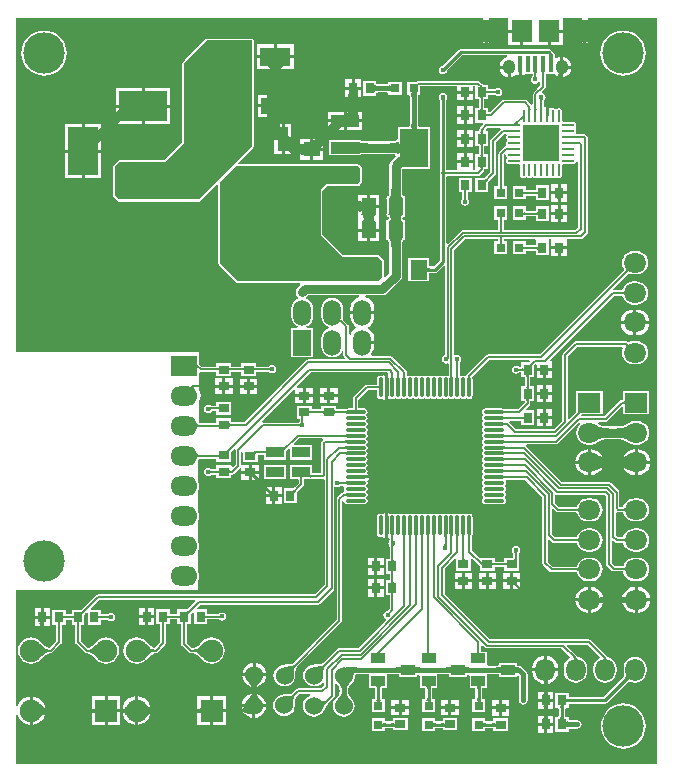
<source format=gtl>
%FSTAX23Y23*%
%MOIN*%
%SFA1B1*%

%IPPOS*%
%ADD12C,0.006000*%
%ADD13C,0.010000*%
%ADD19R,0.031500X0.037400*%
%ADD20R,0.037400X0.031500*%
%ADD21R,0.031500X0.031500*%
%ADD22R,0.031500X0.031500*%
%ADD23R,0.050000X0.055000*%
%ADD24R,0.055000X0.050000*%
%ADD25R,0.100400X0.063000*%
%ADD26R,0.057100X0.065000*%
%ADD27R,0.192900X0.244100*%
%ADD28R,0.037400X0.082700*%
%ADD29R,0.094500X0.039400*%
%ADD30R,0.094500X0.129900*%
%ADD31O,0.066900X0.011800*%
%ADD32O,0.011800X0.066900*%
%ADD33O,0.009800X0.041300*%
%ADD34O,0.041300X0.009800*%
%ADD35R,0.123200X0.123200*%
%ADD36R,0.061000X0.037400*%
%ADD37R,0.047200X0.033500*%
%ADD38R,0.070900X0.074800*%
%ADD39R,0.015700X0.053100*%
%ADD40R,0.100000X0.160000*%
%ADD41R,0.160000X0.100000*%
%ADD42O,0.065000X0.075000*%
%ADD43C,0.138000*%
%ADD44O,0.090000X0.065000*%
%ADD45R,0.090000X0.065000*%
%ADD46O,0.075000X0.065000*%
%ADD47R,0.075000X0.075000*%
%ADD48C,0.075000*%
%ADD49O,0.041300X0.049200*%
%ADD50R,0.060000X0.086000*%
%ADD51O,0.060000X0.086000*%
%ADD52R,0.075000X0.065000*%
%ADD53C,0.060000*%
%ADD54C,0.015700*%
%ADD55C,0.030000*%
%ADD56C,0.015000*%
%ADD57C,0.019700*%
%LNpcb_bug_v2-1*%
%LPD*%
G36*
X04184Y01451D02*
X02046D01*
Y01614*
X02051Y01615*
X02055Y01606*
X02062Y01596*
X02072Y01589*
X02084Y01584*
X02091Y01583*
Y0163*
Y01677*
X02084Y01676*
X02072Y01672*
X02062Y01664*
X02055Y01654*
X02051Y01645*
X02046Y01646*
Y02031*
X02654*
Y02066*
X02655Y0207*
X02657Y0208*
X02655Y0209*
X02654Y02093*
X02654Y02167*
X02655Y0217*
X02657Y0218*
X02655Y0219*
X02654Y02193*
Y02267*
X02655Y0227*
X02657Y0228*
X02655Y0229*
X02654Y02292*
X02654Y02367*
X02655Y0237*
X02657Y0238*
X02655Y0239*
X02654Y02392*
X02654Y02467*
X02655Y0247*
X02655Y0247*
X02656*
X02657Y0247*
X02713*
X02714Y0247*
Y0246*
X02764*
Y02491*
X02764Y02493*
X02765Y02494*
X02766Y02495*
X02767Y02496*
X02773Y02503*
X02778Y025*
X02778Y02499*
Y02451*
X02768Y02442*
X02764Y02444*
Y02448*
X02714*
Y02436*
X02713Y02435*
X027*
X02699Y02436*
X02699*
X02698*
X02698*
X02698Y02436*
X02698*
X02698Y02436*
X02698Y02436*
X02698*
X02697Y02436*
X02697Y02437*
X02696Y02437*
X02692Y02439*
X02687Y0244*
X02682Y02439*
X02677Y02436*
X02674Y02432*
X02673Y02426*
X02674Y02421*
X02677Y02416*
X02682Y02413*
X02687Y02412*
X02692Y02413*
X02696Y02416*
X02697Y02416*
X02697Y02416*
X02698Y02416*
X02698Y02417*
X02698*
X02698Y02417*
X02698*
X02698Y02417*
X02698*
X02699Y02417*
X02699*
X027Y02417*
X02713*
X02714Y02417*
Y02405*
X02764*
Y02417*
X02764*
X02764Y02417*
X02766*
X02769Y02418*
X02772Y0242*
X02792Y0244*
X02796Y02439*
X02797Y02438*
Y02429*
X02821*
Y0245*
X02801*
X02797*
X02796Y02454*
Y02491*
X02796Y02491*
X02801Y02488*
Y02458*
X02851*
Y02483*
X02851*
X02851Y02483*
X02873*
X02874Y02483*
X02874*
Y02467*
X02947*
Y02493*
X02947Y02494*
Y02494*
Y02494*
X02947Y02495*
X02947Y02495*
X02947Y02495*
X02948Y02496*
X02948Y02496*
X02948Y02497*
X02949Y02497*
X02949Y02498*
X0295Y02499*
X02956Y02505*
X0296Y02503*
Y02467*
X03033*
Y02517*
X02974*
X02973Y02521*
X02989Y02538*
X03067*
X03068Y02536*
X03069Y02533*
X03066Y02529*
X03064Y02526*
X03063Y02523*
Y02421*
X03034*
X03033Y02421*
X03033*
Y0245*
X0296*
Y02401*
X02987*
Y024*
X02988Y024*
Y02388*
X02975Y02375*
X02974Y02375*
X02972Y02373*
X02971Y02372*
X02971*
X0297Y02372*
X02938*
Y02323*
X02982*
Y02352*
Y02353*
Y02355*
Y02355*
X02982Y02355*
X02982Y02356*
X02982Y02356*
X02984Y02358*
X02984Y02359*
X02985Y02359*
X02985Y02359*
X02985Y0236*
X03003Y02378*
X03005Y02381*
X03006Y02384*
Y024*
X03006Y024*
Y02401*
X03026*
X03026Y024*
X03027Y024*
X03027Y024*
X03028Y02401*
X03033*
Y02402*
X03034Y02402*
X03068*
X0307Y02403*
X03073Y02401*
X03075Y024*
Y02051*
X03042Y02018*
X02319*
X02315Y02017*
X02312Y02015*
X02267Y0197*
X02266Y01969*
X02264Y01967*
X02263Y01967*
X02263Y01967*
X02231*
Y01951*
X0223Y01951*
X0223Y01951*
X02212*
X02211Y01951*
X02211Y01951*
Y01967*
X02167*
Y01917*
X0218*
Y01917*
X0218Y01916*
Y01862*
X02157Y01839*
X02157Y0184*
X02155Y0184*
X02153Y0184*
X02151Y01841*
X02149Y01842*
X02146Y01844*
X02143Y01847*
X02132Y01857*
X02127Y01861*
X02127Y01861*
Y01861*
X02118Y01868*
X02107Y01872*
X02096Y01874*
X02085Y01872*
X02074Y01868*
X02065Y01861*
X02058Y01852*
X02054Y01841*
X02052Y0183*
X02054Y01819*
X02058Y01808*
X02065Y01799*
X02074Y01792*
X02085Y01788*
X02096Y01786*
X02107Y01788*
X02118Y01792*
X02127Y01799*
X02127Y01799*
X02136Y01807*
X02143Y01814*
X02146Y01816*
X02149Y01818*
X02151Y01819*
X02153Y0182*
X02155Y0182*
X02157Y01821*
X02157Y01821*
X02161*
X02164Y01822*
X02167Y01824*
X02196Y01852*
X02198Y01855*
X02198Y01858*
Y01916*
X02199Y01917*
Y01917*
X02211*
Y01932*
X02211*
X02212Y01933*
X0223*
X0223Y01932*
X02231*
Y01917*
X02243*
Y01917*
X02243Y01916*
Y01859*
X02244Y01856*
X02246Y01853*
X02275Y01824*
X02278Y01822*
X02281Y01821*
X02285*
X02285Y01821*
X02287Y0182*
X02289Y0182*
X02291Y01819*
X02293Y01818*
X02296Y01816*
X02299Y01814*
X0231Y01804*
X02315Y01799*
X02315Y01799*
Y01799*
X02324Y01792*
X02335Y01788*
X02346Y01786*
X02357Y01788*
X02368Y01792*
X02377Y01799*
X02384Y01808*
X02388Y01819*
X0239Y0183*
X02388Y01841*
X02384Y01852*
X02377Y01861*
X02368Y01868*
X02357Y01872*
X02346Y01874*
X02335Y01872*
X02324Y01868*
X02315Y01861*
X02315Y01861*
X02306Y01853*
X02299Y01847*
X02296Y01844*
X02293Y01842*
X02291Y01841*
X02289Y0184*
X02287Y0184*
X02285Y0184*
X02285Y01839*
X02261Y01863*
Y01916*
X02262Y01917*
Y01917*
X02274*
Y0195*
X02274Y0195*
X02275Y0195*
X02276Y01952*
X02277Y01953*
X02277Y01954*
X02277Y01954*
X02278Y01954*
X02281Y01958*
X02286Y01956*
Y01917*
X02329*
Y01932*
X0233Y01933*
X0235*
X0235Y01932*
X02351Y01932*
X02351*
X02351*
X02352Y01932*
X02352*
X02352Y01932*
X02352*
X02352Y01932*
X02352Y01932*
X02353Y01932*
X02354Y01931*
X02357Y01929*
X02363Y01928*
X02368Y01929*
X02373Y01932*
X02376Y01936*
X02377Y01942*
X02376Y01947*
X02373Y01952*
X02368Y01955*
X02363Y01956*
X02357Y01955*
X02354Y01953*
X02353Y01952*
X02352Y01952*
X02352Y01952*
X02352Y01952*
X02352*
X02352Y01952*
X02352*
X02351Y01951*
X02351*
X02351*
X0235Y01951*
X0235Y01951*
X0233*
X02329Y01951*
Y01951*
Y01967*
X02296*
X02295Y01971*
X02323Y01999*
X02642*
X02644Y01994*
X02621Y01971*
X0262Y01971*
X02618Y01968*
X02617Y01968*
X02616Y01968*
X02584*
Y01953*
X02584*
X02583Y01952*
X02558*
X02558Y01953*
Y01968*
X02514*
Y01918*
X02526*
X02527Y01918*
Y01859*
X02508Y0184*
X02507Y0184*
X02505Y0184*
X02503Y01841*
X02501Y01843*
X02498Y01844*
X02495Y01847*
X02483Y01857*
X02479Y01861*
X02479Y01861*
X02479*
X0247Y01868*
X02459Y01873*
X02448Y01874*
X02436Y01873*
X02426Y01868*
X02417Y01861*
X0241Y01852*
X02405Y01842*
X02404Y0183*
X02405Y01819*
X0241Y01808*
X02417Y01799*
X02426Y01792*
X02436Y01788*
X02448Y01786*
X02459Y01788*
X0247Y01792*
X02479Y01799*
X02479Y01799*
X02488Y01808*
X02495Y01814*
X02498Y01816*
X02501Y01818*
X02503Y01819*
X02505Y0182*
X02507Y01821*
X02508Y01821*
X02509Y01821*
X02511*
X02515Y01822*
X02518Y01824*
X02542Y01848*
X02544Y01851*
X02545Y01855*
Y01918*
X02545Y01918*
X02558*
Y01934*
X02558Y01934*
X02583*
X02584Y01934*
X02584*
Y01918*
X02596*
X02597Y01918*
Y01853*
X02597Y01849*
X02599Y01847*
X02622Y01824*
X02625Y01822*
X02629Y01821*
X02637*
X02637Y01821*
X02639Y01821*
X0264Y0182*
X02642Y01819*
X02645Y01818*
X02648Y01816*
X02651Y01814*
X02662Y01804*
X02666Y01799*
X02667Y01799*
X02667*
X02676Y01792*
X02686Y01788*
X02698Y01786*
X02709Y01788*
X0272Y01792*
X02729Y01799*
X02736Y01808*
X0274Y01819*
X02742Y0183*
X0274Y01842*
X02736Y01852*
X02729Y01861*
X0272Y01868*
X02709Y01873*
X02698Y01874*
X02686Y01873*
X02676Y01868*
X02667Y01861*
X02667Y01861*
X02658Y01853*
X02651Y01847*
X02648Y01844*
X02645Y01843*
X02642Y01841*
X0264Y0184*
X02639Y0184*
X02637Y0184*
X02637Y0184*
X02632*
X02615Y01857*
Y01918*
X02615Y01918*
X02628*
Y01951*
X02628Y01951*
X02628Y01952*
X0263Y01953*
X02631Y01954*
X02631Y01955*
X02631Y01955*
X02631Y01955*
X02635Y01959*
X02639Y01957*
Y01918*
X02683*
Y01934*
X02684Y01934*
X02721*
X02722Y01934*
X02722*
X02722*
X02723Y01934*
X02723*
X02723Y01933*
X02723Y01933*
X02724Y01933*
X02724Y01933*
X02724Y01933*
X02724Y01933*
X02726Y01932*
X02728Y01931*
X02733Y0193*
X02739Y01931*
X02743Y01934*
X02746Y01939*
X02747Y01944*
X02746Y01949*
X02743Y01954*
X02739Y01957*
X02733Y01958*
X02728Y01957*
X02723Y01954*
X02723Y01954*
X02722Y01953*
X02722Y01953*
X02722Y01953*
X02722*
X02722*
X02721Y01953*
X02721*
X02721Y01953*
X0272Y01953*
X0272Y01952*
X02684*
X02683Y01953*
Y01968*
X0265*
X02648Y01973*
X02659Y01983*
X03052*
X03056Y01984*
X03059Y01986*
X03105Y02032*
X03107Y02035*
X03107Y02038*
Y02374*
X03112Y02376*
X03117Y02375*
X03122Y02376*
X03126Y02379*
X03127Y02379*
X03127Y02379*
X03127Y02379*
X03128Y02379*
X03128Y0238*
X03128*
X03128Y0238*
X03128*
X03128Y0238*
X03129*
X03129*
X0313Y0238*
X03137*
X0314Y02377*
X0314Y02376*
X0314Y02375*
X0314Y02374*
X03139Y0237*
X0314Y02365*
X0314Y02364*
X0314Y02363*
X0314Y02362*
X03138Y02359*
X03135Y02358*
X03132Y02356*
X03117Y02342*
X03115Y02339*
X03115Y02335*
Y01934*
X02969Y01788*
X02968Y01788*
X02967Y01787*
X02966Y01787*
X02965Y01786*
X02963Y01785*
X0296Y01785*
X02957Y01784*
X02945Y01784*
X02941*
X0294Y01783*
X02931Y01782*
X02922Y01778*
X02915Y01773*
X02909Y01765*
X02905Y01756*
X02904Y01747*
X02905Y01738*
X02909Y01729*
X02915Y01721*
X02922Y01716*
X02931Y01712*
X02941Y01711*
X0295Y01712*
X02959Y01716*
X02966Y01721*
X02972Y01729*
X02976Y01738*
X02977Y01747*
X02977Y01747*
Y01752*
X02977Y01756*
X02978Y01764*
X02978Y01767*
X02979Y01769*
X02979Y01771*
X0298Y01773*
X02981Y01774*
X02982Y01775*
X02982Y01775*
X0313Y01924*
X03132Y01927*
X03133Y0193*
Y02327*
X03134Y02328*
X03139Y02326*
X0314Y02326*
X03142Y02322*
X03146Y02319*
X03151Y02318*
X03206*
X03211Y02319*
X03214Y02322*
X03217Y02326*
X03218Y0233*
X03217Y02335*
X03214Y02339*
Y02341*
X03217Y02345*
X03218Y0235*
X03217Y02355*
X03214Y02358*
Y02361*
X03217Y02365*
X03218Y0237*
X03217Y02374*
X03214Y02378*
Y02381*
X03217Y02385*
X03218Y02389*
X03217Y02394*
X03216Y02396*
X03217Y02397*
X03221Y02403*
X03221Y02404*
X03209*
X03208Y02403*
Y02404*
X03178*
Y02414*
X03208*
Y02414*
X03209Y02414*
X03221*
X03221Y02415*
X03217Y0242*
X03216Y02422*
X03217Y02424*
X03218Y02429*
X03217Y02433*
X03214Y02437*
Y0244*
X03217Y02444*
X03218Y02448*
X03217Y02453*
X03214Y02457*
Y02459*
X03217Y02463*
X03218Y02468*
X03217Y02473*
X03214Y02477*
Y02479*
X03217Y02483*
X03218Y02488*
X03217Y02492*
X03214Y02496*
Y02499*
X03217Y02503*
X03218Y02507*
X03217Y02512*
X03214Y02516*
Y02518*
X03217Y02522*
X03218Y02527*
X03217Y02532*
X03214Y02536*
Y02538*
X03217Y02542*
X03218Y02547*
X03217Y02551*
X03216Y02553*
X03215Y02557*
X03216Y0256*
X03217Y02562*
X03218Y02566*
X03217Y02571*
X03214Y02575*
Y02578*
X03217Y02581*
X03218Y02586*
X03217Y02591*
X03214Y02595*
Y02597*
X03217Y02601*
X03218Y02606*
X03217Y0261*
X03214Y02614*
Y02617*
X03217Y02621*
X03218Y02625*
X03217Y0263*
X03214Y02634*
X03211Y02637*
X03206Y02638*
X03188*
X03187Y02638*
Y02667*
X03219Y02699*
X03248*
X03249Y02699*
Y02681*
X0325Y02676*
X03252Y02672*
X03256Y02669*
X03261Y02668*
X03266Y02669*
X03268Y02671*
X03269Y02669*
X03274Y02666*
X03276Y02665*
Y02708*
Y02751*
X03274Y02751*
X03269Y02747*
X03268Y02745*
X03266Y02747*
X03261Y02748*
X03256Y02747*
X03252Y02744*
X0325Y0274*
X03249Y02736*
Y02718*
X03248Y02717*
X03215*
X03212Y02717*
X03209Y02715*
X03172Y02678*
X0317Y02675*
X03169Y02671*
Y02638*
X03169Y02638*
X03151*
X03149Y02637*
X03148Y02637*
X03147Y02637*
X03146Y02637*
X03146Y02637*
X03145Y02636*
X03144Y02636*
X03144Y02636*
X03144Y02636*
X03143Y02635*
X03143Y02635*
X03142Y02635*
X03142*
X0314Y02635*
X0314*
X03139Y02635*
X03114*
X03114Y02635*
Y02646*
X03064*
Y02635*
X03064*
X03064Y02635*
X03032*
X03031Y02635*
X03031*
Y02646*
X02981*
Y02603*
X02991*
Y02603*
X02991Y02602*
Y02594*
X02991Y02593*
Y02593*
X02991Y02593*
Y02592*
X02991Y02592*
Y02592*
X0299Y02592*
Y02592*
X0299Y02592*
X0299Y02592*
X0299Y02591*
X0299Y02591*
X0299Y02591*
X0299Y02591*
X0299Y02591*
X02989*
X02989Y02591*
X02989*
X02989*
X02989Y02591*
X02988*
X02987Y0259*
X02869*
X02868Y0259*
X02865Y02595*
X02972Y02702*
X02977Y027*
Y02685*
X02988*
X02988Y02685*
X02988Y02686*
Y02685*
X03001*
Y02706*
X02983*
X02981Y02711*
X03028Y02758*
X03284*
X03287Y02753*
X03287Y02751*
X03286Y02751*
X03286Y02751*
Y02708*
Y02665*
X03287Y02666*
X03292Y02669*
X03293Y02671*
X03296Y02669*
X033Y02668*
X03305Y02669*
X03309Y02672*
X03311*
X03315Y02669*
X0332Y02668*
X03325Y02669*
X03329Y02672*
X03331*
X03335Y02669*
X0334Y02668*
X03344Y02669*
X03348Y02672*
X03351*
X03355Y02669*
X03359Y02668*
X03364Y02669*
X03368Y02672*
X03371*
X03374Y02669*
X03379Y02668*
X03384Y02669*
X03388Y02672*
X0339*
X03394Y02669*
X03399Y02668*
X03403Y02669*
X03407Y02672*
X0341*
X03414Y02669*
X03418Y02668*
X03423Y02669*
X03427Y02672*
X0343*
X03434Y02669*
X03438Y02668*
X03443Y02669*
X03447Y02672*
X03449*
X03453Y02669*
X03458Y02668*
X03462Y02669*
X03466Y02672*
X03469*
X03473Y02669*
X03478Y02668*
X03482Y02669*
X03486Y02672*
X03489*
X03493Y02669*
X03497Y02668*
X03502Y02669*
X03506Y02672*
X03508*
X03512Y02669*
X03517Y02668*
X03522Y02669*
X03525Y02672*
X03528*
X03532Y02669*
X03537Y02668*
X03541Y02669*
X03545Y02672*
X03548*
X03552Y02669*
X03556Y02668*
X03561Y02669*
X03565Y02672*
X03567Y02676*
X03568Y02681*
Y02736*
X03567Y0274*
X03566Y02742*
X03624Y02799*
X03757*
X03758Y02794*
X03755Y02792*
X0373*
Y02777*
X0373*
X03729Y02776*
X03725*
X03724Y02777*
X03724*
X03723*
X03723Y02777*
X03723*
X03723Y02777*
X03723*
X03722Y02777*
X03722Y02777*
X03722*
X03722Y02777*
X03721Y02778*
X03717Y0278*
X03712Y02781*
X03706Y0278*
X03702Y02777*
X03699Y02772*
X03698Y02767*
X03699Y02762*
X03702Y02757*
X03706Y02754*
X03712Y02753*
X03717Y02754*
X03721Y02756*
X03722Y02757*
X03722Y02757*
X03722*
X03722Y02757*
X03723Y02757*
X03723*
X03723Y02757*
X03723*
X03723Y02758*
X03724*
X03724*
X03725Y02758*
X03729*
X0373Y02758*
X0373*
Y02742*
X03741*
X03741Y02742*
Y02712*
X03741Y02712*
X0373*
Y02662*
X03741*
X03741Y02657*
X03718Y02635*
X03678*
X03678Y02635*
X03677*
X03676Y02635*
X03676*
X03675Y02635*
X03675Y02635*
X03674Y02635*
X03674Y02636*
X03673Y02636*
X03673Y02636*
X03672Y02636*
X03671Y02637*
X03671Y02637*
X0367Y02637*
X03669Y02637*
X03668Y02637*
X03667Y02638*
X03611*
X03607Y02637*
X03603Y02634*
X036Y0263*
X03599Y02625*
X036Y02621*
X03603Y02617*
Y02614*
X036Y0261*
X03599Y02606*
X036Y02601*
X03603Y02597*
Y02595*
X036Y02591*
X03599Y02586*
X036Y02581*
X03601Y0258*
X03602Y02576*
X03601Y02573*
X036Y02571*
X03599Y02566*
X036Y02562*
X03603Y02558*
Y02555*
X036Y02551*
X03599Y02547*
X036Y02542*
X03601Y02541*
X03602Y02537*
X03601Y02533*
X036Y02532*
X03599Y02527*
X036Y02522*
X03603Y02518*
Y02516*
X036Y02512*
X03599Y02507*
X036Y02503*
X03601Y02501*
X03602Y02498*
X03601Y02494*
X036Y02492*
X03599Y02488*
X036Y02483*
X03601Y02481*
X03603Y02477*
X036Y02473*
X03599Y02468*
X036Y02463*
X03603Y02459*
Y02457*
X036Y02453*
X03599Y02448*
X036Y02444*
X03601Y02442*
X03602Y02438*
X03601Y02435*
X036Y02433*
X03599Y02429*
X036Y02424*
X03601Y02422*
X03602Y02419*
X03601Y02415*
X036Y02414*
X03599Y02409*
X036Y02404*
X03601Y02403*
X03602Y02399*
X03601Y02395*
X036Y02394*
X03599Y02389*
X036Y02385*
X03601Y02383*
X03602Y02379*
X03601Y02376*
X036Y02374*
X03599Y0237*
X036Y02365*
X03603Y02361*
Y02358*
X036Y02355*
X03599Y0235*
X036Y02345*
X03601Y02344*
X03602Y0234*
X03601Y02336*
X036Y02335*
X03599Y0233*
X036Y02326*
X03603Y02322*
X03607Y02319*
X03611Y02318*
X03667*
X03671Y02319*
X03675Y02322*
X03678Y02326*
X03679Y0233*
X03678Y02335*
X03677Y02336*
X03675Y0234*
X03677Y02344*
X03678Y02345*
X03679Y0235*
X03678Y02355*
X03675Y02358*
Y02361*
X03678Y02365*
X03679Y0237*
X03678Y02374*
X03677Y02376*
X03675Y02379*
X03677Y02383*
X03678Y02385*
X03679Y02389*
X03678Y02394*
X03677Y02394*
X03677Y02396*
X03678Y02397*
X0368Y024*
X03744*
X038Y02343*
Y02122*
X03801Y02119*
X03803Y02116*
X03824Y02094*
X03827Y02092*
X03831Y02092*
X03913*
X03914Y02091*
X03915*
X03915Y02091*
X03919Y02082*
X03925Y02074*
X03933Y02067*
X03942Y02063*
X03952Y02062*
X03962*
X03972Y02063*
X03982Y02067*
X0399Y02074*
X03996Y02082*
X04Y02091*
X04001Y02101*
X04Y02111*
X03996Y0212*
X0399Y02128*
X03982Y02135*
X03972Y02138*
X03962Y0214*
X03952*
X03942Y02138*
X03933Y02135*
X03925Y02128*
X03919Y0212*
X03915Y02111*
X03915Y0211*
X03914*
X03913Y0211*
X03834*
X03819Y02126*
Y02199*
X03823Y02201*
X03832Y02192*
X03835Y0219*
X03839Y0219*
X03913*
X03914Y02189*
X03915*
X03915Y02189*
X03919Y0218*
X03925Y02172*
X03933Y02165*
X03942Y02161*
X03952Y0216*
X03962*
X03972Y02161*
X03982Y02165*
X0399Y02172*
X03996Y0218*
X04Y02189*
X04001Y02199*
X04Y02209*
X03996Y02218*
X0399Y02226*
X03982Y02233*
X03972Y02236*
X03962Y02238*
X03952*
X03942Y02236*
X03933Y02233*
X03925Y02226*
X03919Y02218*
X03915Y02209*
X03915Y02208*
X03914*
X03913Y02208*
X03843*
X03831Y0222*
Y02302*
X03835Y02304*
X03846Y02293*
X03849Y02291*
X03853Y02291*
X03913*
X03914Y0229*
X03915*
X03915Y0229*
X03919Y02281*
X03925Y02273*
X03933Y02266*
X03942Y02262*
X03952Y02261*
X03962*
X03972Y02262*
X03982Y02266*
X0399Y02273*
X03996Y02281*
X04Y0229*
X04001Y023*
X04Y0231*
X03996Y02319*
X0399Y02327*
X03982Y02334*
X03972Y02337*
X03962Y02339*
X03952*
X03942Y02337*
X03933Y02334*
X03925Y02327*
X03919Y02319*
X03915Y0231*
X03915Y02309*
X03914*
X03913Y02309*
X03856*
X03843Y02323*
Y02347*
X03844Y02348*
X03848Y0235*
X0385Y0235*
X04008*
X04014Y02345*
Y02119*
X04014Y02116*
X04016Y02113*
X04033Y02097*
X04035Y02095*
X04039Y02094*
X04068*
X04069Y02094*
X0407Y02091*
X04074Y02082*
X0408Y02074*
X04088Y02067*
X04098Y02063*
X04108Y02062*
X04118*
X04128Y02063*
X04137Y02067*
X04145Y02074*
X04151Y02082*
X04155Y02091*
X04157Y02101*
X04155Y02111*
X04151Y0212*
X04145Y02128*
X04137Y02135*
X04128Y02138*
X04118Y0214*
X04108*
X04098Y02138*
X04088Y02135*
X0408Y02128*
X04074Y0212*
X04071Y02113*
X04071*
X0407Y02113*
X04069Y02113*
X04043*
X04032Y02123*
Y02195*
X04037Y02197*
X04041Y02192*
X04044Y0219*
X04048Y0219*
X04069*
X04069Y02189*
X0407*
X0407Y02189*
X04074Y0218*
X0408Y02172*
X04088Y02165*
X04098Y02161*
X04108Y0216*
X04118*
X04128Y02161*
X04137Y02165*
X04145Y02172*
X04151Y0218*
X04155Y02189*
X04157Y02199*
X04155Y02209*
X04151Y02218*
X04145Y02226*
X04137Y02233*
X04128Y02236*
X04118Y02238*
X04108*
X04098Y02236*
X04088Y02233*
X0408Y02226*
X04074Y02218*
X0407Y02209*
X0407Y02208*
X04069*
X04069Y02208*
X04051*
X04045Y02214*
Y02289*
X0405Y02291*
X04054Y02291*
X04069*
X04069Y0229*
X0407*
X0407Y0229*
X04074Y02281*
X0408Y02273*
X04088Y02266*
X04098Y02262*
X04108Y02261*
X04118*
X04128Y02262*
X04137Y02266*
X04145Y02273*
X04151Y02281*
X04155Y0229*
X04157Y023*
X04155Y0231*
X04151Y02319*
X04145Y02327*
X04137Y02334*
X04128Y02337*
X04118Y02339*
X04108*
X04098Y02337*
X04088Y02334*
X0408Y02327*
X04074Y02319*
X0407Y0231*
X0407Y02309*
X04069*
X04069Y02309*
X04058*
X04057Y02309*
Y02357*
X04057Y02361*
X04055Y02364*
X04028Y0239*
X04026Y02392*
X04022Y02392*
X03866*
X03746Y02513*
X03747Y02517*
X03748Y02518*
X03846*
X0385Y02519*
X03853Y02521*
X03923Y02591*
X03925Y0259*
X03927Y02585*
X03925Y02584*
X03919Y02576*
X03915Y02566*
X03914Y02556*
X03915Y02546*
X03919Y02537*
X03925Y02529*
X03933Y02523*
X03942Y02519*
X03952Y02517*
X03962*
X03972Y02519*
X03982Y02523*
X03983Y02524*
X03984Y02524*
X03987Y02526*
X0399Y02528*
X03993Y02529*
X03996Y02531*
X04Y02532*
X04004Y02533*
X04007Y02534*
X04016Y02535*
X04021Y02535*
X04021Y02535*
X04049*
X04049Y02535*
X04054Y02535*
X04058Y02534*
X04063Y02534*
X04067Y02533*
X0407Y02532*
X04074Y02531*
X04077Y02529*
X0408Y02528*
X04083Y02526*
X04086Y02524*
X04087Y02524*
X04088Y02523*
X04098Y02519*
X04108Y02517*
X04118*
X04128Y02519*
X04137Y02523*
X04145Y02529*
X04151Y02537*
X04155Y02546*
X04157Y02556*
X04155Y02566*
X04151Y02576*
X04145Y02584*
X04137Y0259*
X04128Y02594*
X04118Y02595*
X04108*
X04098Y02594*
X04088Y0259*
X04087Y02589*
X04086Y02588*
X04083Y02586*
X0408Y02585*
X04077Y02583*
X04074Y02582*
X0407Y0258*
X04067Y0258*
X04063Y02579*
X04054Y02578*
X04049Y02578*
X04049Y02578*
X04021*
X04021Y02578*
X04016Y02578*
X04012Y02578*
X04008Y02579*
X04004Y0258*
X04Y0258*
X03996Y02582*
X03993Y02583*
X0399Y02585*
X03987Y02586*
X03986Y02587*
X03988Y02592*
X04011*
X04014Y02593*
X04017Y02595*
X04065Y02643*
X04069Y02641*
Y02619*
X04156*
Y02696*
X04069*
Y02667*
X04069*
X04069Y02666*
X04066*
X04063Y02666*
X0406Y02664*
X04007Y02611*
X0393*
X0393Y02611*
X0393Y02616*
X03933Y02618*
X03934*
X03935Y02619*
X04001*
Y02696*
X03914*
Y02627*
X03913Y02626*
X03912Y02625*
X03912Y02624*
X0389Y02603*
X03886Y02605*
Y02813*
X03916Y02843*
X04066*
X04069Y02838*
X04067Y02833*
X04066Y02823*
X04067Y02813*
X04071Y02804*
X04077Y02796*
X04085Y0279*
X04094Y02786*
X04104Y02784*
X04114*
X04124Y02786*
X04134Y0279*
X04142Y02796*
X04148Y02804*
X04152Y02813*
X04153Y02823*
X04152Y02833*
X04148Y02843*
X04142Y02851*
X04134Y02857*
X04124Y02861*
X04114Y02862*
X04104*
X04094Y02861*
X04088Y02858*
X04088Y02859*
X04087Y02859*
X04085Y0286*
X04084Y02861*
X0408Y02862*
X03912*
X03909Y02861*
X03906Y02859*
X0387Y02823*
X03868Y0282*
X03867Y02817*
Y02597*
X03838Y02568*
X03714*
X0369Y02592*
X03691Y02595*
X03692Y02597*
X03729*
X0373Y02596*
X0373*
Y02582*
X03773*
Y02632*
X03748*
X03746Y02636*
X03757Y02647*
X03759Y0265*
X0376Y02654*
Y02662*
X0376Y02662*
Y02662*
X03773*
Y02712*
X0376*
X0376Y02712*
Y02742*
X0376Y02742*
X03773*
Y02781*
X03776Y02783*
X03776Y02784*
X03781Y02782*
Y02772*
X03807*
X03833*
Y02796*
X03829*
X03827Y028*
X0404Y03013*
X04065*
X04066Y03013*
X04067*
X04067Y03012*
X04071Y03003*
X04077Y02995*
X04085Y02989*
X04094Y02985*
X04104Y02983*
X04114*
X04124Y02985*
X04134Y02989*
X04142Y02995*
X04148Y03003*
X04152Y03012*
X04153Y03022*
X04152Y03032*
X04148Y03042*
X04142Y0305*
X04134Y03056*
X04124Y0306*
X04114Y03061*
X04104*
X04094Y0306*
X04085Y03056*
X04077Y0305*
X04071Y03042*
X04067Y03032*
X04067Y03032*
X04066*
X04065Y03031*
X04038*
X04035Y03036*
X04086Y03087*
X04087Y03087*
X04088Y03088*
X04088Y03088*
X04094Y03086*
X04104Y03084*
X04114*
X04124Y03086*
X04134Y0309*
X04142Y03096*
X04148Y03104*
X04152Y03113*
X04153Y03123*
X04152Y03133*
X04148Y03143*
X04142Y03151*
X04134Y03157*
X04124Y03161*
X04114Y03162*
X04104*
X04094Y03161*
X04085Y03157*
X04077Y03151*
X04071Y03143*
X04067Y03133*
X04066Y03123*
X04067Y03113*
X04071Y03104*
X04073Y031*
X04072Y03099*
X03791Y02818*
X0362*
X03616Y02817*
X03613Y02815*
X0355Y02751*
X03548Y02749*
X03544Y02746*
X03542Y02746*
X03541Y02747*
X03537Y02748*
X03532Y02747*
X03531Y02746*
X03529Y02746*
X03529Y02746*
X03526Y02747*
X03525Y02748*
X03525Y02748*
X03525Y02749*
Y02788*
X03525Y02789*
X03526Y0279*
Y0279*
Y0279*
X03526Y0279*
Y0279*
X03526Y02791*
Y02791*
X03526Y02791*
X03526Y02791*
X03526Y02791*
X03527Y02792*
X03529Y02796*
X0353Y02801*
X03529Y02807*
X03526Y02811*
X03521Y02814*
X03516Y02815*
X03511Y02814*
X03506Y02817*
Y03165*
X03543Y03202*
X03652*
Y03195*
X03652Y03194*
Y03194*
X0364*
Y03151*
X03683*
Y03194*
X03671*
Y03194*
X03671Y03195*
Y03202*
X03777*
X03779Y03198*
Y03197*
Y03182*
X03779*
X03778Y03182*
X03747*
X03746Y03182*
Y03194*
X03703*
Y03151*
X03746*
Y03163*
X03747Y03163*
X03778*
X03779Y03163*
X03779*
Y03149*
X03822*
Y03197*
Y03198*
X03824Y03202*
X03825*
X0383Y03202*
Y03197*
Y03178*
X03856*
X03881*
Y03202*
X03886Y03202*
X03929*
X03933Y03203*
X03936Y03205*
X0395Y03219*
X03952Y03222*
X03953Y03226*
Y03539*
X03952Y03542*
X0395Y03545*
X03947Y03549*
X03944Y03551*
X0394Y03551*
X03915*
X03913Y03554*
X03913Y03555*
X03913Y03557*
X03913Y03558*
X03914Y03562*
X03913Y03566*
X03911Y0357*
Y03574*
X03913Y03577*
X03914Y03581*
X03913Y03586*
X03911Y03589*
X03907Y03592*
X03903Y03593*
X03872*
X03871Y03593*
X03867Y03597*
X03867Y03597*
Y03629*
X03866Y03633*
X03864Y03637*
X0386Y03639*
X03856Y0364*
X03852Y03639*
X03848Y03637*
X03844*
X0384Y03639*
X03836Y0364*
X03832Y03639*
X03831Y03639*
X03827Y03639*
X03822Y03643*
X03822Y03643*
Y03613*
X03812*
Y03643*
X03811Y03643*
X0381*
X03806Y03645*
Y03661*
X03806Y03662*
Y03663*
Y03663*
X03806Y03663*
Y03664*
X03807Y03664*
X03807Y03664*
Y03664*
X03807Y03664*
X03807Y03665*
X03807Y03665*
X0381Y03669*
X03811Y03675*
X0381Y0368*
X03807Y03685*
X03802Y03688*
X03801Y03688*
X038Y03693*
X0381Y03704*
X03812Y03707*
X03813Y0371*
Y03752*
X03813Y03752*
Y03752*
X03841*
X03843Y03749*
X03849Y03744*
X03857Y03741*
X0386Y03741*
Y03747*
X03859Y03746*
X03852Y03748*
X03853Y03749*
X03854Y0375*
X03854Y03751*
X03855Y03752*
X03855Y03752*
X03855Y03753*
X03855Y03753*
X03855Y03754*
X03854Y03754*
X03854Y03754*
X0386Y03753*
Y03775*
Y03809*
X03857Y03809*
X03849Y03806*
X03847Y03804*
X03842Y03807*
Y03818*
X0384*
X0384Y03818*
X03839Y03821*
X03837Y03825*
X03829Y03833*
X03825Y03836*
X03821Y03836*
X03529*
X03525Y03836*
X03521Y03833*
X03469Y03781*
X03468Y03781*
X03467Y0378*
X03466Y03779*
X03466Y03778*
X03463Y03778*
X03459Y03775*
X03456Y0377*
X03455Y03765*
X03456Y03759*
X03459Y03755*
X03463Y03752*
X03469Y03751*
X03474Y03752*
X03479Y03755*
X03482Y03759*
X03482Y03762*
X03484Y03764*
X03485Y03764*
X03485Y03765*
X03534Y03814*
X03681*
X03682Y03809*
X03674Y03806*
X03668Y03801*
X03663Y03795*
X0366Y03787*
X03659Y0378*
X0369*
Y03775*
X03695*
Y03741*
X03698Y03741*
X03705Y03744*
X0371Y03748*
X03721*
Y03785*
X03731*
Y03748*
X03744*
Y03752*
X03768*
Y03752*
X03768Y03752*
Y03746*
X03768Y03746*
Y03745*
Y03745*
X03768Y03745*
Y03744*
X03768Y03744*
Y03744*
X03767Y03744*
X03767Y03744*
Y03744*
X03767Y03744*
X03767Y03743*
X03764Y03739*
X03763Y03734*
X03764Y03728*
X03767Y03724*
X03772Y0372*
X03777Y03719*
X03783Y0372*
X03787Y03724*
X03789Y03726*
X03794Y03725*
Y03714*
X03771Y0369*
X03769Y03687*
X03768Y03684*
Y03652*
X03767Y03651*
X03763Y0365*
X03748Y03665*
X03746Y03667*
X03742Y03667*
X03672*
X03668Y03667*
X03665Y03665*
X03625Y03624*
X0362*
X0362Y03624*
X0362*
Y0364*
X03607*
X03607Y0364*
Y03667*
X03607Y03668*
X0362*
Y03683*
X0362*
X0362Y03683*
X0364*
X03641Y03683*
X03641*
X03642*
X03642*
X03642Y03683*
X03642*
X03642Y03683*
X03642Y03682*
X03643*
X03643Y03682*
X03643Y03682*
X03644Y03682*
X03648Y03679*
X03653Y03678*
X03658Y03679*
X03663Y03682*
X03666Y03687*
X03667Y03692*
X03666Y03698*
X03663Y03702*
X03658Y03705*
X03653Y03706*
X03648Y03705*
X03644Y03703*
X03643Y03703*
X03643Y03702*
X03643Y03702*
X03642Y03702*
X03642*
X03642Y03702*
X03642*
X03642Y03702*
X03642*
X03641Y03702*
X03641*
X0364Y03701*
X0362*
X0362Y03702*
X0362*
Y03717*
X03605*
X03604Y03717*
X03604*
X03604*
X03603Y03717*
X03603Y03717*
X03603Y03718*
X03602Y03718*
X03602Y03718*
X03601Y03719*
X03601Y03719*
X036Y0372*
X03599Y0372*
X03593Y03726*
X0359Y03728*
X03586Y03729*
X03394*
X03393Y03729*
X03393*
X03392*
X03392Y03729*
X03392Y03729*
X03391Y03729*
X03391Y03729*
X0339Y03729*
X0339Y03729*
X03389Y03729*
X03387*
X03383Y03728*
X03382Y03727*
X0338Y03727*
X0335*
Y03683*
X03356*
X03356Y03683*
X03357Y03683*
X03357Y03683*
X03357Y03682*
X03357Y03681*
X03358Y03679*
X03358Y03677*
X03358Y03674*
X03358Y03674*
Y03587*
X03358Y03587*
X03358Y03584*
X03358Y03582*
X03357Y0358*
X03357Y03579*
X03357Y03578*
X03357Y03578*
X03356Y03578*
X03356Y03577*
X03318*
Y03538*
X03318Y03537*
X03318Y03535*
X03317Y03534*
X03317Y03533*
X03316Y03532*
X03314Y03531*
X03312Y0353*
X03308Y03529*
X03304Y03529*
X033Y03528*
X03294Y03528*
X03294*
X03221*
X0322*
X0321Y03528*
X03202Y03529*
X03199Y03529*
X03197Y03529*
X03196Y0353*
Y03532*
X03191*
X0319Y03533*
X03189Y03532*
X03188*
X03188*
X0309*
Y03481*
X03188*
Y03481*
X03188Y03481*
X03189*
X0319Y0348*
X03191Y03481*
X03196*
Y03483*
X03197Y03484*
X03199Y03484*
X03215Y03485*
X0322*
X03221Y03485*
X03294*
X03294*
X033Y03485*
X03304Y03484*
X03308Y03484*
X0331Y03483*
X03311Y03479*
X03311Y03478*
X03302Y03468*
X03299Y03464*
X03298Y03464*
X03296Y03461*
X03291Y03454*
X0329Y03446*
Y03369*
X0329Y03369*
X03289Y03358*
X03289Y03354*
X03288Y03351*
X03288Y03348*
X03287Y03346*
X03286Y03345*
X03286Y03345*
X03286Y03345*
X03285Y03344*
X03281*
Y03339*
X0328Y03338*
X0328Y03338*
X0328Y03337*
X03281Y03337*
Y03285*
X0328Y03285*
X0328Y03284*
X0328Y03284*
X03281Y03283*
Y03277*
X03285*
X03286Y03277*
X03286*
X03286Y03277*
X03287Y03276*
X03288Y03274*
X03288Y03272*
X03287Y03269*
X03287Y03267*
X03286Y03266*
X03286Y03266*
X03285Y03266*
X03285Y03266*
X0328*
Y0326*
X0328Y0326*
X0328Y03259*
X0328Y03259*
X0328Y03258*
Y03206*
X0328Y03206*
X0328Y03205*
X0328Y03205*
X0328Y03204*
Y03199*
X03285*
X03285Y03198*
X03286Y03198*
X03286Y03198*
X03287Y03197*
X03287Y03195*
X03288Y03193*
X03289Y03189*
X03289Y0318*
X0329Y03175*
X0329Y03174*
Y03088*
X03277Y03076*
X03272Y03078*
Y03129*
X0327Y03134*
X03257Y03148*
X03252Y0315*
X03136*
X03067Y03219*
Y03363*
X03082Y03378*
X03186*
X03187Y03378*
X03187Y03378*
X03189Y03379*
X03191Y0338*
X03191Y03381*
X03192Y03381*
X03199Y03393*
X03199Y03395*
X032Y03397*
Y03434*
X03199Y03436*
X03199Y03438*
X03191Y03449*
X03191Y03449*
X03191Y03449*
X03189Y0345*
X03187Y03451*
X03186Y03451*
X03186Y03451*
X02788*
X02786Y03456*
X02837Y03507*
X02839Y03511*
Y03864*
X02837Y03868*
X02832Y0387*
X02681*
X02677Y03868*
X02608Y03799*
X02601Y03792*
X02599Y03788*
Y03524*
X02547Y03472*
X0254Y03465*
X02389*
X02385Y03463*
X02371Y03449*
X02369Y03445*
Y03347*
X02371Y03343*
X02385Y03329*
X02389Y03327*
X02628*
X02655*
X02659Y03329*
X02715Y03385*
X0272Y03383*
Y03121*
X02722Y03117*
X02782Y03057*
X02787Y03055*
X02992*
X02994Y0305*
X02985Y03041*
X0298Y03034*
X02979Y03026*
X0298Y03017*
X02985Y0301*
X02987Y03009*
X02986Y03004*
X02982Y03002*
X02974Y02996*
X02968Y02988*
X02965Y0298*
X02963Y0297*
Y02944*
X02965Y02935*
X02968Y02926*
X02974Y02919*
X02982Y02913*
X02985Y02911*
X02984Y02906*
X02964*
Y02808*
X03036*
Y02906*
X03015*
X03014Y02911*
X03018Y02913*
X03025Y02919*
X03031Y02926*
X03035Y02935*
X03036Y02944*
Y0297*
X03035Y0298*
X03031Y02988*
X03025Y02996*
X03018Y03002*
X03014Y03003*
X03013Y03009*
X03015Y0301*
X03019Y03014*
X03189*
X03189Y03009*
X0318Y03005*
X03171Y02999*
X03165Y02991*
X03161Y02981*
X03159Y0297*
Y02962*
X0324*
Y0297*
X03239Y02981*
X03235Y02991*
X03228Y02999*
X0322Y03005*
X0321Y03009*
X03211Y03014*
X03267*
X03276Y03016*
X03283Y0302*
X03326Y03064*
X03331Y03071*
X03333Y03079*
Y03174*
Y03175*
X03333Y03185*
X03333Y03189*
X03334Y03193*
X03335Y03195*
X03335Y03197*
X03336Y03198*
X03336Y03198*
X03337Y03198*
X03337Y03199*
X03342*
Y03204*
X03342Y03205*
X03342Y03205*
X03342Y03206*
X03342Y03206*
Y03258*
X03342Y03259*
X03342Y03259*
X03342Y0326*
X03342Y0326*
Y03266*
X03337*
X03337Y03266*
X03336Y03266*
X03336Y03266*
X03335Y03267*
X03335Y03269*
X03334Y03271*
X03335Y03274*
X03336Y03276*
X03336Y03277*
X03337Y03277*
X03337Y03277*
X03338Y03277*
X03343*
Y03283*
X03343Y03284*
X03343Y03284*
X03343Y03285*
X03343Y03285*
Y03337*
X03343Y03337*
X03343Y03338*
X03343Y03338*
X03343Y03339*
Y03344*
X03338*
X03337Y03345*
X03337Y03345*
X03336Y03345*
X03336Y03346*
X03335Y03348*
X03334Y03351*
X03333Y03354*
X03333Y03363*
X03333Y03368*
Y03369*
Y03436*
X03425*
Y03577*
X03388*
X03388Y03578*
X03387Y03578*
X03387Y03578*
X03387Y03579*
X03386Y0358*
X03386Y03582*
X03386Y03584*
X03386Y03587*
X03386Y03587*
Y03674*
X03386Y03674*
X03386Y03677*
X03386Y03679*
X03386Y03681*
X03387Y03682*
X03387Y03683*
X03387Y03683*
X03388Y03683*
X03388Y03683*
X03394*
Y0371*
X03394*
X03394Y03711*
X03517*
Y03697*
X03543*
X03569*
Y03711*
X03576*
Y03668*
X03588*
X03589Y03667*
Y0364*
X03588Y0364*
X03576*
Y0359*
X03602*
X03604Y03585*
X03591Y03573*
X03589Y0357*
X03589Y03566*
Y03563*
X03588Y03562*
X03576*
Y03513*
X03588*
Y03513*
X03589Y03512*
Y03485*
X03588Y03485*
Y03485*
X03576*
Y03435*
X03575Y03431*
X03573*
X03569Y03431*
Y03436*
Y03455*
X03543*
X03517*
Y03431*
X03512Y03431*
X03484*
X03483Y03431*
X03483*
X0348Y03436*
X0348Y03436*
Y03666*
X0348Y03666*
Y03667*
X03481Y03669*
X03481Y0367*
X03482Y03672*
X03483Y03677*
X03482Y03683*
X03479Y03687*
X03474Y0369*
X03469Y03691*
X03463Y0369*
X03459Y03687*
X03456Y03683*
X03455Y03677*
X03456Y03672*
X03457Y03669*
X03457Y03667*
Y03666*
X03458Y03666*
X03457*
X03458Y03665*
Y03423*
X03458Y03423*
X03458Y03422*
Y03422*
X03458Y03421*
X03458Y0342*
Y03132*
X03438Y03112*
X03427*
X03426Y03112*
X03424*
X03423Y03112*
X03422Y03112*
X03422*
Y03139*
X03353*
Y03062*
X03422*
Y03089*
X03422Y03089*
X03423Y03089*
X03424Y03089*
X03426Y03089*
X03427Y03089*
X03442*
X03447Y0309*
X0345Y03093*
X03471Y03113*
X03476Y03112*
Y02815*
X03476Y02815*
X03476Y02815*
X03475Y02814*
X0347Y02811*
X03467Y02807*
X03466Y02801*
X03467Y02796*
X0347Y02791*
X03475Y02788*
X0348Y02787*
X03483Y02788*
X03488Y02784*
Y02749*
X03485Y02747*
X03484Y02747*
X03483Y02747*
X03482Y02747*
X03478Y02748*
X03473Y02747*
X03469Y02744*
X03466*
X03462Y02747*
X03458Y02748*
X03453Y02747*
X03449Y02744*
X03447*
X03443Y02747*
X03438Y02748*
X03434Y02747*
X0343Y02744*
X03427*
X03423Y02747*
X03418Y02748*
X03414Y02747*
X0341Y02744*
X03407*
X03403Y02747*
X03399Y02748*
X03394Y02747*
X0339Y02744*
X03388*
X03384Y02747*
X03379Y02748*
X03374Y02747*
X03371Y02744*
X03368*
X03364Y02747*
X03359Y02748*
X03355Y02747*
X03354Y02747*
X03352Y02747*
X03352Y02747*
X03349Y02749*
Y02758*
X03348Y02761*
X03346Y02764*
X033Y0281*
X03297Y02812*
X03294Y02813*
X03231*
X03229Y02818*
X03234Y02824*
X03238Y02834*
X03239Y02844*
Y02852*
X03199*
Y02862*
X03239*
Y0287*
X03238Y02881*
X03234Y02891*
X03227Y02899*
X0322Y02904*
X0322Y02907*
X0322Y02909*
X03221Y0291*
X03228Y02916*
X03235Y02924*
X03239Y02934*
X0324Y02944*
Y02952*
X03159*
Y02944*
X03161Y02934*
X03165Y02924*
X03171Y02916*
X03178Y0291*
X03178Y02907*
X03178Y02906*
X03178Y02905*
X0317Y02899*
X03164Y02891*
X03161Y02883*
X03156Y02884*
Y02911*
X03155Y02914*
X03153Y02917*
X03137Y02933*
X03137Y02934*
X03136Y02935*
X03135Y02935*
X03135Y02936*
Y02936*
X03136Y02944*
Y0297*
X03135Y0298*
X03131Y02988*
X03125Y02996*
X03118Y03002*
X03109Y03005*
X031Y03007*
X0309Y03005*
X03082Y03002*
X03074Y02996*
X03068Y02988*
X03065Y0298*
X03063Y0297*
Y02944*
X03065Y02935*
X03068Y02926*
X03074Y02919*
X03082Y02913*
X03089Y0291*
Y02905*
X03082Y02902*
X03074Y02896*
X03068Y02888*
X03065Y0288*
X03063Y0287*
Y02844*
X03065Y02835*
X03068Y02826*
X03074Y02819*
X03082Y02813*
X0309Y02809*
X031Y02808*
X03109Y02809*
X03118Y02813*
X03125Y02819*
X03131Y02826*
X03132Y02829*
X03137Y02828*
Y02816*
X03138Y02813*
X0314Y0281*
X03144Y02805*
X03143Y02801*
X0302*
X03016Y028*
X03013Y02798*
X02807Y02592*
X02764*
X02764Y02592*
Y02604*
X02714*
Y02589*
X02714*
X02713Y02589*
X02658*
X02655Y02593*
X02655Y02658*
X02655Y02658*
X02659Y02669*
X02661Y0268*
X02659Y02691*
X02655Y02701*
X02655Y02701*
Y02741*
X02656*
Y02756*
X02657Y02756*
X02661Y02759*
X02662Y02759*
X02714*
Y02745*
X02764*
Y02759*
X02797*
Y02745*
X02846*
Y02759*
X02889*
X0289Y02758*
X02894Y02755*
X029Y02754*
X02905Y02755*
X0291Y02758*
X02913Y02763*
X02914Y02768*
X02913Y02774*
X0291Y02778*
X02905Y02781*
X029Y02782*
X02894Y02781*
X0289Y02778*
X02889Y02777*
X02846*
Y02788*
X02797*
Y02777*
X02764*
Y02789*
X02714*
Y02777*
X02666*
X02657Y02786*
X02656Y02787*
Y02818*
X02655Y0282*
Y02827*
X02046*
Y03938*
X03603*
X03604Y03933*
X03603Y03933*
X03623*
X03622Y03933*
X03623Y03938*
X03687*
Y039*
X03732*
Y03895*
X03737*
Y03848*
X03818*
Y03895*
X03823*
Y039*
X03868*
Y03938*
X03931*
X03932Y03933*
X03931Y03933*
X03952*
X03951Y03933*
X03952Y03938*
X04184*
Y01451*
G37*
G36*
X03834Y03816D02*
X03834Y03812D01*
Y03812*
X03834Y03812*
X03835Y03812*
X03835Y03811*
X03823*
X03823Y03812*
X03824Y03812*
X03824Y03812*
X03824Y03812*
X03824Y03813*
X03824Y03814*
Y03817*
X03834*
Y03816*
G37*
G36*
X0348Y03769D02*
X03479Y03768D01*
X03477Y03766*
X03477Y03765*
X03477Y03765*
Y03765*
X03469Y03773*
X03469*
X03469Y03773*
X0347Y03773*
X0347Y03773*
X03471Y03774*
X03472Y03775*
X03473Y03776*
X0348Y03769*
G37*
G36*
X03809Y03759D02*
X03808Y03758D01*
X03808Y03758*
X03807Y03758*
X03807Y03757*
X03807Y03756*
X03807Y03756*
X03807Y03755*
X03806Y03754*
X03806Y03753*
X038*
Y03754*
X038Y03755*
X038Y03756*
X038Y03756*
X038Y03757*
X03799Y03758*
X03799Y03758*
X03798Y03758*
X03798Y03759*
X03797*
X03809*
X03809*
G37*
G36*
X03783D02*
X03782Y03758D01*
X03782Y03758*
X03781Y03758*
X03781Y03757*
X03781Y03756*
X03781Y03756*
X0378Y03755*
X0378Y03754*
Y03753*
X03774*
Y03754*
X03774Y03755*
X03774Y03756*
X03774Y03756*
X03774Y03757*
X03773Y03758*
X03773Y03758*
X03772Y03758*
X03772Y03759*
X03771*
X03783*
X03783*
G37*
G36*
X0378Y03745D02*
X0378Y03744D01*
X0378Y03743*
X03781Y03743*
X03781Y03742*
X03781Y03741*
X03781Y03741*
X03782Y0374*
X03782Y0374*
X03783Y03739*
X03772*
X03772Y0374*
X03773Y0374*
X03773Y03741*
X03773Y03741*
X03774Y03742*
X03774Y03743*
X03774Y03743*
X03774Y03744*
X03774Y03745*
Y03746*
X0378*
Y03745*
G37*
G36*
X03393Y03717D02*
X03392D01*
X03391Y03717*
X0339Y03717*
X0339Y03716*
X03389Y03716*
X03388Y03716*
X03388Y03716*
X03388Y03715*
X03388Y03715*
X03387Y03714*
Y03716*
X03387Y03716*
X03382Y0371*
X03381Y03709*
X0338Y03707*
X0338Y03706*
X03379Y03706*
X03379Y03705*
X03372Y03712*
X03372Y03713*
X03373Y03713*
X03374Y03713*
X03375Y03714*
X03377Y03715*
X0338Y03717*
X03383Y0372*
X03385Y03722*
X03387Y03719*
Y03721*
X03388Y03721*
X03388Y03721*
X03388Y03722*
X03388Y03722*
X03389Y03722*
X0339Y03723*
X0339Y03723*
X03391Y03723*
X03392Y03723*
X03393*
Y03717*
G37*
G36*
X03596Y03714D02*
X03597Y03714D01*
X03598Y03713*
X03599Y03712*
X036Y03712*
X03601Y03711*
X03601Y03711*
X03602Y03711*
X03603Y03711*
X03604*
X03587*
X03588*
X03588Y03711*
X03589Y03711*
X03589Y03711*
X03589Y03712*
X03589Y03712*
X03589Y03713*
X03588Y03714*
X03588Y03714*
X03587Y03715*
X03595*
X03596Y03714*
G37*
G36*
X03647Y03687D02*
X03647Y03687D01*
X03646Y03688*
X03646Y03688*
X03645Y03688*
X03645Y03689*
X03644Y03689*
X03643Y03689*
X03643Y03689*
X03642Y03689*
X03641*
Y03695*
X03642Y03695*
X03643*
X03643Y03696*
X03644Y03696*
X03645Y03696*
X03645Y03696*
X03646Y03697*
X03646Y03697*
X03647Y03697*
X03647Y03698*
Y03687*
G37*
G36*
X03614Y03698D02*
X03614Y03697D01*
X03614Y03697*
X03614Y03696*
X03615Y03696*
X03616Y03696*
X03616Y03696*
X03617Y03695*
X03618*
X0362Y03695*
Y03689*
X03618*
X03617Y03689*
X03616Y03689*
X03616Y03689*
X03615Y03689*
X03614Y03688*
X03614Y03688*
X03614Y03687*
X03614Y03687*
X03613Y03686*
Y03698*
X03614Y03698*
G37*
G36*
X03385Y03689D02*
X03384Y03689D01*
X03383Y03688*
X03382Y03687*
X03381Y03686*
X03381Y03684*
X0338Y03682*
X0338Y0368*
X03379Y03677*
X03379Y03674*
X03364*
X03364Y03677*
X03364Y0368*
X03364Y03682*
X03363Y03684*
X03362Y03686*
X03362Y03687*
X03361Y03688*
X0336Y03689*
X03358Y03689*
X03357Y03689*
X03387*
X03385Y03689*
G37*
G36*
X03603Y03674D02*
X03603Y03674D01*
X03602Y03673*
X03602Y03673*
X03602Y03672*
X03601Y03672*
X03601Y03671*
X03601Y0367*
X03601Y03669*
Y03668*
X03595*
Y03669*
X03595Y0367*
X03595Y03671*
X03594Y03672*
X03594Y03672*
X03594Y03673*
X03593Y03673*
X03593Y03674*
X03593Y03674*
X03592Y03674*
X03604*
X03603Y03674*
G37*
G36*
X03474Y03671D02*
X03474Y03671D01*
Y03671*
X03474Y03671*
X03474Y0367*
X03474Y03667*
Y03666*
X03464Y03666*
Y03667*
X03464Y0367*
Y03671*
X03464Y03671*
X03464Y03671*
X03463Y03671*
X03474Y03672*
X03474Y03671*
G37*
G36*
X03802Y03669D02*
X03802Y03669D01*
X03801Y03668*
X03801Y03667*
X03801Y03667*
X038Y03666*
X038Y03665*
X038Y03665*
X038Y03664*
X038Y03663*
Y03662*
X03794*
X03794Y03663*
Y03664*
X03794Y03665*
X03793Y03666*
X03793Y03666*
X03793Y03667*
X03793Y03668*
X03792Y03668*
X03792Y03669*
X03791Y03669*
X03802Y03669*
G37*
G36*
X03601Y03638D02*
X03601Y03637D01*
X03601Y03636*
X03601Y03636*
X03602Y03635*
X03602Y03634*
X03602Y03634*
X03603Y03634*
X03603Y03633*
X03604*
X03592*
X03593*
X03593Y03634*
X03593Y03634*
X03594Y03634*
X03594Y03635*
X03594Y03636*
X03595Y03636*
X03595Y03637*
X03595Y03638*
Y03639*
X03601*
Y03638*
G37*
G36*
X038Y03637D02*
X038Y03635D01*
X038Y03634*
X038Y03633*
X03801Y03632*
X03801Y03632*
X03801Y03631*
X03801Y03631*
X03792*
X03793Y03631*
X03793Y03632*
X03793Y03632*
X03793Y03633*
X03793Y03634*
X03794Y03635*
X03794Y03636*
X03794Y03637*
Y03638*
X038*
Y03637*
G37*
G36*
X0378D02*
X0378Y03635D01*
X03781Y03634*
X03781Y03633*
X03781Y03632*
X03781Y03632*
X03781Y03631*
X03782Y03631*
X03773*
X03773Y03631*
X03773Y03632*
X03773Y03632*
X03774Y03633*
X03774Y03634*
X03774Y03635*
X03774Y03636*
X03774Y03637*
Y03638*
X0378*
Y03637*
G37*
G36*
X0376D02*
X03761Y03635D01*
X03761Y03634*
X03761Y03633*
X03761Y03632*
X03761Y03632*
X03762Y03631*
X03762Y03631*
X03753*
X03753Y03631*
X03753Y03632*
X03754Y03632*
X03754Y03633*
X03754Y03634*
X03754Y03635*
X03754Y03636*
X03754Y03637*
Y03638*
X0376*
Y03637*
G37*
G36*
X03614Y0362D02*
X03614Y0362D01*
X03614Y03619*
X03614Y03619*
X03615Y03619*
X03616Y03618*
X03616Y03618*
X03617Y03618*
X03618Y03618*
X0362*
Y03612*
X03618*
X03617Y03612*
X03616Y03612*
X03616Y03611*
X03615Y03611*
X03614Y03611*
X03614Y0361*
X03614Y0361*
X03614Y03609*
X03613Y03609*
Y03621*
X03614Y0362*
G37*
G36*
X03733Y036D02*
Y036D01*
X03733Y03601*
X03733Y03601*
X03732Y03602*
X03732Y03602*
X03731Y03602*
X03731Y03601*
X0373Y03601*
X03729Y036*
X03729Y036*
Y03608*
X03729Y03609*
X0373Y0361*
X03731Y03611*
X03731Y03612*
X03732Y03612*
X03732Y03613*
X03733Y03614*
X03733Y03615*
X03733Y03616*
Y03617*
Y036*
G37*
G36*
X03719Y0359D02*
X03718Y03589D01*
X03718Y03588*
X03718Y03588*
X03717Y03587*
X03718Y03587*
X03718Y03587*
X03718Y03586*
X03719Y03586*
X0372Y03586*
X03703*
X03704Y03586*
X03704Y03586*
X03705Y03587*
X03706Y03587*
X03707Y03587*
X03708Y03588*
X03709Y03588*
X03709Y03589*
X0371Y0359*
X03711Y03591*
X0372*
X03719Y0359*
G37*
G36*
X03689Y03577D02*
X03688Y03577D01*
X03688Y03578*
X03687Y03578*
X03686Y03578*
X03686Y03578*
X03685Y03578*
X03683Y03578*
X03682*
X03681*
Y03584*
X03682*
X03685Y03585*
X03686Y03585*
X03686Y03585*
X03687Y03585*
X03688Y03585*
X03688Y03586*
X03689Y03586*
Y03577*
G37*
G36*
X03379Y03583D02*
X0338Y03581D01*
X0338Y03579*
X03381Y03577*
X03381Y03575*
X03382Y03574*
X03383Y03573*
X03384Y03572*
X03385Y03571*
X03387Y03571*
X03357*
X03358Y03571*
X0336Y03572*
X03361Y03573*
X03362Y03574*
X03362Y03575*
X03363Y03577*
X03364Y03579*
X03364Y03581*
X03364Y03583*
X03364Y03586*
X03379*
X03379Y03583*
G37*
G36*
X03689Y03557D02*
X03688Y03558D01*
X03688Y03558*
X03687Y03558*
X03686Y03558*
X03686Y03558*
X03685Y03559*
X03683Y03559*
X03682*
X03681*
Y03565*
X03682Y03565*
X03685Y03565*
X03686Y03565*
X03686Y03565*
X03687Y03566*
X03688Y03566*
X03688Y03566*
X03689Y03566*
Y03557*
G37*
G36*
X03601Y03561D02*
X03601Y0356D01*
X03601Y03559*
X03601Y03558*
X03602Y03557*
X03602Y03557*
X03602Y03556*
X03603Y03556*
X03603Y03556*
X03604Y03556*
X03592*
X03593Y03556*
X03593Y03556*
X03593Y03556*
X03594Y03557*
X03594Y03557*
X03594Y03558*
X03595Y03559*
X03595Y0356*
X03595Y03561*
Y03562*
X03601*
Y03561*
G37*
G36*
X03905Y03546D02*
X03906Y03546D01*
X03907Y03546*
X03907Y03546*
X03908Y03545*
X03909Y03545*
X03911Y03545*
X03912*
X03913*
Y03539*
X03912Y03539*
X03909Y03539*
X03908Y03539*
X03907Y03539*
X03907Y03538*
X03906Y03538*
X03905Y03538*
X03905Y03538*
Y03547*
X03905Y03546*
G37*
G36*
Y03527D02*
X03906Y03526D01*
X03907Y03526*
X03907Y03526*
X03908Y03526*
X03909Y03526*
X03911Y03525*
X03912*
X03913*
Y03519*
X03912*
X03909Y03519*
X03908Y03519*
X03907Y03519*
X03907Y03519*
X03906Y03518*
X03905Y03518*
X03905Y03518*
Y03527*
X03905Y03527*
G37*
G36*
X03603Y03519D02*
X03603Y03519D01*
X03602Y03518*
X03602Y03518*
X03602Y03517*
X03601Y03517*
X03601Y03516*
X03601Y03515*
X03601Y03514*
Y03513*
X03595*
Y03514*
X03595Y03515*
X03595Y03516*
X03594Y03517*
X03594Y03517*
X03594Y03518*
X03593Y03518*
X03593Y03519*
X03593Y03519*
X03592Y03519*
X03604*
X03603Y03519*
G37*
G36*
X03689Y03498D02*
X03688Y03499D01*
X03688Y03499*
X03687Y03499*
X03686Y03499*
X03686Y03499*
X03685Y03499*
X03683Y035*
X03682Y035*
X03681*
Y03506*
X03682*
X03685Y03506*
X03686Y03506*
X03686Y03506*
X03687Y03506*
X03688Y03507*
X03688Y03507*
X03689Y03507*
Y03498*
G37*
G36*
X03191Y03525D02*
X03191Y03524D01*
X03193Y03524*
X03195Y03523*
X03198Y03523*
X03201Y03522*
X03209Y03522*
X0322Y03521*
Y03491*
X03215*
X03198Y0349*
X03195Y0349*
X03193Y03489*
X03191Y03489*
X03191Y03488*
X0319Y03487*
Y03526*
X03191Y03525*
G37*
G36*
X03601Y03483D02*
X03601Y03482D01*
X03601Y03481*
X03601Y03481*
X03602Y0348*
X03602Y03479*
X03602Y03479*
X03603Y03479*
X03603Y03479*
X03604Y03478*
X03592*
X03593Y03479*
X03593Y03479*
X03593Y03479*
X03594Y03479*
X03594Y0348*
X03594Y03481*
X03595Y03481*
X03595Y03482*
X03595Y03483*
Y03485*
X03601*
Y03483*
G37*
G36*
X03324Y03476D02*
Y03477D01*
X03324Y03442*
Y03441*
X03324Y0344*
X03324Y0344*
X03324Y03439*
X03324Y03438*
X03323Y03438*
X03323Y03437*
X03323Y03437*
X03322Y03436*
X03322Y03435*
X03303Y03459*
X03307Y03463*
X03321Y03479*
X03323Y03481*
X03323Y03482*
X03322Y03484*
X0332Y03486*
X03317Y03488*
X03314Y03489*
X0331Y0349*
X03305Y03491*
X033Y03491*
X03294Y03491*
Y03521*
X033Y03522*
X03305Y03522*
X0331Y03523*
X03314Y03524*
X03317Y03525*
X0332Y03527*
X03322Y03529*
X03323Y03531*
X03324Y03534*
X03324Y03536*
Y03476*
G37*
G36*
X03603Y03441D02*
X03603Y03441D01*
X03602Y03441*
X03602Y03441*
X03602Y0344*
X03601Y03439*
X03601Y03439*
X03601Y03438*
X03601Y03437*
Y03435*
X03595*
Y03437*
X03595Y03438*
X03595Y03439*
X03594Y03439*
X03594Y0344*
X03594Y03441*
X03593Y03441*
X03593Y03441*
X03593Y03441*
X03592Y03442*
X03604*
X03603Y03441*
G37*
G36*
X03474Y03433D02*
X03474Y03431D01*
X03475Y0343*
X03475Y03428*
X03475Y03427*
X03476Y03426*
X03477Y03426*
X03478Y03425*
X03479Y03425*
X03479*
X03483Y03425*
Y03419*
X03478Y03418*
X03478Y03418*
X03477Y03418*
X03476Y03417*
X03475Y03416*
X03475Y03415*
X03475Y03414*
X03474Y03412*
X03474Y03411*
X03474Y03409*
X03464Y03422*
X03474Y03435*
X03474Y03433*
G37*
G36*
X03618Y03398D02*
X03617Y03397D01*
X03615Y03395*
X03614Y03394*
X03614Y03393*
X03614Y03392*
X03613Y03392*
Y03391*
Y0339*
X03613Y0339*
X03608Y03401*
X03608Y03401*
X03609Y034*
X03609Y034*
X0361Y034*
X03611Y03401*
X03612Y03401*
X03613Y03402*
X03614Y03403*
X03617Y03405*
X03618Y03398*
G37*
G36*
X03664Y03376D02*
Y03375D01*
X03665Y03375*
X03665Y03374*
X03665Y03373*
X03665Y03372*
X03666Y03372*
X03666Y03372*
X03667Y03372*
X03667*
X03655*
X03656*
X03656Y03372*
X03657Y03372*
X03657Y03372*
X03658Y03373*
X03658Y03374*
X03658Y03375*
X03658Y03375*
X03658Y03376*
Y03378*
X03664*
X03664Y03376*
G37*
G36*
X03326Y03363D02*
X03327Y03353D01*
X03328Y03349*
X03329Y03346*
X0333Y03343*
X03331Y03341*
X03333Y0334*
X03335Y03339*
X03336Y03338*
X03287*
X03289Y03339*
X0329Y0334*
X03292Y03341*
X03293Y03343*
X03294Y03346*
X03295Y03349*
X03295Y03353*
X03296Y03358*
X03296Y03368*
X03326*
X03326Y03363*
G37*
G36*
X02832Y03511D02*
X02655Y03334D01*
X02628*
X02389*
X02376Y03347*
Y03445*
X02389Y03458*
X02543*
X02547Y03462*
X02552Y03467*
X02606Y03521*
Y03788*
X02613Y03795*
X02681Y03864*
X02832*
Y03511*
G37*
G36*
X03667Y03273D02*
X03666Y03273D01*
X03666Y03273*
X03665Y03272*
X03665Y03272*
X03665Y03271*
X03665Y0327*
X03664Y03269*
Y03268*
X03664Y03267*
X03658*
Y03268*
X03658Y03269*
X03658Y0327*
X03658Y03271*
X03658Y03272*
X03657Y03272*
X03657Y03273*
X03656Y03273*
X03656Y03273*
X03655Y03273*
X03667*
X03667Y03273*
G37*
G36*
X03326Y03284D02*
X03326Y03284D01*
X03336*
X03335Y03283*
X03333Y03282*
X03331Y03281*
X0333Y03279*
X03329Y03276*
X03328Y03273*
X03327Y03271*
X03328Y0327*
X03329Y03267*
X0333Y03264*
X03331Y03262*
X03332Y03261*
X03334Y0326*
X03336Y0326*
X03326*
X03326Y03259*
X03326Y03254*
X03296*
X03296Y03259*
Y0326*
X03286*
X03288Y0326*
X0329Y03261*
X03291Y03262*
X03293Y03264*
X03294Y03267*
X03295Y0327*
X03295Y03272*
X03295Y03273*
X03294Y03276*
X03293Y03279*
X03292Y03281*
X0329Y03282*
X03289Y03283*
X03287Y03284*
X03296*
X03296Y0329*
X03326*
X03326Y03284*
G37*
G36*
X0366Y03571D02*
X03661Y03567D01*
X0363Y03537*
X03628Y03534*
X03627Y0353*
Y03425*
X03613Y0341*
X03612Y0341*
X0361Y03408*
X03609Y03407*
X03608Y03407*
X03576*
Y03358*
X0362*
Y0339*
X0362Y03391*
X0362Y03391*
X03622Y03393*
X03622Y03394*
X03623Y03394*
X03623Y03394*
X03623Y03395*
X03643Y03414*
X03645Y03417*
X03646Y03421*
Y03526*
X03672Y03553*
X03678*
X03681Y03549*
X03681Y03549*
X03681Y03547*
X0368Y03546*
X03679Y03542*
X0368Y03538*
X03683Y03534*
Y0353*
X0368Y03527*
X03679Y03522*
X0368Y03518*
X03681Y03517*
X03681Y03516*
X0368Y03514*
X03679Y03512*
X03677Y03511*
X03674Y03509*
X03655Y0349*
X03653Y03487*
X03652Y03484*
Y03379*
X03652Y03378*
X0364*
Y03334*
X03683*
Y03378*
X03671*
X03671Y03379*
Y0348*
X03674Y03484*
X03676Y03484*
X0368Y03482*
X0368Y03479*
X03683Y03475*
Y03471*
X0368Y03468*
X03679Y03463*
X0368Y03459*
X03683Y03455*
X03686Y03453*
X03691Y03452*
X03722*
X03722Y03452*
X03727Y03448*
X03727Y03448*
Y03416*
X03727Y03412*
X0373Y03408*
X03734Y03406*
X03738Y03405*
X03742Y03406*
X03746Y03408*
X0375*
X03753Y03406*
X03757Y03405*
X03762Y03406*
X03764Y03407*
X03767Y03408*
X03771Y03407*
X03773Y03406*
X03777Y03405*
X03781Y03406*
X03784Y03407*
X03787Y03408*
X0379Y03407*
X03793Y03406*
X03797Y03405*
X03801Y03406*
X03803Y03407*
X03807Y03408*
X0381Y03407*
X03812Y03406*
X03817Y03405*
X03821Y03406*
X03823Y03407*
X03826Y03408*
X0383Y03407*
X03832Y03406*
X03836Y03405*
X0384Y03406*
X03843Y03407*
X03846Y03408*
X03849Y03407*
X03852Y03406*
X03856Y03405*
X0386Y03406*
X03864Y03408*
X03866Y03412*
X03867Y03416*
Y03448*
X03867Y03448*
X03871Y03452*
X03872Y03452*
X03903*
X03907Y03453*
X03911Y03455*
X03913Y03459*
X03914Y0346*
X03919Y03459*
Y03241*
X03911Y03233*
X03671*
Y03266*
X03671Y03267*
X03683*
Y03311*
X0364*
Y03267*
X03652*
X03652Y03266*
Y03233*
X03535*
X03531Y03232*
X03528Y0323*
X03485Y03187*
X0348Y03189*
Y03407*
X0348Y03408*
X03483Y03412*
X03483*
X03484Y03413*
X03586*
X03589Y03413*
X03592Y03415*
X03604Y03427*
X03606Y0343*
X03607Y03434*
Y03435*
X03607Y03435*
X0362*
Y03485*
X03607*
Y03485*
X03607Y03485*
Y03512*
X03607Y03513*
Y03513*
X0362*
Y03562*
X03614*
X03612Y03567*
X03617Y03572*
X03659*
X0366Y03571*
G37*
G36*
X03664Y03193D02*
Y03192D01*
X03665Y03191*
X03665Y0319*
X03665Y03189*
X03665Y03189*
X03666Y03188*
X03666Y03188*
X03667Y03188*
X03667Y03188*
X03655*
X03656Y03188*
X03656Y03188*
X03657Y03188*
X03657Y03189*
X03658Y03189*
X03658Y0319*
X03658Y03191*
X03658Y03192*
X03658Y03193*
Y03194*
X03664*
X03664Y03193*
G37*
G36*
X03334Y03204D02*
X03332Y03204D01*
X03331Y03202*
X0333Y032*
X03329Y03197*
X03328Y03194*
X03327Y0319*
X03326Y03186*
X03326Y03175*
X03296*
X03296Y0318*
X03295Y0319*
X03295Y03194*
X03294Y03197*
X03293Y032*
X03291Y03202*
X0329Y03204*
X03288Y03204*
X03286Y03205*
X03336*
X03334Y03204*
G37*
G36*
X03785Y03166D02*
Y03167D01*
X03785Y03167*
X03784Y03168*
X03784Y03168*
X03783Y03169*
X03783Y03169*
X03782Y03169*
X03781Y03169*
X0378Y03169*
X03779*
Y03175*
X0378*
X03781Y03175*
X03782Y03176*
X03783Y03176*
X03783Y03176*
X03784Y03176*
X03784Y03177*
X03785Y03177*
X03785Y03178*
Y03178*
Y03166*
G37*
G36*
X0374Y03178D02*
X0374Y03177D01*
X0374Y03177*
X03741Y03176*
X03741Y03176*
X03742Y03176*
X03743Y03176*
X03744Y03175*
X03745Y03175*
X03746*
Y03169*
X03745*
X03744Y03169*
X03743Y03169*
X03742Y03169*
X03741Y03169*
X03741Y03168*
X0374Y03168*
X0374Y03167*
X0374Y03167*
X0374Y03166*
Y03178*
X0374Y03178*
G37*
G36*
X04089Y03095D02*
X04089Y03095D01*
X04088Y03095*
X04088Y03095*
X04087Y03095*
X04086Y03095*
X04086Y03094*
X04085Y03094*
X04084Y03093*
X04083Y03093*
X04082Y03092*
X04078Y03096*
X04078Y03096*
X04079Y03097*
X0408Y03098*
X0408Y03099*
X04081Y031*
X04081Y031*
Y03101*
X04081Y03101*
X0408Y03102*
X0408Y03102*
X04089Y03095*
G37*
G36*
X03416Y03109D02*
X03416Y03109D01*
X03417Y03108*
X03418Y03107*
X03418Y03107*
X0342Y03106*
X03421Y03106*
X03422Y03106*
X03424Y03105*
X03426*
Y03095*
X03424Y03095*
X03422Y03095*
X03421Y03095*
X0342Y03095*
X03418Y03094*
X03418Y03094*
X03417Y03093*
X03416Y03092*
X03416Y03091*
X03416Y0309*
Y0311*
X03416Y03109*
G37*
G36*
X03194Y03434D02*
Y03397D01*
X03186Y03384*
X03079*
X03061Y03366*
Y03216*
X03134Y03143*
X03252*
X03266Y03129*
Y03073*
X03265*
X03253Y03061*
X02787*
X02726Y03121*
Y03393*
X02778Y03445*
X03186*
X03194Y03434*
G37*
G36*
X04073Y03016D02*
X04073Y03017D01*
X04072Y03017*
X04072Y03018*
X04072Y03018*
X04071Y03018*
X0407Y03019*
X04069Y03019*
X04069Y03019*
X04067Y03019*
X04066*
Y03025*
X04067*
X04069Y03025*
X04069Y03025*
X0407Y03026*
X04071Y03026*
X04072Y03026*
X04072Y03027*
X04072Y03027*
X04073Y03028*
X04073Y03028*
Y03016*
G37*
G36*
X03128Y02936D02*
X03128Y02936D01*
X03128Y02935*
X03128Y02934*
X03129Y02934*
X03129Y02933*
X0313Y02932*
X0313Y02931*
X03131Y0293*
X03132Y02929*
X03129Y02924*
X03128Y02925*
X03127Y02925*
X03127Y02926*
X03126Y02926*
X03125Y02927*
X03125Y02927*
X03124Y02927*
X03124Y02926*
X03123Y02926*
X03123Y02926*
X03129Y02937*
X03128Y02936*
G37*
G36*
X04083Y02854D02*
X04085Y02852D01*
X04086Y02852*
X04086Y02851*
X04087Y02851*
X04088Y02851*
X04088Y02851*
X04089Y02851*
X04089Y02852*
X0408Y02844*
X0408Y02845*
X04081Y02845*
X04081Y02846*
X04081Y02846*
X04081Y02847*
X0408Y02847*
X0408Y02848*
X04079Y02849*
X04079Y0285*
X04078Y0285*
X04082Y02855*
X04083Y02854*
G37*
G36*
X03488Y02812D02*
X03488Y02803D01*
X0348Y02809*
X0348Y02809*
X0348Y02809*
X03481Y0281*
X03481Y0281*
X03482Y0281*
X03482Y02811*
X03482Y02811*
X03482Y02812*
Y02813*
X03482Y02814*
X03488Y02812*
G37*
G36*
X03521Y02795D02*
X03521Y02795D01*
X0352Y02794*
X0352Y02793*
X0352Y02793*
X03519Y02792*
X03519Y02791*
X03519Y02791*
X03519Y0279*
Y02789*
X03513*
X03513Y0279*
Y02791*
X03513Y02791*
X03513Y02792*
X03512Y02793*
X03512Y02793*
X03512Y02794*
X03511Y02795*
X03511Y02795*
X0351Y02796*
X03522*
X03521Y02795*
G37*
G36*
X03772Y02789D02*
X0377Y02788D01*
X03768Y02785*
X03767Y02784*
X03767Y02783*
X03766Y02783*
X03766Y02782*
X03766Y02781*
X03767Y02781*
X03767Y02781*
X03755Y02786*
X03756Y02785*
X03757Y02785*
X03757Y02785*
X03758Y02786*
X03759Y02786*
X0376Y02787*
X03761Y02787*
X03762Y02788*
X03763Y02789*
X03764Y0279*
X03772Y02789*
G37*
G36*
X03718Y02772D02*
X03719Y02772D01*
X03719Y02771*
X0372Y02771*
X0372Y02771*
X03721Y0277*
X03722Y0277*
X03722Y0277*
X03723Y0277*
X03724*
Y02764*
X03723*
X03722Y02764*
X03722Y02764*
X03721Y02764*
X0372Y02763*
X0372Y02763*
X03719Y02763*
X03719Y02762*
X03718Y02762*
X03717Y02762*
Y02773*
X03718Y02772*
G37*
G36*
X03736Y02761D02*
X03736Y02762D01*
X03736Y02762*
X03736Y02763*
X03735Y02763*
X03735Y02763*
X03734Y02764*
X03733Y02764*
X03732Y02764*
X03731Y02764*
X0373*
Y0277*
X03731*
X03732Y0277*
X03733Y0277*
X03734Y02771*
X03735Y02771*
X03735Y02771*
X03736Y02772*
X03736Y02772*
X03736Y02772*
X03736Y02773*
Y02761*
G37*
G36*
X03756Y02749D02*
X03755Y02748D01*
X03755Y02748*
X03755Y02748*
X03754Y02747*
X03754Y02746*
X03754Y02746*
X03754Y02745*
X03754Y02744*
Y02742*
X03748*
X03747Y02744*
X03747Y02745*
X03747Y02746*
X03747Y02746*
X03747Y02747*
X03746Y02748*
X03746Y02748*
X03746Y02748*
X03745Y02749*
X03745*
X03757*
X03756*
G37*
G36*
X03559Y02744D02*
X03559Y0274D01*
X0356Y0274*
Y0274*
X03553*
X03553Y0274*
Y0274*
X03553Y02741*
Y02741*
X03553Y02742*
Y02745*
X03559*
Y02744*
G37*
G36*
X03519Y02746D02*
X03519Y02744D01*
X03519Y02743*
X0352Y02742*
X0352Y02742*
X0352Y02741*
X0352Y02741*
X03521Y0274*
X03521Y0274*
X03511Y02738*
X03512Y02738*
X03512Y02739*
X03512Y0274*
X03512Y0274*
X03513Y02741*
X03513Y02742*
X03513Y02744*
Y02745*
X03513Y02746*
X03519Y02747*
Y02746*
G37*
G36*
X035Y02746D02*
X035Y02744D01*
X03501Y02743*
X03501Y02742*
X03501Y02741*
X03501Y0274*
X03502Y02739*
X03502Y02739*
X03503Y02738*
X03492*
X03492Y02739*
X03493Y02739*
X03493Y0274*
X03493Y02741*
X03494Y02742*
X03494Y02743*
X03494Y02744*
X03494Y02745*
Y02746*
X03494Y02747*
X035*
Y02746*
G37*
G36*
X03343D02*
X03343Y02744D01*
X03343Y02743*
X03343Y02742*
X03344Y02741*
X03344Y0274*
X03344Y02739*
X03345Y02739*
X03345Y02738*
X03334*
X03335Y02739*
X03335Y02739*
X03336Y0274*
X03336Y02741*
X03336Y02742*
X03336Y02743*
X03337Y02744*
X03337Y02745*
X03337Y02746*
Y02747*
X03343*
Y02746*
G37*
G36*
X03323D02*
X03323Y02744D01*
X03323Y02743*
X03324Y02742*
X03324Y02741*
X03324Y0274*
X03325Y02739*
X03325Y02739*
X03325Y02738*
X03315*
X03315Y02739*
X03315Y02739*
X03316Y0274*
X03316Y02741*
X03316Y02742*
X03317Y02743*
X03317Y02744*
X03317Y02745*
X03317Y02746*
Y02747*
X03323*
Y02746*
G37*
G36*
X03303D02*
X03304Y02744D01*
X03304Y02743*
X03304Y02742*
X03304Y02741*
X03305Y0274*
X03305Y02739*
X03305Y02739*
X03306Y02738*
X03295*
X03295Y02739*
X03296Y02739*
X03296Y0274*
X03296Y02741*
X03297Y02742*
X03297Y02743*
X03297Y02744*
X03297Y02745*
X03297Y02746*
Y02747*
X03303*
Y02746*
G37*
G36*
X02639Y02709D02*
X02639Y02709D01*
X02638Y02708*
X02638Y02708*
X02638Y02707*
X02637Y02707*
X02637Y02706*
Y02706*
X02637Y02705*
X02638Y02705*
X02638Y02705*
X02629Y0271*
X02629Y0271*
X02629*
X0263*
X02631Y0271*
X02631Y0271*
X02632Y02711*
X02633Y02711*
X02633Y02712*
X02635Y02714*
X02639Y02709*
G37*
G36*
X03754Y0271D02*
X03754Y02709D01*
X03754Y02708*
X03754Y02708*
X03754Y02707*
X03755Y02706*
X03755Y02706*
X03755Y02706*
X03756Y02706*
X03757Y02705*
X03745*
X03745Y02706*
X03746Y02706*
X03746Y02706*
X03746Y02706*
X03747Y02707*
X03747Y02708*
X03747Y02708*
X03747Y02709*
X03747Y0271*
X03748Y02712*
X03754*
Y0271*
G37*
G36*
X03255Y02702D02*
X03255Y02703D01*
X03255Y02703*
X03255Y02704*
X03254Y02704*
X03254Y02704*
X03253Y02705*
X03252Y02705*
X03251Y02705*
X0325Y02705*
X03249*
Y02711*
X0325*
X03251Y02711*
X03252Y02711*
X03253Y02712*
X03254Y02712*
X03254Y02712*
X03255Y02713*
X03255Y02713*
X03255Y02714*
X03255Y02714*
Y02702*
G37*
G36*
X03756Y02669D02*
X03755Y02668D01*
X03755Y02668*
X03755Y02668*
X03754Y02667*
X03754Y02666*
X03754Y02666*
X03754Y02665*
X03754Y02664*
Y02662*
X03748*
X03747Y02664*
X03747Y02665*
X03747Y02666*
X03747Y02666*
X03747Y02667*
X03746Y02668*
X03746Y02668*
X03746Y02668*
X03745Y02669*
X03745*
X03757*
X03756*
G37*
G36*
X04076Y02651D02*
Y02652D01*
X04075Y02652*
X04075Y02653*
X04075Y02653*
X04074Y02653*
X04073Y02654*
X04073Y02654*
X04072Y02654*
X04071Y02654*
X04069*
Y0266*
X04071*
X04072Y0266*
X04073Y02661*
X04073Y02661*
X04074Y02661*
X04075Y02661*
X04075Y02662*
X04075Y02662*
X04076Y02663*
Y02663*
Y02651*
G37*
G36*
X03181Y02636D02*
X03181Y02635D01*
X03182Y02634*
X03182Y02633*
X03182Y02633*
X03182Y02632*
X03183Y02632*
X03183Y02631*
X03184Y02631*
X03184*
X03172*
X03173*
X03173Y02631*
X03174Y02632*
X03174Y02632*
X03175Y02633*
X03175Y02633*
X03175Y02634*
X03175Y02635*
X03175Y02636*
X03175Y02637*
X03181*
Y02636*
G37*
G36*
X03933Y02625D02*
X03932Y02625D01*
X03931Y02624*
X0393Y02624*
X03929Y02624*
X03928Y02623*
X03928Y02623*
X03927Y02622*
X03926Y02621*
X03925Y02621*
X03917*
X03917Y02621*
X0392Y02624*
X0392Y02625*
Y02625*
X0392*
X03933*
X03933*
G37*
G36*
X0367Y0263D02*
X0367Y0263D01*
X03671Y0263*
X03672Y02629*
X03673Y02629*
X03674Y02629*
X03675Y02629*
X03676Y02629*
X03676Y02628*
X03677*
Y02622*
X03676*
X03675Y02622*
X03674Y02622*
X03673Y02622*
X03672Y02622*
X03671Y02621*
X0367Y02621*
X0367Y0262*
X03669Y0262*
Y02631*
X0367Y0263*
G37*
G36*
X03148Y0262D02*
X03148Y0262D01*
X03147Y02621*
X03146Y02621*
X03145Y02622*
X03144Y02622*
X03144Y02622*
X03143Y02622*
X03142Y02622*
X03141Y02622*
X0314*
Y02628*
X03141*
X03143Y02629*
X03144Y02629*
X03144Y02629*
X03145Y02629*
X03146Y0263*
X03147Y0263*
X03148Y0263*
X03148Y02631*
Y0262*
G37*
G36*
X03108Y02631D02*
X03108Y0263D01*
X03108Y0263*
X03108Y0263*
X03109Y02629*
X0311Y02629*
X0311Y02629*
X03111Y02629*
X03112Y02628*
X03114*
Y02622*
X03112*
X03111Y02622*
X0311Y02622*
X0311Y02622*
X03109Y02622*
X03108Y02621*
X03108Y02621*
X03108Y02621*
X03108Y0262*
X03107Y02619*
Y02631*
X03108Y02631*
G37*
G36*
X03071Y02619D02*
Y0262D01*
X0307Y02621*
X0307Y02621*
X0307Y02621*
X03069Y02622*
X03068Y02622*
X03068Y02622*
X03067Y02622*
X03066Y02622*
X03064*
Y02628*
X03066*
X03067Y02629*
X03068Y02629*
X03068Y02629*
X03069Y02629*
X0307Y0263*
X0307Y0263*
X0307Y0263*
X03071Y02631*
Y02631*
Y02619*
G37*
G36*
X03025Y02631D02*
X03025Y0263D01*
X03025Y0263*
X03026Y0263*
X03026Y02629*
X03027Y02629*
X03028Y02629*
X03029Y02629*
X0303Y02628*
X03031*
Y02622*
X0303*
X03029Y02622*
X03028Y02622*
X03027Y02622*
X03026Y02622*
X03026Y02621*
X03025Y02621*
X03025Y02621*
X03025Y0262*
X03025Y02619*
Y02631*
X03025Y02631*
G37*
G36*
X03006Y02609D02*
X03005Y02609D01*
X03005Y02609*
X03004Y02608*
X03004Y02608*
X03004Y02607*
X03003Y02606*
X03003Y02605*
X03003Y02604*
Y02603*
X02997*
X02997Y02604*
X02997Y02605*
X02997Y02606*
X02997Y02607*
X02996Y02608*
X02996Y02608*
X02996Y02609*
X02995Y02609*
X02995Y02609*
X02994*
X03006*
X03006*
G37*
G36*
X0367Y02611D02*
X0367Y0261D01*
X03671Y0261*
X03672Y0261*
X03673Y02609*
X03674Y02609*
X03675Y02609*
X03676Y02609*
X03676Y02609*
X03677*
Y02603*
X03676*
X03675Y02603*
X03674Y02602*
X03673Y02602*
X03672Y02602*
X03671Y02602*
X0367Y02601*
X0367Y02601*
X03669Y026*
Y02611*
X0367Y02611*
G37*
G36*
X03736Y026D02*
X03736Y026D01*
X03736Y02601*
X03735Y02601*
X03735Y02602*
X03735Y02602*
X03734Y02602*
X03733Y02603*
X03732Y02603*
X03731Y02603*
X0373*
Y02609*
X03731Y02609*
X03732*
X03733Y02609*
X03734Y02609*
X03735Y0261*
X03735Y0261*
X03735Y0261*
X03736Y02611*
X03736Y02611*
X03736Y02612*
Y026*
G37*
G36*
X03003Y02592D02*
X03003Y02592D01*
X03003Y02591*
X03004Y0259*
X03004Y0259*
X03004Y02589*
X03004Y02588*
X03005Y02588*
X03005Y02587*
X03006Y02587*
X02995*
X02995Y02587*
X02996Y02588*
X02996Y02588*
X02996Y02589*
X02997Y0259*
X02997Y0259*
X02997Y02591*
X02997Y02592*
Y02592*
X02997Y02593*
X03003*
Y02592*
G37*
G36*
X0367Y02591D02*
X0367Y02591D01*
X03671Y0259*
X03672Y0259*
X03673Y0259*
X03674Y02589*
X03675Y02589*
X03676Y02589*
X03676*
X03677Y02589*
Y02583*
X03676*
X03675Y02583*
X03674Y02583*
X03673Y02582*
X03672Y02582*
X03671Y02582*
X0367Y02582*
X0367Y02581*
X03669Y02581*
Y02592*
X0367Y02591*
G37*
G36*
X02757Y02588D02*
X02758Y02588D01*
X02758Y02587*
X02758Y02587*
X02759Y02586*
X0276Y02586*
X0276Y02586*
X02761Y02586*
X02762Y02586*
X02763*
Y0258*
X02762*
X02761Y0258*
X0276Y02579*
X0276Y02579*
X02759Y02579*
X02758Y02579*
X02758Y02578*
X02758Y02578*
X02757Y02577*
Y02577*
Y02589*
Y02588*
G37*
G36*
X02995Y02576D02*
X02994Y02576D01*
X02994Y02577*
X02993Y02577*
X02992Y02577*
X02992Y02578*
X02991Y02578*
X0299Y02578*
X0299Y02578*
X02989Y02578*
X02988*
Y02584*
X02989*
X0299Y02584*
X0299Y02584*
X02991Y02585*
X02992Y02585*
X02992Y02585*
X02993Y02585*
X02994Y02586*
X02994Y02586*
X02995Y02587*
Y02576*
G37*
G36*
X0265Y02585D02*
X0265Y02585D01*
X0265Y02584*
X02651Y02584*
X02651Y02583*
X02652Y02583*
X02653Y02583*
X02654Y02583*
X02655Y02583*
X02656*
Y02577*
X02655*
X02654Y02577*
X02653Y02576*
X02652Y02576*
X02651Y02576*
X02651Y02576*
X0265Y02575*
X0265Y02575*
X0265Y02574*
X0265Y02574*
Y02586*
X0265Y02585*
G37*
G36*
X0272Y02574D02*
Y02574D01*
X0272Y02575*
X0272Y02575*
X02719Y02576*
X02719Y02576*
X02718Y02576*
X02717Y02576*
X02716Y02577*
X02715Y02577*
X02714*
Y02583*
X02715*
X02716Y02583*
X02717Y02583*
X02718Y02583*
X02719Y02583*
X02719Y02584*
X0272Y02584*
X0272Y02585*
X0272Y02585*
Y02586*
Y02574*
G37*
G36*
X0367Y02552D02*
X0367Y02551D01*
X03671Y02551*
X03672Y02551*
X03673Y0255*
X03674Y0255*
X03675Y0255*
X03676Y0255*
X03676Y0255*
X03677*
Y02544*
X03676Y02544*
X03675Y02543*
X03674Y02543*
X03673Y02543*
X03672Y02543*
X03671Y02543*
X0367Y02542*
X0367Y02542*
X03669Y02541*
Y02552*
X0367Y02552*
G37*
G36*
X03148Y02541D02*
X03148Y02542D01*
X03147Y02542*
X03146Y02543*
X03145Y02543*
X03144Y02543*
X03144Y02543*
X03143Y02543*
X03142Y02544*
X03141*
X0314Y02544*
Y0255*
X03141*
X03143Y0255*
X03144Y0255*
X03144Y0255*
X03145Y02551*
X03146Y02551*
X03147Y02551*
X03148Y02552*
X03148Y02552*
Y02541*
G37*
G36*
X0409Y02529D02*
X04087Y02531D01*
X04083Y02534*
X0408Y02535*
X04076Y02537*
X04072Y02538*
X04068Y02539*
X04064Y0254*
X04059Y02541*
X04054Y02541*
X04049Y02541*
Y02571*
X04054Y02571*
X04064Y02572*
X04068Y02573*
X04072Y02574*
X04076Y02576*
X0408Y02577*
X04083Y02579*
X04087Y02581*
X0409Y02583*
Y02529*
G37*
G36*
X03983Y02581D02*
X03987Y02579D01*
X0399Y02577*
X03994Y02576*
X03998Y02574*
X04002Y02573*
X04007Y02572*
X04011Y02572*
X04016Y02571*
X04021Y02571*
Y02541*
X04016Y02541*
X04007Y0254*
X04002Y02539*
X03998Y02538*
X03994Y02537*
X0399Y02535*
X03987Y02534*
X03983Y02531*
X0398Y02529*
Y02583*
X03983Y02581*
G37*
G36*
X0367Y02532D02*
X0367Y02532D01*
X03671Y02531*
X03672Y02531*
X03673Y02531*
X03674Y0253*
X03675Y0253*
X03676Y0253*
X03676Y0253*
X03677*
Y02524*
X03676*
X03675Y02524*
X03674Y02524*
X03673Y02523*
X03672Y02523*
X03671Y02523*
X0367Y02522*
X0367Y02522*
X03669Y02522*
Y02532*
X0367Y02532*
G37*
G36*
X03148Y02522D02*
X03148Y02522D01*
X03147Y02522*
X03146Y02523*
X03145Y02523*
X03144Y02523*
X03144Y02524*
X03143Y02524*
X03142Y02524*
X03141Y02524*
X0314*
Y0253*
X03141*
X03143Y0253*
X03144Y0253*
X03144Y02531*
X03145Y02531*
X03146Y02531*
X03147Y02532*
X03148Y02532*
X03148Y02532*
Y02522*
G37*
G36*
X02945Y02502D02*
X02944Y02502D01*
X02943Y02501*
X02943Y025*
X02942Y02499*
X02942Y02498*
X02941Y02497*
X02941Y02497*
X02941Y02496*
X02941Y02495*
Y02494*
Y02511*
Y0251*
X02941Y02509*
X02941Y02509*
X02941Y02509*
X02942Y02509*
X02942Y02509*
X02943Y02509*
X02943Y0251*
X02944Y0251*
X02945Y02511*
Y02502*
G37*
G36*
X0367Y02512D02*
X0367Y02512D01*
X03671Y02512*
X03672Y02511*
X03673Y02511*
X03674Y02511*
X03675Y02511*
X03676Y0251*
X03676Y0251*
X03677*
Y02504*
X03676*
X03675Y02504*
X03674Y02504*
X03673Y02504*
X03672Y02503*
X03671Y02503*
X0367Y02503*
X0367Y02502*
X03669Y02502*
Y02513*
X0367Y02512*
G37*
G36*
X03148Y02502D02*
X03148Y02502D01*
X03147Y02503*
X03146Y02503*
X03145Y02503*
X03144Y02504*
X03144Y02504*
X03143Y02504*
X03142Y02504*
X03141Y02504*
X0314*
Y0251*
X03141*
X03143Y02511*
X03144Y02511*
X03144Y02511*
X03145Y02511*
X03146Y02512*
X03147Y02512*
X03148Y02512*
X03148Y02513*
Y02502*
G37*
G36*
X02762Y025D02*
X0276Y02499D01*
X02758Y02496*
X02758Y02495*
X02757Y02494*
X02757Y02494*
X02757Y02493*
Y02492*
X02757Y02492*
X02757Y02492*
X02746Y02497*
X02747Y02497*
X02747Y02497*
X02748Y02497*
X02749Y02497*
X0275Y02497*
X0275Y02498*
X02751Y02499*
X02752Y02499*
X02753Y025*
X02754Y02501*
X02762Y025*
G37*
G36*
X0288Y02486D02*
Y02487D01*
X0288Y02487*
X02879Y02488*
X02879Y02488*
X02878Y02488*
X02878Y02489*
X02877Y02489*
X02876Y02489*
X02875Y02489*
X02874*
Y02495*
X02875*
X02876Y02495*
X02877Y02495*
X02878Y02496*
X02878Y02496*
X02879Y02496*
X02879Y02497*
X0288Y02497*
X0288Y02498*
Y02498*
Y02486*
G37*
G36*
X02851Y02489D02*
X02849D01*
X02848Y02489*
X02847Y02489*
X02847Y02489*
X02846Y02488*
X02845Y02488*
X02845Y02488*
X02845Y02487*
X02845Y02487*
X02844Y02486*
X02845Y02495*
X02851Y02495*
Y02489*
G37*
G36*
X0367Y02493D02*
X0367Y02492D01*
X03671Y02492*
X03672Y02492*
X03673Y02491*
X03674Y02491*
X03675Y02491*
X03676Y02491*
X03676Y02491*
X03677*
Y02485*
X03676*
X03675Y02484*
X03674Y02484*
X03673Y02484*
X03672Y02484*
X03671Y02483*
X0367Y02483*
X0367Y02483*
X03669Y02482*
Y02493*
X0367Y02493*
G37*
G36*
X03148Y02482D02*
X03148Y02483D01*
X03147Y02483*
X03146Y02483*
X03145Y02484*
X03144Y02484*
X03144Y02484*
X03143Y02484*
X03142Y02485*
X03141Y02485*
X0314*
Y02491*
X03141*
X03143Y02491*
X03144Y02491*
X03144Y02491*
X03145Y02492*
X03146Y02492*
X03147Y02492*
X03148Y02493*
X03148Y02493*
Y02482*
G37*
G36*
X0265Y02485D02*
X0265Y02485D01*
X0265Y02484*
X02651Y02484*
X02651Y02483*
X02652Y02483*
X02653Y02483*
X02654Y02483*
X02655Y02483*
X02656*
Y02477*
X02655*
X02654Y02477*
X02653Y02476*
X02652Y02476*
X02651Y02476*
X02651Y02476*
X0265Y02475*
X0265Y02475*
X0265Y02474*
X0265Y02474*
Y02486*
X0265Y02485*
G37*
G36*
X0272Y02474D02*
Y02474D01*
X0272Y02475*
X0272Y02475*
X02719Y02476*
X02719Y02476*
X02718Y02476*
X02717Y02476*
X02716Y02477*
X02715Y02477*
X02714*
Y02483*
X02715*
X02716Y02483*
X02717Y02483*
X02718Y02483*
X02719Y02483*
X02719Y02484*
X0272Y02484*
X0272Y02485*
X0272Y02485*
Y02486*
Y02474*
G37*
G36*
X0367Y02473D02*
X0367Y02473D01*
X03671Y02472*
X03672Y02472*
X03673Y02472*
X03674Y02471*
X03675Y02471*
X03676Y02471*
X03676*
X03677Y02471*
Y02465*
X03676*
X03675Y02465*
X03674Y02465*
X03673Y02464*
X03672Y02464*
X03671Y02464*
X0367Y02463*
X0367Y02463*
X03669Y02463*
Y02473*
X0367Y02473*
G37*
G36*
Y02453D02*
X0367Y02453D01*
X03671Y02452*
X03672Y02452*
X03673Y02452*
X03674Y02452*
X03675Y02452*
X03676Y02451*
X03676*
X03677Y02451*
Y02445*
X03676*
X03675Y02445*
X03674Y02445*
X03673Y02445*
X03672Y02444*
X03671Y02444*
X0367Y02444*
X0367Y02443*
X03669Y02443*
Y02454*
X0367Y02453*
G37*
G36*
Y02434D02*
X0367Y02433D01*
X03671Y02433*
X03672Y02432*
X03673Y02432*
X03674Y02432*
X03675Y02432*
X03676Y02432*
X03676Y02432*
X03677*
Y02426*
X03676Y02426*
X03675Y02425*
X03674Y02425*
X03673Y02425*
X03672Y02425*
X03671Y02424*
X0367Y02424*
X0367Y02424*
X03669Y02423*
Y02434*
X0367Y02434*
G37*
G36*
X02693Y02431D02*
X02694Y02431D01*
X02694Y02431*
X02695Y0243*
X02695Y0243*
X02696Y0243*
X02697Y0243*
X02698Y02429*
X02698Y02429*
X02699*
Y02423*
X02698Y02423*
X02698*
X02697Y02423*
X02696Y02423*
X02695Y02423*
X02695Y02422*
X02694Y02422*
X02694Y02422*
X02693Y02421*
X02693Y02421*
Y02432*
X02693Y02431*
G37*
G36*
X02757Y02432D02*
X02758Y02431D01*
X02758Y02431*
X02758Y0243*
X02759Y0243*
X0276Y0243*
X0276Y0243*
X02761Y02429*
X02762Y02429*
X02763*
Y02423*
X02762Y02423*
X02761Y02423*
X0276Y02423*
X0276Y02423*
X02759Y02423*
X02758Y02422*
X02758Y02422*
X02758Y02421*
X02757Y02421*
Y0242*
Y02432*
Y02432*
G37*
G36*
X0272Y0242D02*
Y02421D01*
X0272Y02421*
X0272Y02422*
X02719Y02422*
X02719Y02423*
X02718Y02423*
X02717Y02423*
X02716Y02423*
X02715Y02423*
X02714Y02423*
Y02429*
X02715*
X02716Y02429*
X02717Y0243*
X02718Y0243*
X02719Y0243*
X02719Y0243*
X0272Y02431*
X0272Y02431*
X0272Y02432*
Y02432*
Y0242*
G37*
G36*
X03027Y02417D02*
X03027Y02417D01*
X03028Y02416*
X03028Y02416*
X03029Y02415*
X03029Y02415*
X0303Y02415*
X03031Y02415*
X03032Y02415*
X03033*
Y02409*
X03032*
X0303Y02408*
X03029Y02408*
X03029Y02408*
X03028Y02408*
X03028Y02408*
X03027Y02407*
X03027Y02407*
X03027Y02407*
Y02418*
X03027Y02417*
G37*
G36*
X0367Y02414D02*
X0367Y02413D01*
X03671Y02413*
X03672Y02413*
X03673Y02413*
X03674Y02412*
X03675Y02412*
X03676Y02412*
X03676Y02412*
X03677*
Y02406*
X03676Y02406*
X03675Y02406*
X03674Y02406*
X03673Y02405*
X03672Y02405*
X03671Y02405*
X0367Y02404*
X0367Y02404*
X03669Y02403*
Y02414*
X0367Y02414*
G37*
G36*
X03002Y02407D02*
X03002Y02407D01*
X03001Y02406*
X03001Y02406*
X03001Y02405*
X03Y02405*
X03Y02404*
X03Y02403*
X03Y02402*
Y02401*
X02994*
Y02402*
X02994Y02403*
X02993Y02404*
X02993Y02405*
X02993Y02405*
X02993Y02406*
X02992Y02406*
X02992Y02407*
X02991Y02407*
X02991Y02407*
X03003*
X03002Y02407*
G37*
G36*
X03148Y02384D02*
X03148Y02384D01*
X03147Y02385*
X03146Y02385*
X03145Y02385*
X03144Y02386*
X03144Y02386*
X03143Y02386*
X03142Y02386*
X03141Y02386*
X0314*
Y02392*
X03141*
X03143Y02392*
X03144Y02393*
X03144Y02393*
X03145Y02393*
X03146Y02393*
X03147Y02394*
X03148Y02394*
X03148Y02395*
Y02384*
G37*
G36*
X03123Y02394D02*
X03124Y02394D01*
X03124Y02393*
X03125Y02393*
X03125Y02393*
X03126Y02393*
X03127Y02392*
X03127Y02392*
X03128Y02392*
X03129*
Y02386*
X03128*
X03127Y02386*
X03127Y02386*
X03126Y02386*
X03125Y02386*
X03125Y02385*
X03124Y02385*
X03124Y02385*
X03123Y02384*
X03123Y02384*
Y02395*
X03123Y02394*
G37*
G36*
X0298Y02363D02*
X02979Y02362D01*
X02977Y0236*
X02976Y02359*
X02976Y02358*
X02976Y02357*
X02975Y02356*
X02975Y02356*
X02975Y02355*
X02976Y02355*
X0297Y02366*
X0297Y02365*
X02971Y02365*
X02971Y02365*
X02972Y02365*
X02973Y02366*
X02974Y02366*
X02975Y02367*
X02976Y02368*
X02978Y0237*
X0298Y02363*
G37*
G36*
X03148Y02344D02*
X03148Y02345D01*
X03147Y02345*
X03146Y02346*
X03145Y02346*
X03144Y02346*
X03144Y02346*
X03143Y02347*
X03142Y02347*
X03141Y02347*
X0314*
Y02353*
X03141*
X03143Y02353*
X03144Y02353*
X03144Y02353*
X03145Y02354*
X03146Y02354*
X03147Y02354*
X03148Y02355*
X03148Y02355*
Y02344*
G37*
G36*
X04076Y02294D02*
X04076Y02295D01*
X04076Y02295*
X04075Y02295*
X04075Y02296*
X04074Y02296*
X04074Y02296*
X04073Y02297*
X04072Y02297*
X04071Y02297*
X0407*
Y02303*
X04071*
X04072Y02303*
X04073Y02303*
X04074Y02303*
X04074Y02304*
X04075Y02304*
X04075Y02304*
X04076Y02305*
X04076Y02305*
X04076Y02306*
Y02294*
G37*
G36*
X03921D02*
X0392Y02295D01*
X0392Y02295*
X0392Y02295*
X0392Y02296*
X03919Y02296*
X03918Y02296*
X03917Y02297*
X03916Y02297*
X03915Y02297*
X03914*
Y02303*
X03915*
X03916Y02303*
X03917Y02303*
X03918Y02303*
X03919Y02304*
X0392Y02304*
X0392Y02304*
X0392Y02305*
X0392Y02305*
X03921Y02306*
Y02294*
G37*
G36*
X04076Y02193D02*
X04076Y02194D01*
X04076Y02194*
X04075Y02194*
X04075Y02195*
X04074Y02195*
X04074Y02195*
X04073Y02196*
X04072Y02196*
X04071Y02196*
X0407*
Y02202*
X04071*
X04072Y02202*
X04073Y02202*
X04074Y02202*
X04074Y02203*
X04075Y02203*
X04075Y02203*
X04076Y02204*
X04076Y02204*
X04076Y02205*
Y02193*
G37*
G36*
X03921D02*
X0392Y02194D01*
X0392Y02194*
X0392Y02194*
X0392Y02195*
X03919Y02195*
X03918Y02195*
X03917Y02196*
X03916Y02196*
X03915Y02196*
X03914*
Y02202*
X03915*
X03916Y02202*
X03917Y02202*
X03918Y02202*
X03919Y02203*
X0392Y02203*
X0392Y02203*
X0392Y02204*
X0392Y02204*
X03921Y02205*
Y02193*
G37*
G36*
X04076Y02097D02*
Y02098D01*
X04076Y02098*
X04075Y02099*
X04075Y02099*
X04074Y021*
X04074Y021*
X04073Y021*
X04072Y021*
X04071Y021*
X04069*
X0407Y02106*
X04071Y02106*
X04072Y02107*
X04073Y02107*
X04074Y02107*
X04075Y02107*
X04075Y02107*
X04076Y02108*
X04076Y02108*
X04077Y02109*
X04077Y02109*
X04076Y02097*
G37*
G36*
X03921Y02095D02*
X0392Y02096D01*
X0392Y02096*
X0392Y02096*
X0392Y02097*
X03919Y02097*
X03918Y02097*
X03917Y02098*
X03916Y02098*
X03915Y02098*
X03914*
Y02104*
X03915*
X03916Y02104*
X03917Y02104*
X03918Y02104*
X03919Y02105*
X0392Y02105*
X0392Y02105*
X0392Y02106*
X0392Y02106*
X03921Y02107*
Y02095*
G37*
G36*
X02626Y01959D02*
X02625Y01958D01*
X02623Y01956*
X02622Y01955*
X02622Y01954*
X02622Y01953*
X02621Y01952*
X02621Y01952*
Y01951*
X02621Y0195*
X02616Y01962*
X02616Y01961*
X02617Y01961*
X02617Y01961*
X02618Y01961*
X02619Y01961*
X0262Y01962*
X02621Y01963*
X02622Y01964*
X02625Y01966*
X02626Y01959*
G37*
G36*
X02272Y01958D02*
X02271Y01956D01*
X02269Y01954*
X02269Y01953*
X02268Y01953*
X02268Y01952*
X02268Y01951*
Y0195*
Y0195*
X02268Y01949*
X02262Y0196*
X02263Y0196*
X02263Y0196*
X02264Y0196*
X02264Y0196*
X02265Y0196*
X02266Y01961*
X02267Y01961*
X02268Y01962*
X02271Y01965*
X02272Y01958*
G37*
G36*
X02728Y01938D02*
X02728Y01938D01*
X02727Y01939*
X02727Y01939*
X02726Y01939*
X02725Y0194*
X02725Y0194*
X02724Y0194*
X02723Y0194*
X02723Y0194*
X02722*
X02721Y01946*
X02722Y01946*
X02723*
X02723Y01946*
X02724Y01947*
X02725Y01947*
X02725Y01947*
X02726Y01948*
X02726Y01948*
X02727Y01948*
X02727Y01949*
X02728Y01938*
G37*
G36*
X02677Y01949D02*
X02677Y01948D01*
X02677Y01948*
X02678Y01947*
X02678Y01947*
X02679Y01947*
X0268Y01946*
X02681Y01946*
X02682Y01946*
X02683Y01946*
Y0194*
X02682*
X02681Y0194*
X0268Y0194*
X02679Y0194*
X02678Y01939*
X02678Y01939*
X02677Y01939*
X02677Y01938*
X02677Y01938*
X02677Y01937*
Y01949*
X02677Y01949*
G37*
G36*
X0259Y01937D02*
X0259Y01938D01*
X0259Y01938*
X0259Y01939*
X02589Y01939*
X02589Y01939*
X02588Y0194*
X02587Y0194*
X02587Y0194*
X02585Y0194*
X02584*
Y01946*
X02585Y01946*
X02587Y01946*
X02587Y01946*
X02588Y01947*
X02589Y01947*
X02589Y01947*
X0259Y01948*
X0259Y01948*
X0259Y01949*
X0259Y01949*
Y01937*
G37*
G36*
X02551Y01949D02*
X02552Y01948D01*
X02552Y01948*
X02552Y01947*
X02553Y01947*
X02553Y01947*
X02554Y01946*
X02555Y01946*
X02556Y01946*
X02557Y01946*
Y0194*
X02556*
X02555Y0194*
X02554Y0194*
X02553Y0194*
X02553Y01939*
X02552Y01939*
X02552Y01939*
X02552Y01938*
X02551Y01938*
X02551Y01937*
Y01949*
X02551Y01949*
G37*
G36*
X02357Y01936D02*
X02357Y01937D01*
X02356Y01937*
X02355Y01938*
X02355Y01938*
X02354Y01938*
X02354Y01939*
X02353Y01939*
X02352Y01939*
X02351*
X02351Y01939*
Y01945*
X02351*
X02352Y01945*
X02353Y01945*
X02354Y01945*
X02354Y01946*
X02355Y01946*
X02355Y01946*
X02356Y01947*
X02357Y01947*
X02357Y01947*
Y01936*
G37*
G36*
X02323Y01947D02*
X02323Y01947D01*
X02323Y01946*
X02324Y01946*
X02324Y01946*
X02325Y01945*
X02326Y01945*
X02327Y01945*
X02328Y01945*
X02329*
Y01939*
X02328Y01939*
X02327Y01939*
X02326Y01939*
X02325Y01938*
X02324Y01938*
X02324Y01938*
X02323Y01937*
X02323Y01937*
X02323Y01936*
X02323Y01936*
Y01948*
X02323Y01947*
G37*
G36*
X02237Y01936D02*
X02237Y01936D01*
X02236Y01937*
X02236Y01937*
X02236Y01938*
X02235Y01938*
X02234Y01938*
X02234Y01939*
X02233Y01939*
X02232Y01939*
X02231Y01939*
Y01945*
X02232*
X02233Y01945*
X02234Y01945*
X02234Y01945*
X02235Y01946*
X02236Y01946*
X02236Y01946*
X02236Y01947*
X02237Y01947*
X02237Y01948*
Y01936*
G37*
G36*
X02205Y01947D02*
X02205Y01947D01*
X02205Y01946*
X02206Y01946*
X02206Y01946*
X02207Y01945*
X02208Y01945*
X02208Y01945*
X02209Y01945*
X02211*
Y01939*
X02209Y01939*
X02208Y01939*
X02208Y01939*
X02207Y01938*
X02206Y01938*
X02206Y01938*
X02205Y01937*
X02205Y01937*
X02205Y01936*
X02205Y01936*
Y01948*
X02205Y01947*
G37*
G36*
X02611Y01925D02*
X02611Y01924D01*
X0261Y01924*
X0261Y01924*
X0261Y01923*
X02609Y01923*
X02609Y01922*
X02609Y01921*
Y0192*
X02609Y01919*
X02603*
Y0192*
X02603Y01921*
X02603Y01922*
X02602Y01923*
X02602Y01923*
X02602Y01924*
X02601Y01924*
X02601Y01924*
X02601Y01925*
X026Y01925*
X02612*
X02611Y01925*
G37*
G36*
X02541D02*
X02541Y01924D01*
X0254Y01924*
X0254Y01924*
X0254Y01923*
X02539Y01923*
X02539Y01922*
X02539Y01921*
X02539Y0192*
Y01919*
X02533*
Y0192*
X02533Y01921*
X02532Y01922*
X02532Y01923*
X02532Y01923*
X02532Y01924*
X02531Y01924*
X02531Y01924*
X0253Y01925*
X0253Y01925*
X02542*
X02541Y01925*
G37*
G36*
X02258Y01923D02*
X02257Y01923D01*
X02257Y01923*
X02256Y01922*
X02256Y01922*
X02256Y01921*
X02256Y0192*
X02255Y0192*
X02255Y01918*
Y01917*
X02249*
Y01918*
X02249Y0192*
X02249Y0192*
X02249Y01921*
X02248Y01922*
X02248Y01922*
X02248Y01923*
X02247Y01923*
X02247Y01923*
X02246Y01923*
X02258*
X02258Y01923*
G37*
G36*
X02194D02*
X02194Y01923D01*
X02194Y01923*
X02193Y01922*
X02193Y01922*
X02193Y01921*
X02192Y0192*
X02192Y0192*
X02192Y01918*
Y01917*
X02186*
Y01918*
X02186Y0192*
X02186Y0192*
X02186Y01921*
X02185Y01922*
X02185Y01922*
X02185Y01923*
X02184Y01923*
X02184Y01923*
X02183Y01923*
X02195*
X02194Y01923*
G37*
G36*
X02671Y01804D02*
X02667Y01808D01*
X02655Y01819*
X02651Y01822*
X02648Y01824*
X02645Y01825*
X02643Y01826*
X0264Y01827*
X02638Y01827*
Y01833*
X0264Y01834*
X02643Y01834*
X02645Y01835*
X02648Y01837*
X02651Y01839*
X02655Y01842*
X02662Y01848*
X02671Y01857*
Y01804*
G37*
G36*
X02479Y01852D02*
X02491Y01842D01*
X02494Y01839*
X02497Y01837*
X025Y01835*
X02503Y01834*
X02506Y01834*
X02508Y01833*
Y01827*
X02506Y01827*
X02503Y01826*
X025Y01825*
X02497Y01824*
X02494Y01822*
X02491Y01819*
X02483Y01812*
X02475Y01804*
Y01857*
X02479Y01852*
G37*
G36*
X02319Y01804D02*
X02315Y01808D01*
X02303Y01819*
X023Y01821*
X02296Y01823*
X02293Y01825*
X02291Y01826*
X02288Y01827*
X02286Y01827*
Y01833*
X02288Y01833*
X02291Y01834*
X02293Y01835*
X02296Y01837*
X023Y01839*
X02303Y01841*
X02311Y01848*
X02319Y01856*
Y01804*
G37*
G36*
X02127Y01852D02*
X02139Y01841D01*
X02142Y01839*
X02146Y01837*
X02149Y01835*
X02151Y01834*
X02154Y01833*
X02156Y01833*
Y01827*
X02154Y01827*
X02151Y01826*
X02149Y01825*
X02146Y01823*
X02142Y01821*
X02139Y01819*
X02131Y01812*
X02123Y01804*
Y01856*
X02127Y01852*
G37*
G36*
X02977Y01779D02*
X02975Y01777D01*
X02974Y01776*
X02973Y01773*
X02973Y01771*
X02972Y01768*
X02971Y01764*
X02971Y01757*
X02971Y01752*
Y01747*
X02941Y01777*
X02946*
X02958Y01778*
X02961Y01778*
X02964Y01779*
X02967Y0178*
X02969Y01781*
X02971Y01782*
X02972Y01783*
X02977Y01779*
G37*
%LNpcb_bug_v2-2*%
%LPC*%
G36*
X03952Y03858D02*
X03947D01*
Y03856*
X03948Y03857*
X03952Y03858*
G37*
G36*
X03623D02*
X03618D01*
Y03856*
X0362Y03857*
X03623Y03858*
G37*
G36*
X03608D02*
X03603D01*
X03606Y03857*
X03608Y03856*
Y03858*
G37*
G36*
X03937D02*
X03931D01*
X03935Y03857*
X03937Y03856*
Y03858*
G37*
G36*
X03868Y0389D02*
X03828D01*
Y03848*
X03868*
Y0389*
G37*
G36*
X03727D02*
X03687D01*
Y03848*
X03727*
Y0389*
G37*
G36*
X02971Y03852D02*
X02915D01*
Y03815*
X02971*
Y03852*
G37*
G36*
X02905D02*
X0285D01*
Y03815*
X02905*
Y03852*
G37*
G36*
X0387Y03809D02*
Y0378D01*
X03896*
X03895Y03787*
X03892Y03795*
X03887Y03801*
X0388Y03806*
X03873Y03809*
X0387Y03809*
G37*
G36*
X02971Y03805D02*
X02915D01*
Y03779*
X0294*
X02937Y03778*
X02935Y03778*
X02933Y03776*
X02931Y03774*
X02929Y03771*
X02928Y03769*
X02971*
Y03805*
G37*
G36*
X02905D02*
X0285D01*
Y03769*
X02893*
X02892Y03771*
X0289Y03774*
X02888Y03776*
X02886Y03778*
X02883Y03778*
X0288Y03779*
X02905*
Y03805*
G37*
G36*
X0407Y03897D02*
X04055Y03896D01*
X04041Y03891*
X04028Y03884*
X04016Y03875*
X04007Y03864*
X04Y03851*
X03996Y03837*
X03994Y03822*
X03996Y03807*
X04Y03793*
X04007Y0378*
X04016Y03769*
X04028Y03759*
X04041Y03752*
X04055Y03748*
X0407Y03746*
X04084Y03748*
X04098Y03752*
X04111Y03759*
X04123Y03769*
X04132Y0378*
X04139Y03793*
X04143Y03807*
X04145Y03822*
X04143Y03837*
X04139Y03851*
X04132Y03864*
X04123Y03875*
X04111Y03884*
X04098Y03891*
X04084Y03896*
X0407Y03897*
G37*
G36*
X02139D02*
X02125Y03896D01*
X02111Y03891*
X02098Y03884*
X02086Y03875*
X02077Y03864*
X0207Y03851*
X02066Y03837*
X02064Y03822*
X02066Y03807*
X0207Y03793*
X02077Y0378*
X02086Y03769*
X02098Y03759*
X02111Y03752*
X02125Y03748*
X02139Y03746*
X02154Y03748*
X02168Y03752*
X02181Y03759*
X02193Y03769*
X02202Y0378*
X02209Y03793*
X02213Y03807*
X02215Y03822*
X02213Y03837*
X02209Y03851*
X02202Y03864*
X02193Y03875*
X02181Y03884*
X02168Y03891*
X02154Y03896*
X02139Y03897*
G37*
G36*
X03685Y0377D02*
X03659D01*
X0366Y03763*
X03663Y03756*
X03668Y03749*
X03674Y03744*
X03682Y03741*
X03685Y03741*
Y0377*
G37*
G36*
X03896D02*
X0387D01*
Y03741*
X03873Y03741*
X0388Y03744*
X03887Y03749*
X03892Y03756*
X03895Y03763*
X03896Y0377*
G37*
G36*
X03195Y03734D02*
X03175D01*
Y0371*
X03195*
Y03734*
G37*
G36*
X03165D02*
X03144D01*
Y0371*
X03165*
Y03734*
G37*
G36*
X03246Y0373D02*
X03203D01*
Y0368*
X03246*
Y03689*
X03247Y03689*
Y0369*
X03247Y0369*
X03248Y0369*
X03249Y0369*
X03251Y03691*
X03253Y03691*
X03255Y03691*
X03256Y03691*
X03278*
X03278Y03691*
X03281Y03691*
X03283Y03691*
X03285Y0369*
X03286Y0369*
X03287Y0369*
X03287Y0369*
Y03689*
X03287Y03689*
Y03683*
X03331*
Y03727*
X03287*
Y03721*
X03287Y03721*
Y0372*
X03287Y0372*
X03286Y0372*
X03285Y0372*
X03283Y03719*
X03281Y03719*
X03278Y03719*
X03278Y03719*
X03256*
X03255Y03719*
X03253Y03719*
X03251Y03719*
X03249Y0372*
X03248Y0372*
X03247Y0372*
X03247Y0372*
Y03721*
X03246Y03721*
Y0373*
G37*
G36*
X02893Y03683D02*
X02892D01*
Y03682*
X02893Y03683*
G37*
G36*
X03195Y037D02*
X03175D01*
Y03686*
X03185*
X03185Y03686*
X03185Y03685*
X03185Y03684*
X03185Y03676*
X03195*
Y037*
G37*
G36*
X03165D02*
X03144D01*
Y03676*
X03154*
X03154Y03686*
X03165*
Y037*
G37*
G36*
X03569Y03687D02*
X03548D01*
Y03664*
X03569*
Y03687*
G37*
G36*
X03538D02*
X03517D01*
Y03664*
X03538*
Y03687*
G37*
G36*
X02922Y03683D02*
X02916D01*
X02912Y03673*
X02892Y03673*
Y03651*
X02922*
Y03683*
G37*
G36*
X02882D02*
X02852D01*
Y03651*
X02882*
Y03673*
X0288*
X02882Y03673*
Y03683*
G37*
G36*
X0256Y03705D02*
X02475D01*
Y0365*
X0256*
Y03705*
G37*
G36*
X02465D02*
X0238D01*
Y0365*
X02465*
Y03705*
G37*
G36*
X03569Y03644D02*
X03548D01*
Y0362*
X03569*
Y03644*
G37*
G36*
X03538D02*
X03517D01*
Y0362*
X03538*
Y03644*
G37*
G36*
X02922Y03641D02*
X02892D01*
Y03618*
X02912*
X02914Y03618*
X02917Y03617*
X02919Y03616*
X0292Y03614*
X02922Y03611*
Y03641*
G37*
G36*
X02892Y0361D02*
Y03608D01*
X02893*
X02892Y0361*
G37*
G36*
X02882Y03641D02*
X02852D01*
Y03608*
X02882*
Y03618*
X0288Y03618*
X02882*
Y03641*
G37*
G36*
X032Y03627D02*
X03148D01*
Y03602*
X032*
Y03627*
G37*
G36*
X03138D02*
X03086D01*
Y03602*
X031*
X031Y03604*
X03098Y03606*
X03096Y03608*
X03107Y03602*
X03138*
Y03627*
G37*
G36*
X03569Y0361D02*
X03548D01*
Y03586*
X03569*
Y0361*
G37*
G36*
X03538D02*
X03517D01*
Y03586*
X03538*
Y0361*
G37*
G36*
X0256Y0364D02*
X02475D01*
Y03585*
X0256*
Y0364*
G37*
G36*
X02465D02*
X0238D01*
Y03585*
X02465*
Y0364*
G37*
G36*
X03138Y03592D02*
X03125D01*
X03138Y03584*
Y03592*
G37*
G36*
X03097D02*
X03086D01*
Y03578*
X03091Y03584*
X03095Y03589*
X03097Y03592*
G37*
G36*
X032D02*
X03148D01*
Y03579*
X0315Y03578*
X03148Y03578*
Y03567*
X032*
Y03592*
G37*
G36*
X03138Y03578D02*
X03137Y03578D01*
X03133Y03576*
X03128Y03574*
X03124Y0357*
X0312Y03567*
X03138*
Y03578*
G37*
G36*
X03569Y03566D02*
X03548D01*
Y03542*
X03569*
Y03566*
G37*
G36*
X03538D02*
X03517D01*
Y03542*
X03538*
Y03566*
G37*
G36*
X02964Y03587D02*
X02941D01*
Y03541*
X02954*
Y03549*
X02954Y03547*
X02955Y03544*
X02956Y03542*
X02956Y03541*
X02964*
Y03587*
G37*
G36*
X02931D02*
X02907D01*
Y03541*
X02931*
Y03587*
G37*
G36*
X03045Y03537D02*
X03037D01*
Y03531*
X0304Y03533*
X03045Y03537*
G37*
G36*
X02964Y03531D02*
X02963D01*
X02964Y0353*
Y03531*
G37*
G36*
X03027Y03537D02*
X02994D01*
Y03518*
X02997Y03519*
X03Y0352*
X03002Y03522*
X03003Y03523*
X03004Y03525*
X03005Y03527*
Y03507*
X03027*
Y03515*
X03014Y03526*
X03017Y03525*
X0302Y03524*
X03023Y03524*
X03027Y03525*
X03027Y03525*
Y03537*
G37*
G36*
X03569Y03532D02*
X03548D01*
Y03509*
X03569*
Y03532*
G37*
G36*
X03538D02*
X03517D01*
Y03509*
X03538*
Y03532*
G37*
G36*
X03069Y03517D02*
X03065Y03512D01*
X03062Y03507*
X03069*
Y03517*
G37*
G36*
X0233Y03585D02*
X02275D01*
Y035*
X0233*
Y03585*
G37*
G36*
X02265D02*
X0221D01*
Y035*
X02265*
Y03585*
G37*
G36*
X03069Y03497D02*
X03057D01*
X03056Y03495*
Y03492*
X03057Y03489*
X03059Y03487*
X03048Y03497*
X03037*
Y03467*
X03069*
Y03497*
G37*
G36*
X02954Y03531D02*
X02941D01*
Y03485*
X02964*
Y03499*
X02959Y03491*
X02959Y03492*
X02956Y03494*
X02956Y03494*
X02955Y03494*
X02955Y03495*
X02955Y03495*
X02954Y03495*
Y03531*
G37*
G36*
X02931D02*
X02907D01*
Y03485*
X02931*
Y03531*
G37*
G36*
X03027Y03497D02*
X03005D01*
Y03477*
X03004Y03479*
X03003Y0348*
X03002Y03482*
X03Y03483*
X02997Y03484*
X02994Y03485*
Y03467*
X03027*
Y03497*
G37*
G36*
X03569Y03489D02*
X03548D01*
Y03465*
X03569*
Y03489*
G37*
G36*
X03538D02*
X03517D01*
Y03465*
X03538*
Y03489*
G37*
G36*
X0233Y0349D02*
X02275D01*
Y03405*
X0233*
Y0349*
G37*
G36*
X02265D02*
X0221D01*
Y03405*
X02265*
Y0349*
G37*
G36*
X03257Y03348D02*
X03227D01*
Y03316*
X03257*
Y03348*
G37*
G36*
X03217D02*
X03187D01*
Y03329*
X03189Y0333*
X03192Y03331*
X03194Y03333*
X03196Y03334*
X03196Y03336*
X03197Y03338*
Y03316*
X03217*
Y03348*
G37*
G36*
X03257Y03306D02*
X03222D01*
X03197*
Y03284*
X03206*
X03207Y03284*
X03207Y0329*
X03237*
X03237Y03284*
Y03284*
X03246*
X03245Y03283*
X03243Y03282*
X03241Y03281*
X0324Y03279*
X03239Y03276*
X03238Y03273*
X03238Y03271*
X03238Y0327*
X03239Y03267*
X0324Y03264*
X03241Y03262*
X03243Y03261*
X03244Y0326*
X03246Y0326*
X03237*
X03237Y03254*
X03207*
X03207Y03259*
X03206Y0326*
X03196*
X03198Y0326*
X032Y03261*
X03202Y03262*
X03203Y03264*
X03204Y03267*
X03205Y0327*
X03205Y03272*
X03205Y03273*
X03204Y03276*
X03203Y03279*
X03202Y03281*
X032Y03282*
X03199Y03283*
X03197Y03284*
X03196Y03286*
X03196Y03288*
X03194Y0329*
X03192Y03292*
X03189Y03294*
X03187Y03295*
Y03274*
X03186Y0327*
Y03269*
Y03237*
X03221*
X03256*
Y03269*
X03257Y03273*
Y03274*
Y03306*
G37*
G36*
X03256Y03227D02*
X03226D01*
Y03195*
X03256*
Y03227*
G37*
G36*
X03216D02*
X03186D01*
Y03195*
X03216*
Y03227*
G37*
G36*
X03881Y03168D02*
X03861D01*
Y03145*
X03881*
Y03168*
G37*
G36*
X03851D02*
X0383D01*
Y03145*
X03851*
Y03168*
G37*
G36*
X04114Y02967D02*
Y02929D01*
X04157*
X04156Y02935*
X04152Y02946*
X04145Y02954*
X04136Y02961*
X04126Y02966*
X04114Y02967*
G37*
G36*
X04104D02*
D01*
X04093Y02966*
X04083Y02961*
X04074Y02954*
X04067Y02946*
X04063Y02935*
X04062Y02929*
X04072*
X04073Y0293*
X04073Y0293*
Y02929*
X04104*
Y02967*
G37*
G36*
Y02919D02*
X04073D01*
Y02918*
X04073Y02919*
X04072Y02919*
X04062*
X04063Y02913*
X04067Y02903*
X04074Y02894*
X04083Y02887*
X04093Y02883*
X04104Y02881*
Y02919*
G37*
G36*
X04157D02*
X04114D01*
Y02881*
X04126Y02883*
X04136Y02887*
X04145Y02894*
X04152Y02903*
X04156Y02913*
X04157Y02919*
G37*
G36*
X03833Y02762D02*
X03812D01*
Y02749*
X03813*
X03812*
X03812Y02748*
Y02738*
X03833*
Y02762*
G37*
G36*
X03802D02*
X03781D01*
Y02738*
X03802*
Y02748*
X03801Y02749*
X03801*
X03802*
Y02762*
G37*
G36*
X02768Y02738D02*
X02744D01*
Y02717*
X02757*
Y02718*
Y02717*
X02768*
Y02738*
G37*
G36*
X02734D02*
X0271D01*
Y02717*
X0272*
Y02718*
Y02717*
X02734*
Y02738*
G37*
G36*
X0285Y02737D02*
X02826D01*
Y02717*
X0285*
Y02737*
G37*
G36*
X02816D02*
X02793D01*
Y02717*
X02803*
X02803Y02717*
X02803Y02718*
Y02717*
X02816*
Y02737*
G37*
G36*
Y02707D02*
X02803D01*
Y02706*
X02803Y02706*
X02803Y02707*
X02793*
Y02686*
X02816*
Y02696*
X02816Y02696*
X02815*
X02816*
Y02707*
G37*
G36*
X02768Y02707D02*
X02758D01*
X02758Y02707*
X02757Y02706*
Y02706*
Y02707*
X02744*
Y02686*
X02768*
Y02707*
G37*
G36*
X02734D02*
X0272D01*
Y02706*
Y02706*
X0272Y02707*
X0272Y02707*
X0271*
Y02686*
X02734*
Y02707*
G37*
G36*
X03833Y02716D02*
X03812D01*
Y02706*
X03812Y02706*
X03813Y02705*
X03812*
Y02692*
X03822*
Y02696*
Y02695*
X03823Y02695*
X03823Y02694*
X03823Y02694*
X03824Y02694*
X03825Y02693*
X03825Y02693*
X03826Y02693*
X03827Y02693*
X03828*
Y02692*
X03833*
Y02716*
G37*
G36*
X03802D02*
X03781D01*
Y02692*
X03802*
Y02705*
X03801*
X03801Y02706*
X03802Y02706*
Y02716*
G37*
G36*
X0285Y02707D02*
X02826D01*
Y02696*
X02827*
X02827*
X02826Y02696*
Y02686*
X0285*
Y02707*
G37*
G36*
X03035Y02706D02*
X03011D01*
Y02685*
X03025*
Y02686*
X03025Y02685*
X03025Y02685*
X03035*
Y02706*
G37*
G36*
X03118D02*
X03094D01*
Y02696*
X03094Y02695*
X03095*
X03094*
Y02685*
X03118*
Y02706*
G37*
G36*
X03084D02*
X0306D01*
Y02685*
X0307*
X03071Y02685*
Y02686*
Y02685*
X03084*
Y02695*
X03083*
X03084*
X03084Y02696*
Y02706*
G37*
G36*
Y02675D02*
X03071D01*
Y02674*
Y02674*
X0307Y02675*
X0306*
Y02654*
X03084*
Y02675*
G37*
G36*
X03035D02*
X03025D01*
X03025Y02674*
X03025Y02674*
Y02675*
X03011*
Y02654*
X03035*
Y02675*
G37*
G36*
X03001D02*
X02988D01*
Y02674*
X02988Y02674*
X02988Y02675*
X02977*
Y02654*
X03001*
Y02675*
G37*
G36*
X03833Y02682D02*
X03812D01*
Y02669*
X03813*
X03812*
X03812Y02668*
Y02658*
X03833*
Y02682*
G37*
G36*
X03802D02*
X03781D01*
Y02658*
X03802*
Y02668*
X03801Y02669*
X03801*
X03802*
Y02682*
G37*
G36*
X03118Y02675D02*
X03094D01*
Y02654*
X03118*
Y02675*
G37*
G36*
X02764Y0266D02*
X02714D01*
Y02647*
X02714*
X02713Y02647*
X02699*
X02698Y02647*
X02697*
X02696Y02647*
X02696Y02647*
X02696*
X02696Y02648*
X02695Y02648*
X02695Y02648*
X02695Y02648*
X02694Y02648*
X02693Y02648*
X02692Y02649*
X02687Y0265*
X02682Y02649*
X02677Y02646*
X02674Y02641*
X02673Y02636*
X02674Y0263*
X02677Y02626*
X02682Y02623*
X02687Y02622*
X02692Y02623*
X02697Y02626*
X02698Y02628*
X02699Y02628*
X02699*
X027*
X027Y02629*
X02701*
X02701*
X02701*
X02713*
X02714Y02628*
X02714*
Y02616*
X02764*
Y0266*
G37*
G36*
X03833Y02636D02*
X03812D01*
Y02626*
X03812Y02626*
X03813Y02625*
X03812*
Y02612*
X03833*
Y02636*
G37*
G36*
X03802D02*
X03781D01*
Y02612*
X03802*
Y02625*
X03801*
X03801Y02626*
X03802Y02626*
Y02636*
G37*
G36*
X03833Y02602D02*
X03812D01*
Y02578*
X03833*
Y02602*
G37*
G36*
X03802D02*
X03781D01*
Y02578*
X03802*
Y02602*
G37*
G36*
X03962Y02501D02*
D01*
Y02463*
X0398*
Y02485*
X03983Y02483*
X03987Y02481*
X0399Y02479*
X03994Y02478*
X03998Y02476*
X04001Y02475*
X03999Y0248*
X03993Y02489*
X03984Y02495*
X03973Y025*
X03962Y02501*
G37*
G36*
X04118D02*
D01*
Y02463*
X0416*
X04159Y02469*
X04155Y0248*
X04148Y02489*
X04139Y02495*
X04129Y025*
X04118Y02501*
G37*
G36*
X04108D02*
X04097Y025D01*
X04086Y02495*
X04078Y02489*
X04071Y0248*
X04069Y02475*
X04072Y02476*
X04076Y02478*
X0408Y02479*
X04083Y02481*
X04087Y02483*
X0409Y02485*
Y02463*
X04108*
Y02501*
G37*
G36*
X03952D02*
X03941Y025D01*
X03931Y02495*
X03922Y02489*
X03915Y0248*
X03911Y02469*
X0391Y02463*
X03952*
Y02501*
G37*
G36*
X04108Y02453D02*
X0409D01*
Y02431*
X04087Y02433*
X04083Y02436*
X0408Y02437*
X04076Y02439*
X04072Y0244*
X04069Y02441*
X04071Y02437*
X04078Y02428*
X04086Y02421*
X04097Y02417*
X04108Y02415*
Y02453*
G37*
G36*
X02831Y0245D02*
Y02429D01*
X02855*
Y0245*
X02831*
G37*
G36*
X0416Y02453D02*
X04118D01*
Y02415*
X04129Y02417*
X04139Y02421*
X04148Y02428*
X04155Y02437*
X04159Y02447*
X0416Y02453*
G37*
G36*
X0398D02*
X03962D01*
Y02415*
X03973Y02417*
X03984Y02421*
X03993Y02428*
X03999Y02437*
X04001Y02441*
X03998Y0244*
X03994Y02439*
X0399Y02437*
X03987Y02436*
X03983Y02433*
X0398Y02431*
Y02453*
G37*
G36*
X03952D02*
X0391D01*
X03911Y02447*
X03915Y02437*
X03922Y02428*
X03931Y02421*
X03941Y02417*
X03952Y02415*
Y02453*
G37*
G36*
X02947Y0245D02*
X02874D01*
Y02401*
X02947*
Y0245*
G37*
G36*
X02855Y02419D02*
X02831D01*
Y02398*
X02855*
Y02419*
G37*
G36*
X02821D02*
X02797D01*
Y02398*
X02821*
Y02419*
G37*
G36*
X02931Y02376D02*
X0291D01*
Y02352*
X02931*
Y02376*
G37*
G36*
X029D02*
X02879D01*
Y02352*
X029*
Y02376*
G37*
G36*
X02931Y02342D02*
X0291D01*
Y02319*
X02931*
Y02342*
G37*
G36*
X029D02*
X02879D01*
Y02319*
X029*
Y02342*
G37*
G36*
X03276Y0229D02*
X03274Y0229D01*
X03269Y02287*
X03268Y02285*
X03266Y02286*
X03261Y02287*
X03256Y02286*
X03252Y02284*
X0325Y0228*
X03249Y02275*
Y0222*
X0325Y02215*
X03252Y02211*
X03256Y02209*
X03261Y02208*
X03266Y02209*
X03268Y0221*
X03269Y02208*
X03274Y02205*
X03276Y02205*
Y02217*
X03275Y02218*
X03276*
Y02248*
Y02277*
X03275*
X03276Y02278*
Y0229*
G37*
G36*
X03271Y0214D02*
X0325D01*
Y0213*
X0325Y0213*
X03251*
X0325*
Y02117*
X03271*
Y0214*
G37*
G36*
X0324D02*
X03219D01*
Y02117*
X0324*
Y0213*
X03239*
X0324*
X0324Y0213*
Y0214*
G37*
G36*
X03286Y0229D02*
Y02278D01*
X03286Y02277*
X03286*
Y02248*
Y02218*
X03286*
X03286Y02217*
Y02205*
X03286Y02205*
X03288Y02204*
X03291Y022*
Y02199*
Y02199*
X03291Y02199*
Y02198*
X03291Y02198*
X03291Y02198*
Y02198*
X0329Y02198*
X0329Y02198*
X0329Y02197*
X0329Y02196*
X03288Y02193*
X03287Y02188*
X03288Y02182*
X0329Y02179*
X0329Y02178*
X0329Y02178*
X0329Y02178*
X03291Y02177*
Y02177*
X03291Y02177*
X03291Y02177*
Y02177*
X03291Y02176*
Y02176*
Y02176*
X03291Y02175*
Y02137*
X03291Y02136*
Y02136*
X03278*
Y02087*
X03291*
X03291Y02086*
Y02064*
X03291Y02064*
Y02064*
X03278*
Y02014*
X03291*
X03291Y02013*
Y01968*
X03287Y01964*
X03286Y01964*
X03286Y01963*
X03286Y01963*
X03286Y01963*
X03285Y01963*
X03285Y01963*
X03285Y01963*
X03285*
X03285*
X03285*
X03284*
X03283Y01962*
X03279Y01961*
X03275Y01958*
X03271Y01954*
X0327Y01948*
X03271Y01943*
X03275Y01938*
X03278Y01936*
X03279Y01931*
X03188Y01839*
X03123*
X03119Y01838*
X03116Y01837*
X03068Y01788*
X03067Y01788*
X03066Y01787*
X03065Y01787*
X03064Y01786*
X03062Y01785*
X03059Y01785*
X03056Y01784*
X03044Y01784*
X0304*
X03039Y01783*
X0303Y01782*
X03021Y01778*
X03014Y01773*
X03008Y01765*
X03004Y01756*
X03003Y01747*
X03004Y01738*
X03008Y01729*
X03014Y01721*
X03021Y01716*
X0303Y01712*
X0304Y01711*
X03049Y01712*
X03058Y01716*
X03065Y01721*
X03068Y01725*
X03073Y01724*
Y01714*
X03063Y01704*
X02986*
X02982Y01703*
X02979Y01701*
X02967Y01689*
X02967Y01689*
X02966Y01688*
X02965Y01687*
X02963Y01686*
X02961Y01686*
X02959Y01685*
X02956Y01685*
X02944Y01684*
X02939*
X02939Y01684*
X0293Y01683*
X02921Y01679*
X02913Y01673*
X02908Y01666*
X02904Y01657*
X02903Y01648*
X02904Y01638*
X02908Y01629*
X02913Y01622*
X02921Y01616*
X0293Y01612*
X02939Y01611*
X02948Y01612*
X02957Y01616*
X02965Y01622*
X02971Y01629*
X02974Y01638*
X02975Y01647*
X02976Y01648*
Y01653*
X02976Y01657*
X02976Y01664*
X02977Y01667*
X02977Y0167*
X02978Y01672*
X02979Y01673*
X02979Y01674*
X0298Y01675*
X0298Y01676*
X0299Y01685*
X03026*
X03027Y0168*
X0302Y01677*
X03013Y01672*
X03007Y01664*
X03003Y01655*
X03002Y01646*
X03003Y01637*
X03007Y01628*
X03013Y0162*
X0302Y01615*
X03029Y01611*
X03039Y0161*
X03048Y01611*
X03057Y01615*
X03064Y0162*
X03068Y01625*
X03069Y01625*
X03069Y01626*
X03069Y01626*
X03086Y01651*
Y01651*
X03086Y01651*
X03087Y01653*
Y01653*
X03087Y01653*
X03087Y01654*
Y01654*
X03105Y01672*
X03107Y01675*
X03108Y01678*
Y01721*
X03113Y01723*
X03113Y01723*
X03113Y01722*
X03115Y01719*
X03117Y01717*
X03119Y01714*
X03121Y01712*
X03122Y0171*
X03123Y01708*
X03124Y01706*
X03124Y01704*
X03124Y01702*
X03125Y017*
X03125Y01699*
Y01694*
X03125Y01693*
X03124Y01691*
X03124Y01689*
X03124Y01688*
X03123Y01686*
X03122Y01684*
X03121Y01681*
X03119Y01679*
X03115Y01674*
X03113Y01672*
X03113Y01671*
X03107Y01664*
X03103Y01655*
X03102Y01646*
X03103Y01637*
X03107Y01628*
X03113Y0162*
X0312Y01615*
X03129Y01611*
X03139Y0161*
X03148Y01611*
X03157Y01615*
X03164Y0162*
X0317Y01628*
X03174Y01637*
X03175Y01646*
X03174Y01655*
X0317Y01664*
X03164Y01671*
X03164Y01672*
X03162Y01675*
X0316Y01677*
X03158Y01679*
X03156Y01681*
X03155Y01684*
X03154Y01686*
X03153Y01688*
X03153Y01689*
X03153Y01691*
X03153Y01693*
X03152Y01694*
Y01699*
X03153Y01699*
X03153Y01702*
X03153Y01703*
X03153Y01705*
X03154Y01707*
X03155Y01709*
X03156Y01711*
X03158Y01713*
X0316Y01716*
X03162Y01718*
X03164Y0172*
X03165Y01721*
X03165Y01721*
X03171Y01729*
X03175Y01738*
X03175Y01743*
X03176Y01744*
Y01744*
X03176Y01746*
X03177Y01747*
X03177Y01749*
X03178Y0175*
X03178Y0175*
X03179Y01751*
X0318Y01751*
X03181Y01752*
X03183Y01752*
X03186Y01752*
X03186Y01752*
X0322*
X03224Y01752*
Y01747*
Y01706*
X03242*
Y01706*
X03242Y01705*
X03242Y01704*
X03243Y01702*
X03243Y01702*
Y01673*
X03243Y01672*
X03242Y01671*
X03242Y01669*
X03242Y01668*
X03242Y01668*
X03232*
Y01625*
X03276*
Y01668*
X03266*
Y01668*
X03266Y01669*
X03266Y01671*
Y01672*
X03265Y01673*
Y01702*
X03266Y01702*
Y01704*
X03266Y01705*
X03266Y01706*
Y01706*
X03284*
Y01752*
X03288Y01752*
X03313*
X03314Y01752*
X03316Y01752*
X03318Y01752*
X0332Y01752*
X03321Y01751*
X03322Y01751*
X03322Y01751*
X03322Y0175*
X03323Y0175*
Y01743*
X03382*
Y0175*
X03387Y01751*
X0339Y01749*
X03391Y01747*
Y01706*
X03409*
X03409Y01706*
X03409Y01705*
X03409Y01704*
X03409Y01702*
X03409Y01702*
Y01673*
X03409Y01672*
X03409Y01671*
X03409Y01669*
X03409Y01668*
X03409Y01668*
X03399*
Y01625*
X03442*
Y01668*
X03433*
Y01668*
X03432Y01669*
X03432Y01671*
Y01672*
X03432Y01673*
Y01702*
X03432Y01702*
Y01704*
X03432Y01705*
X03433Y01706*
Y01706*
X0345*
Y01752*
X03455Y01752*
X0348*
X0348Y01752*
X03483Y01752*
X03485Y01752*
X03487Y01752*
X03488Y01751*
X03489Y01751*
X03489Y01751*
Y0175*
X03489Y0175*
Y01743*
X03549*
Y0175*
X03554Y01751*
X03557Y01749*
X03558Y01747*
Y01706*
X03576*
Y01706*
X03576Y01705*
X03576Y01704*
Y01702*
X03577Y01702*
Y01673*
X03576Y01672*
Y01671*
X03576Y01669*
X03576Y01668*
Y01668*
X03566*
Y01625*
X0361*
Y01668*
X036*
X036Y01668*
X03599Y01669*
X03599Y01671*
X03599Y01672*
X03599Y01673*
Y01702*
X03599Y01702*
X03599Y01704*
X03599Y01705*
X036Y01706*
X036Y01706*
X03617*
Y01752*
X03622Y01752*
X03646*
X03647Y01752*
X0365Y01752*
X03652Y01752*
X03653Y01752*
X03655Y01751*
X03655Y01751*
X03656Y01751*
Y0175*
X03656Y0175*
Y01743*
X03715*
Y01747*
X0372Y01749*
X03723Y01746*
Y01666*
X03723Y01664*
X03724Y01658*
X03727Y01654*
X03732Y01651*
X03737Y0165*
X03743Y01651*
X03747Y01654*
X0375Y01658*
X03751Y01664*
X03751Y01666*
Y01752*
X0375Y01757*
X03747Y01762*
X03733Y01776*
X03728Y01779*
X03724Y0178*
X03723Y0178*
X03721Y0178*
X03719Y0178*
X03717Y01781*
X03716Y01781*
X03715Y01781*
Y01789*
X03656*
Y01782*
X03656Y01782*
Y01781*
X03655Y01781*
X03655Y01781*
X03653Y01781*
X03652Y0178*
X0365Y0178*
X03647Y0178*
X03646Y0178*
X03621*
X03617Y01781*
Y01826*
X03597*
Y01826*
X03596Y01827*
Y01847*
X03601Y01849*
X03609Y01841*
X03612Y01839*
X03616Y01838*
X03864*
X03892Y0181*
X0389Y01804*
X03883Y01799*
X03877Y01791*
X03873Y01781*
X03872Y01771*
Y01761*
X03873Y01751*
X03877Y01742*
X03883Y01734*
X03891Y01728*
X03901Y01724*
X03911Y01722*
X03921Y01724*
X0393Y01728*
X03938Y01734*
X03945Y01742*
X03948Y01751*
X0395Y01761*
Y01771*
X03948Y01781*
X03945Y01791*
X03938Y01799*
X0393Y01805*
X03921Y01809*
X0392Y01809*
X0392Y01809*
X03919Y01809*
X03918Y0181*
X03915Y01813*
X03913Y01815*
X03912Y01815*
X03882Y01845*
X03884Y0185*
X03952*
X03992Y0181*
X03991Y01805*
X03989Y01805*
X03981Y01799*
X03975Y01791*
X03971Y01781*
X0397Y01771*
Y01761*
X03971Y01751*
X03975Y01742*
X03981Y01734*
X03989Y01728*
X03999Y01724*
X04009Y01722*
X04019Y01724*
X04028Y01728*
X04036Y01734*
X04043Y01742*
X04046Y01751*
X04048Y01761*
Y01771*
X04046Y01781*
X04043Y01791*
X04036Y01799*
X04028Y01805*
X04019Y01809*
X04017Y01809*
X04017Y01809*
X04015Y01812*
X03962Y01865*
X03959Y01867*
X03956Y01868*
X03626*
X03475Y02019*
Y02104*
X03507Y02136*
X03512Y02134*
Y02096*
X03561*
Y02135*
X03566Y02137*
X03592Y02111*
X03593Y02111*
Y02096*
X03642*
Y02108*
X03643Y02109*
X03673*
X03673Y02108*
X03673*
Y02096*
X03723*
Y02132*
X03723Y02132*
X03723Y02133*
X03723Y02134*
X03723Y02134*
Y0214*
X03721*
X03721Y0214*
Y02152*
X03721Y02152*
Y02153*
Y02153*
X03721Y02154*
Y02154*
X03722Y02154*
Y02154*
X03722Y02154*
X03722Y02154*
Y02154*
X03722Y02155*
X03722Y02156*
X03725Y02159*
X03726Y02165*
X03725Y0217*
X03722Y02175*
X03717Y02178*
X03712Y02179*
X03706Y02178*
X03702Y02175*
X03699Y0217*
X03698Y02165*
X03699Y02159*
X03701Y02156*
X03702Y02155*
X03702Y02154*
X03702Y02154*
X03702Y02154*
X03702Y02154*
Y02154*
X03702Y02154*
Y02154*
X03702Y02153*
Y02153*
Y02152*
X03703Y02152*
Y0214*
X03702Y0214*
Y0214*
X03673*
Y02127*
X03673*
X03673Y02127*
X03643*
X03642Y02127*
Y0214*
X03593*
X03588Y02141*
X03565Y02164*
Y02208*
X03566Y02209*
Y0221*
X03566Y0221*
X03566Y02211*
X03566Y02211*
X03566Y02212*
X03566Y02212*
X03566Y02213*
X03567Y02213*
X03567Y02214*
X03567Y02214*
X03567Y02215*
X03567Y02215*
X03568Y02217*
X03568Y02218*
X03568Y02218*
X03568Y0222*
Y02275*
X03567Y0228*
X03565Y02284*
X03561Y02286*
X03556Y02287*
X03552Y02286*
X03548Y02284*
X03545*
X03541Y02286*
X03537Y02287*
X03532Y02286*
X03528Y02284*
X03525*
X03522Y02286*
X03517Y02287*
X03512Y02286*
X03508Y02284*
X03506*
X03502Y02286*
X03497Y02287*
X03493Y02286*
X03489Y02284*
X03486*
X03482Y02286*
X03478Y02287*
X03473Y02286*
X03469Y02284*
X03466*
X03462Y02286*
X03458Y02287*
X03453Y02286*
X03449Y02284*
X03447*
X03443Y02286*
X03438Y02287*
X03434Y02286*
X0343Y02284*
X03427*
X03423Y02286*
X03418Y02287*
X03414Y02286*
X0341Y02284*
X03407*
X03403Y02286*
X03399Y02287*
X03394Y02286*
X0339Y02284*
X03388*
X03384Y02286*
X03379Y02287*
X03374Y02286*
X03371Y02284*
X03368*
X03364Y02286*
X03359Y02287*
X03355Y02286*
X03351Y02284*
X03348*
X03344Y02286*
X0334Y02287*
X03335Y02286*
X03331Y02284*
X03329*
X03325Y02286*
X0332Y02287*
X03315Y02286*
X03311Y02284*
X03309*
X03305Y02286*
X033Y02287*
X03296Y02286*
X03293Y02285*
X03292Y02287*
X03287Y0229*
X03286Y0229*
G37*
G36*
X03271Y02107D02*
X0325D01*
Y02093*
X03251*
X0325Y02093*
X0325Y02093*
Y02083*
X03271*
Y02107*
G37*
G36*
X0324D02*
X03219D01*
Y02083*
X0324*
Y02093*
X0324Y02093*
X03239Y02093*
X0324*
Y02107*
G37*
G36*
X03565Y02088D02*
X03542D01*
Y02068*
X03555*
Y02069*
Y02068*
X03555Y02068*
X03565*
Y02088*
G37*
G36*
X03727D02*
X03703D01*
Y02068*
X03727*
Y02088*
G37*
G36*
X03693D02*
X03669D01*
Y02068*
X03679*
X0368Y02068*
Y02069*
Y02068*
X03693*
Y02088*
G37*
G36*
X03646D02*
X03622D01*
Y02068*
X03636*
Y02069*
X03636Y02068*
X03636Y02068*
X03646*
Y02088*
G37*
G36*
X03612D02*
X03589D01*
Y02068*
X03599*
X03599Y02068*
X03599Y02069*
Y02068*
X03612*
Y02088*
G37*
G36*
X03532D02*
X03508D01*
Y02068*
X03532*
Y02088*
G37*
G36*
X03693Y02058D02*
X0368D01*
Y02057*
Y02057*
X03679Y02058*
X03669*
Y02037*
X03693*
Y02058*
G37*
G36*
X03646D02*
X03636D01*
X03636Y02057*
X03636Y02057*
Y02058*
X03622*
Y02037*
X03646*
Y02058*
G37*
G36*
X03612D02*
X03599D01*
Y02057*
X03599Y02057*
X03599Y02058*
X03589*
Y02037*
X03612*
Y02058*
G37*
G36*
X03565D02*
X03555D01*
X03555Y02057*
Y02057*
Y02058*
X03542*
Y02047*
X03543*
X03542*
X03542Y02047*
Y02037*
X03565*
Y02058*
G37*
G36*
X03271Y02068D02*
X0325D01*
Y02058*
X0325Y02057*
X03251Y02057*
X0325*
Y02044*
X03271*
Y02068*
G37*
G36*
X0324D02*
X03219D01*
Y02044*
X03229*
X03229Y02044*
Y02045*
Y02044*
X0324*
Y02057*
X03239*
X0324Y02057*
X0324Y02058*
Y02068*
G37*
G36*
X03727Y02058D02*
X03703D01*
Y02037*
X03727*
Y02058*
G37*
G36*
X03532D02*
X03508D01*
Y02037*
X03532*
Y02047*
X03531Y02047*
X03531*
X03532*
Y02058*
G37*
G36*
X0324Y02034D02*
X03229D01*
Y02033*
Y02033*
X03229Y02034*
X03219*
Y0201*
X0324*
Y02034*
G37*
G36*
X03271D02*
X0325D01*
Y0201*
X03271*
Y02034*
G37*
G36*
X03962Y02043D02*
D01*
Y02005*
X03991*
Y02015*
X03991Y02013*
X03992Y02012*
X03993Y02011*
X03994Y0201*
X03995Y02009*
X03997Y02009*
X04Y02008*
X04002Y02008*
X04004Y02008*
X04004Y02011*
X03999Y02021*
X03993Y0203*
X03984Y02037*
X03973Y02041*
X03962Y02043*
G37*
G36*
X04118D02*
D01*
Y02005*
X0416*
X04159Y02011*
X04155Y02021*
X04148Y0203*
X04139Y02037*
X04129Y02041*
X04118Y02043*
G37*
G36*
X03952D02*
X03941Y02041D01*
X03931Y02037*
X03922Y0203*
X03915Y02021*
X03911Y02011*
X0391Y02005*
X0392*
X0392Y02005*
X03921Y02006*
Y02005*
X03952*
X03952Y02005*
Y02005*
X03952*
Y02043*
G37*
G36*
X04108D02*
X04097Y02041D01*
X04086Y02037*
X04078Y0203*
X04071Y02021*
X04066Y02011*
X04066Y02008*
X0407Y02008*
X04073Y02009*
X04075Y02009*
X04076Y0201*
X04078Y02011*
X04079Y02012*
X04079Y02013*
X04079Y02015*
Y02005*
X04108*
Y02043*
G37*
G36*
X03952Y01995D02*
X03952D01*
Y01995*
X03952Y01995*
X03921*
Y01994*
X0392Y01995*
X0392Y01995*
X0391*
X03911Y01989*
X03915Y01979*
X03922Y0197*
X03931Y01963*
X03941Y01959*
X03952Y01957*
Y01995*
G37*
G36*
X04108D02*
X04079D01*
Y01985*
X04079Y01986*
X04079Y01988*
X04078Y01989*
X04076Y0199*
X04075Y01991*
X04073Y01991*
X0407Y01992*
X04068Y01992*
X04066Y01992*
X04066Y01989*
X04071Y01979*
X04078Y0197*
X04086Y01963*
X04097Y01959*
X04108Y01957*
Y01995*
G37*
G36*
X0416D02*
X04118D01*
Y01957*
X04129Y01959*
X04139Y01963*
X04148Y0197*
X04155Y01979*
X04159Y01989*
X0416Y01995*
G37*
G36*
X03991D02*
X03962D01*
Y01957*
X03973Y01959*
X03984Y01963*
X03993Y0197*
X03999Y01979*
X04004Y01989*
X04004Y01992*
X04Y01992*
X03997Y01991*
X03995Y01991*
X03994Y0199*
X03993Y01989*
X03992Y01988*
X03991Y01986*
X03991Y01985*
Y01995*
G37*
G36*
X02506Y01972D02*
X02486D01*
Y01948*
X02506*
Y01972*
G37*
G36*
X02476D02*
X02455D01*
Y01948*
X02465*
X02465Y01949*
X02465Y01949*
Y01948*
X02476*
Y01972*
G37*
G36*
X0216Y01971D02*
X02139D01*
Y01947*
X0216*
Y01971*
G37*
G36*
X02129D02*
X02108D01*
Y01947*
X02129*
Y01971*
G37*
G36*
X02476Y01938D02*
X02465D01*
Y01937*
X02465Y01938*
X02465Y01938*
X02455*
Y01914*
X02476*
Y01938*
G37*
G36*
X02506D02*
X02486D01*
Y01914*
X02506*
Y01938*
G37*
G36*
X0216Y01937D02*
X02139D01*
Y01913*
X0216*
Y01937*
G37*
G36*
X02129D02*
X02108D01*
Y01913*
X02129*
Y01917*
X02125*
Y01918*
X02125Y0192*
X02125Y0192*
X02124Y01921*
X02124Y01922*
X02124Y01922*
X02123Y01923*
X02123Y01923*
X02122Y01923*
X02122Y01923*
X02129*
Y01937*
G37*
G36*
X03815Y01813D02*
Y01771D01*
X03853*
X03851Y01782*
X03847Y01793*
X0384Y01802*
X03831Y01808*
X03821Y01813*
X03815Y01813*
G37*
G36*
X03805D02*
X03799Y01813D01*
X03788Y01808*
X0378Y01802*
X03773Y01793*
X03768Y01782*
X03767Y01771*
X03805*
Y01813*
G37*
G36*
X02845Y01789D02*
Y01754D01*
X02879*
X02879Y01759*
X02875Y01769*
X02868Y01778*
X0286Y01784*
X0285Y01788*
X02845Y01789*
G37*
G36*
X02835D02*
X02829Y01788D01*
X02819Y01784*
X02811Y01778*
X02805Y01769*
X02801Y01759*
X028Y01754*
X02835*
Y01789*
G37*
G36*
X0411Y0181D02*
X041Y01809D01*
X0409Y01805*
X04082Y01799*
X04076Y01791*
X04072Y01781*
X04071Y01771*
Y01761*
X04072Y01751*
X04074Y01748*
Y01748*
X04074Y01747*
X04073Y01746*
X04072Y01745*
X04071Y01744*
X0407Y01743*
X0407Y01742*
X04003Y01675*
X03892*
X03892Y01676*
X0389*
X03889Y01676*
X03888Y01676*
X03888*
Y01689*
X03844*
Y01639*
X03854*
X03854Y01639*
X03854Y01638*
X03854Y01637*
X03854Y01635*
X03855Y01635*
Y01614*
X03854Y01613*
X03854Y01611*
X03854Y0161*
X03854Y01609*
X03854Y01609*
X03844*
Y0156*
X03888*
Y01568*
X03888Y01569*
X03888Y01569*
X03888Y01569*
X03889Y01569*
X0389Y0157*
X03892Y0157*
X03894Y0157*
X03897Y0157*
X03897Y0157*
X03915*
X03917Y0157*
X03923Y01571*
X03927Y01574*
X0393Y01579*
X03931Y01584*
X0393Y0159*
X03927Y01594*
X03923Y01597*
X03917Y01598*
X03915Y01598*
X03897*
X03897Y01598*
X03894Y01598*
X03892Y01599*
X0389Y01599*
X03889Y01599*
X03888Y01599*
X03888Y016*
X03888Y016*
X03888Y016*
Y01609*
X03878*
Y01609*
X03878Y0161*
X03877Y01611*
Y01613*
X03877Y01614*
Y01635*
X03877Y01635*
Y01637*
X03878Y01638*
X03878Y01639*
Y01639*
X03888*
Y01652*
X03888Y01652*
X03889Y01652*
X0389Y01653*
X03892Y01653*
X03892Y01653*
X04008*
X04012Y01654*
X04016Y01656*
X04085Y01725*
X04085Y01725*
X04085Y01725*
X04085Y01726*
X04087Y01727*
X04088Y01728*
X04089Y01729*
X04089Y01729*
X0409Y01728*
X041Y01724*
X0411Y01722*
X0412Y01724*
X04129Y01728*
X04137Y01734*
X04144Y01742*
X04147Y01751*
X04149Y01761*
Y01771*
X04147Y01781*
X04144Y01791*
X04137Y01799*
X04129Y01805*
X0412Y01809*
X0411Y0181*
G37*
G36*
X03853Y01761D02*
X03815D01*
Y01731*
X03821Y01731*
X0382Y01731*
X03819Y0173*
X03818Y0173*
X03818Y01729*
X03817Y01728*
X03817Y01727*
X03816Y01725*
X03816Y01723*
X03816Y01721*
Y01719*
X03815*
Y01719*
X03821Y0172*
X03831Y01724*
X0384Y01731*
X03847Y0174*
X03851Y0175*
X03853Y01761*
G37*
G36*
X03805D02*
X03767D01*
X03768Y0175*
X03773Y0174*
X0378Y01731*
X03788Y01724*
X03799Y0172*
X03805Y01719*
Y01727*
X03805Y01728*
X03804Y01729*
X03803Y01729*
X03803Y0173*
X03802Y0173*
X03801Y0173*
X03805Y0173*
Y01761*
G37*
G36*
X02879Y01744D02*
X02845D01*
Y01728*
X02861*
X02858Y01725*
X02854Y0172*
X02852Y01717*
X0285Y01715*
X02849Y01712*
X02848Y0171*
X0285Y0171*
X0286Y01714*
X02868Y01721*
X02875Y01729*
X02879Y01739*
X02879Y01744*
G37*
G36*
X02835D02*
X028D01*
X02801Y01739*
X02805Y01729*
X02811Y01721*
X02819Y01714*
X02829Y0171*
X02831Y0171*
X0283Y01712*
X02829Y01715*
X02827Y01717*
X02825Y0172*
X02823Y01722*
X02821Y01725*
X02819Y01728*
X02835*
Y01744*
G37*
G36*
X03837Y01693D02*
X03816D01*
Y01693*
Y01691*
X03816Y01689*
X03816Y01688*
X03817Y01686*
X03817Y01685*
X03818Y01684*
X03818Y01683*
X03819Y01683*
X0382Y01683*
X03821Y01683*
X03816*
Y01669*
X03837*
Y01693*
G37*
G36*
X03806D02*
X03785D01*
Y01669*
X03806*
Y01683*
X03801*
X03802Y01683*
X03803Y01683*
X03803Y01683*
X03804Y01684*
X03805Y01685*
X03805Y01686*
X03805Y01688*
X03806Y01689*
X03806Y01691*
X03806Y01693*
Y01693*
G37*
G36*
X02848Y01685D02*
X02849Y01683D01*
X0285Y0168*
X02852Y01678*
X02854Y01675*
X02856Y01672*
X02858Y0167*
X0286Y01667*
X02844Y01667*
Y01651*
X02878*
X02878Y01656*
X02874Y01666*
X02867Y01675*
X02859Y01681*
X02849Y01685*
X02848Y01685*
G37*
G36*
X02831Y01685D02*
X02828Y01685D01*
X02818Y01681*
X0281Y01675*
X02804Y01666*
X028Y01656*
X02799Y01651*
X02809*
X02809Y01653*
X0281Y01651*
X02834*
Y01668*
X02818Y01668*
X02821Y01671*
X02823Y01673*
X02825Y01676*
X02827Y01678*
X02829Y01681*
X0283Y01683*
X02831Y01685*
G37*
G36*
X03355Y01666D02*
X03331D01*
Y01645*
X03333*
Y01648*
X03334Y01647*
X03335Y01647*
X03336Y01647*
X03337Y01646*
X03338Y01646*
X03342Y01646*
X03344Y01646*
Y01649*
Y01648*
X03345Y01647*
X03345Y01647*
X03345Y01647*
X03346Y01646*
X03347Y01646*
X03347Y01646*
X03348Y01646*
X03349Y01646*
X0335*
Y01645*
X03355*
Y01666*
G37*
G36*
X03321D02*
X03297D01*
Y01645*
X03321*
Y01666*
G37*
G36*
X03521D02*
X03497D01*
Y01645*
X03511*
Y01646*
Y01646*
X03511Y01645*
X03521*
Y01666*
G37*
G36*
X03487D02*
X03464D01*
Y01645*
X03487*
Y01666*
G37*
G36*
X03689Y01664D02*
X03666D01*
Y01644*
X03679*
Y01645*
X03679Y01644*
X03679Y01644*
X03689*
Y01664*
G37*
G36*
X03656D02*
X03632D01*
Y01644*
X03656*
Y01664*
G37*
G36*
X02453Y01678D02*
Y01635D01*
X02475*
Y01657*
X02479Y01653*
X02486Y01646*
X0249Y01643*
X02493Y01641*
X02494Y0164*
X02494Y01643*
X02489Y01654*
X02482Y01664*
X02472Y01672*
X0246Y01677*
X02453Y01678*
G37*
G36*
X02101Y01677D02*
Y01635D01*
X02123*
Y01656*
X02127Y01652*
X02135Y01646*
X02138Y01643*
X02141Y0164*
X02143Y0164*
X02142Y01643*
X02138Y01654*
X0213Y01664*
X0212Y01672*
X02108Y01676*
X02101Y01677*
G37*
G36*
X03837Y01659D02*
X03816D01*
Y01646*
X03821*
X0382Y01646*
X03819Y01645*
X03818Y01645*
X03818Y01644*
X03817Y01643*
X03817Y01642*
X03816Y01641*
X03816Y01639*
X03816Y01637*
Y01636*
Y01635*
X03837*
Y01659*
G37*
G36*
X03806D02*
X03785D01*
Y01635*
X03806*
Y01636*
X03806Y01637*
X03806Y01639*
X03805Y01641*
X03805Y01642*
X03805Y01643*
X03804Y01644*
X03803Y01645*
X03803Y01645*
X03802Y01646*
X03801Y01646*
X03806*
Y01659*
G37*
G36*
X02745Y01678D02*
X02703D01*
Y01635*
X02735*
Y01636*
X02735Y01636*
X02735Y01635*
X02745*
Y01678*
G37*
G36*
X02443Y01678D02*
X02435Y01677D01*
X02424Y01672*
X02414Y01664*
X02406Y01654*
X02402Y01643*
X02401Y01635*
X02403*
X02404Y01636*
X02406Y01637*
X02408Y01639*
X0241Y01641*
X02411Y01643*
X02413Y01645*
X02415Y01648*
X02415Y01635*
X02443*
Y01678*
G37*
G36*
X02693Y01678D02*
X0265D01*
Y01635*
X0265*
X02652*
X02654Y01636*
X02656Y01636*
X02657Y01636*
X02658Y01637*
X02659Y01637*
X0266Y01638*
X0266Y01639*
X0266Y01639*
X02661Y0164*
Y01635*
X02693*
Y01678*
G37*
G36*
X02805Y01641D02*
X02799D01*
X028Y01636*
X028Y01635*
X02801Y01636*
X02803Y01638*
X02805Y0164*
X02805Y01641*
G37*
G36*
X02394Y01678D02*
X02351D01*
Y01635*
X02383*
Y01636*
X02383Y01636*
X02383Y01635*
X02394*
Y01678*
G37*
G36*
X02341D02*
X02299D01*
Y01635*
X02299*
X02301*
X02302Y01635*
X02304Y01636*
X02305Y01636*
X02306Y01636*
X02307Y01637*
X02308Y01638*
X02308Y01638*
X02309Y01639*
X02309Y0164*
Y01635*
X02341*
Y01678*
G37*
G36*
X03521Y01635D02*
X03511D01*
X03511Y01635*
Y01634*
Y01635*
X03497*
Y01615*
X03521*
Y01635*
G37*
G36*
X03689Y01634D02*
X03679D01*
X03679Y01633*
X03679Y01633*
Y01634*
X03666*
Y01613*
X03689*
Y01634*
G37*
G36*
X02745Y01625D02*
X02735D01*
X02735Y01625*
X02735Y01624*
Y01625*
X02703*
Y01583*
X02745*
Y01625*
G37*
G36*
X02394Y01625D02*
X02383D01*
X02383Y01625*
X02383Y01624*
Y01625*
X02351*
Y01583*
X02394*
Y01625*
G37*
G36*
X02693Y01625D02*
X02661D01*
Y0162*
X0266Y01621*
X0266Y01622*
X0266Y01623*
X02659Y01624*
X02658Y01624*
X02657Y01625*
X02656Y01625*
X02654Y01625*
X02652Y01625*
X0265Y01625*
X0265*
Y01583*
X02693*
Y01625*
G37*
G36*
X02341Y01625D02*
X02309D01*
Y0162*
X02309Y01621*
X02308Y01622*
X02308Y01623*
X02307Y01623*
X02306Y01624*
X02305Y01624*
X02304Y01625*
X02302Y01625*
X02301Y01625*
X02299Y01625*
X02299*
Y01583*
X02341*
Y01625*
G37*
G36*
X02829Y01641D02*
X02816D01*
X0283Y01617*
X02804Y01625*
X0281Y01618*
X02818Y01611*
X02828Y01607*
X02834Y01606*
Y01636*
X02831Y01634*
X02827Y0163*
X02825Y01628*
X02821Y01633*
X02823Y01635*
X02829Y01641*
G37*
G36*
X03355Y01635D02*
X03331D01*
Y01615*
X03355*
Y01635*
G37*
G36*
X03321D02*
X03297D01*
Y01615*
X03321*
Y01635*
G37*
G36*
X03487D02*
X03464D01*
Y01615*
X03487*
Y01635*
G37*
G36*
X03656Y01634D02*
X03632D01*
Y01613*
X03656*
Y01634*
G37*
G36*
X02443Y01625D02*
X02415D01*
X02415Y01612*
X02413Y01615*
X02412Y01617*
X0241Y0162*
X02408Y01622*
X02406Y01623*
X02404Y01625*
X02402Y01625*
X02401*
X02402Y01618*
X02406Y01606*
X02414Y01596*
X02424Y01589*
X02435Y01584*
X02443Y01583*
Y01625*
G37*
G36*
X02878Y01641D02*
X02844D01*
Y01606*
X02849Y01607*
X02859Y01611*
X02867Y01618*
X02874Y01626*
X02878Y01636*
X02878Y01641*
G37*
G36*
X03517Y01607D02*
X03468D01*
Y01595*
X03467*
X03467Y01595*
X03465Y01595*
X03464*
X03463Y01595*
X03447*
X03446Y01595*
X03445*
X03443Y01595*
X03442Y01595*
Y01605*
X03399*
Y01562*
X03442*
Y01572*
X03443Y01572*
X03445Y01572*
X03446Y01572*
X03447Y01572*
X03463*
X03464Y01572*
X03465Y01572*
X03467Y01572*
X03467Y01572*
X03468*
Y01564*
X03517*
Y01607*
G37*
G36*
X03351D02*
X03301D01*
Y01595*
X03301*
X033Y01595*
X03299Y01595*
X03297*
X03296Y01595*
X0328*
X0328Y01595*
X03278*
X03277Y01595*
X03276Y01595*
X03276*
Y01605*
X03232*
Y01562*
X03276*
Y01572*
X03276*
X03277Y01572*
X03278Y01572*
X0328Y01572*
X0328Y01572*
X03296*
X03297Y01572*
X03299Y01572*
X033Y01572*
X03301Y01572*
X03301*
Y01564*
X03351*
Y01607*
G37*
G36*
X03837Y01613D02*
X03816D01*
Y01613*
Y01611*
X03816Y01609*
X03816Y01608*
X03817Y01606*
X03817Y01605*
X03818Y01604*
X03818Y01604*
X03819Y01603*
X0382Y01603*
X03821Y01603*
X03816*
Y01589*
X03837*
Y01613*
G37*
G36*
X03806D02*
X03785D01*
Y01589*
X03795*
X03795Y0159*
Y0159*
Y01589*
X03806*
Y01603*
X03801*
X03802Y01603*
X03803Y01603*
X03803Y01604*
X03804Y01604*
X03805Y01605*
X03805Y01606*
X03805Y01608*
X03806Y01609*
X03806Y01611*
X03806Y01613*
Y01613*
G37*
G36*
X02475Y01625D02*
X02453D01*
Y01583*
X0246Y01584*
X02472Y01589*
X02482Y01596*
X02489Y01606*
X02494Y01618*
X02494Y01621*
X02493Y0162*
X0249Y01618*
X02486Y01615*
X02479Y01608*
X02475Y01604*
Y01625*
G37*
G36*
X02123Y01625D02*
X02101D01*
Y01583*
X02108Y01584*
X0212Y01589*
X0213Y01596*
X02138Y01606*
X02142Y01618*
X02143Y01621*
X02141Y0162*
X02138Y01617*
X02135Y01615*
X02127Y01608*
X02123Y01604*
Y01625*
G37*
G36*
X03806Y01579D02*
X03795D01*
Y01578*
Y01579*
X03795Y01579*
X03785*
Y01556*
X03806*
Y01579*
G37*
G36*
X0361Y01605D02*
X03566D01*
Y01562*
X0361*
Y01572*
X0361*
X03611Y01572*
X03612Y01572*
X03614Y01572*
X03614Y01572*
X03631*
X03632Y01572*
X03633Y01572*
X03635Y01572*
X03636Y01572*
X03636*
Y01562*
X03685*
Y01605*
X03636*
Y01595*
X03636*
X03635Y01595*
X03633Y01595*
X03632*
X03631Y01595*
X03614*
X03614Y01595*
X03612*
X03611Y01595*
X0361Y01595*
X0361*
Y01605*
G37*
G36*
X03837Y01579D02*
X03816D01*
Y01556*
X03837*
Y01579*
G37*
G36*
X0407Y01654D02*
X04056Y01652D01*
X04041Y01648*
X04028Y01641*
X04017Y01632*
X04008Y0162*
X04001Y01607*
X03996Y01593*
X03995Y01578*
X03996Y01564*
X04001Y0155*
X04008Y01537*
X04017Y01525*
X04028Y01516*
X04041Y01509*
X04056Y01505*
X0407Y01503*
X04085Y01505*
X04099Y01509*
X04112Y01516*
X04124Y01525*
X04133Y01537*
X0414Y0155*
X04144Y01564*
X04146Y01578*
X04144Y01593*
X0414Y01607*
X04133Y0162*
X04124Y01632*
X04112Y01641*
X04099Y01648*
X04085Y01652*
X0407Y01654*
G37*
G36*
X03822Y03381D02*
X03779D01*
Y03365*
X03779*
X03778Y03365*
X03747*
X03746Y03365*
Y03378*
X03703*
Y03334*
X03746*
Y03347*
X03747Y03347*
X03778*
X03779Y03347*
X03779*
Y03331*
X03822*
Y03381*
G37*
G36*
X03881Y03385D02*
X03861D01*
Y03361*
X03881*
Y03385*
G37*
G36*
X03851D02*
X0383D01*
Y03361*
X03851*
Y03385*
G37*
G36*
X03881Y03351D02*
X03861D01*
Y03338*
X03862*
X03861Y03337*
X03861Y03337*
Y03327*
X03881*
Y03351*
G37*
G36*
X03851D02*
X0383D01*
Y03327*
X03851*
Y03337*
X0385Y03337*
X0385Y03338*
X03851*
Y03351*
G37*
G36*
X03565Y03407D02*
X03521D01*
Y03358*
X03533*
X03534Y03357*
Y0334*
X03533Y03339*
Y03339*
X03533Y03338*
Y03338*
Y03338*
X03533Y03338*
X03533Y03338*
Y03337*
X03533Y03337*
X03533Y03337*
X03533Y03337*
X03532Y03336*
X0353Y03332*
X03529Y03327*
X0353Y03321*
X03533Y03317*
X03537Y03314*
X03543Y03313*
X03548Y03314*
X03553Y03317*
X03556Y03321*
X03557Y03327*
X03556Y03332*
X03553Y03336*
X03553Y03337*
X03553Y03337*
X03553Y03337*
Y03337*
X03553Y03338*
Y03338*
X03552Y03338*
Y03338*
X03552Y03338*
Y03339*
Y03339*
X03552Y0334*
Y03357*
X03552Y03358*
X03565*
Y03407*
G37*
G36*
X03822Y03312D02*
X03779D01*
Y03296*
X03779*
X03778Y03296*
X03747*
X03746Y03296*
Y03311*
X03703*
Y03267*
X03746*
Y03277*
X03747Y03278*
X03778*
X03779Y03277*
X03779*
Y03262*
X03822*
Y03312*
G37*
G36*
X03881Y03316D02*
X03861D01*
Y03305*
X03861Y03305*
X03862Y03305*
X03861*
Y03292*
X03881*
Y03316*
G37*
G36*
X03851D02*
X0383D01*
Y03292*
X03851*
Y03305*
X0385*
X0385Y03305*
X03851Y03305*
Y03316*
G37*
G36*
X03881Y03282D02*
X03861D01*
Y03258*
X03881*
Y03282*
G37*
G36*
X03851D02*
X0383D01*
Y03258*
X03851*
Y03282*
G37*
%LNpcb_bug_v2-3*%
%LPD*%
G36*
X03293Y0369D02*
X03293Y03691D01*
X03293Y03693*
X03292Y03694*
X03291Y03695*
X0329Y03696*
X03288Y03696*
X03286Y03697*
X03284Y03697*
X03281Y03697*
X03278Y03698*
Y03713*
X03281*
X03284Y03713*
X03286Y03713*
X03288Y03714*
X0329Y03714*
X03291Y03715*
X03292Y03716*
X03293Y03717*
X03293Y03719*
X03293Y0372*
Y0369*
G37*
G36*
X0324Y03719D02*
X03241Y03717D01*
X03242Y03716*
X03243Y03715*
X03244Y03714*
X03246Y03714*
X03248Y03713*
X0325Y03713*
X03252Y03713*
X03255*
Y03698*
X03252Y03697*
X0325Y03697*
X03248Y03697*
X03246Y03696*
X03244Y03696*
X03243Y03695*
X03242Y03694*
X03241Y03693*
X0324Y03691*
X0324Y0369*
Y0372*
X0324Y03719*
G37*
G36*
X02692Y02642D02*
X02692Y02642D01*
X02693Y02642*
X02694Y02641*
X02694Y02641*
X02695Y02641*
X02696Y02641*
X02697Y02641*
X02698*
X027Y02635*
X02699*
X02698Y02635*
X02697Y02635*
X02697Y02634*
X02696Y02634*
X02696Y02634*
X02695Y02633*
X02695Y02633*
X02694Y02632*
X02694Y02632*
X02691Y02643*
X02692Y02642*
G37*
G36*
X0272Y02632D02*
Y02632D01*
X0272Y02633*
X0272Y02633*
X02719Y02634*
X02719Y02634*
X02718Y02634*
X02717Y02634*
X02716Y02635*
X02715Y02635*
X02714*
Y02641*
X02715*
X02716Y02641*
X02717Y02641*
X02718Y02641*
X02719Y02642*
X02719Y02642*
X0272Y02642*
X0272Y02643*
X0272Y02643*
Y02644*
Y02632*
G37*
G36*
X03561Y02217D02*
X03561Y02216D01*
X0356Y02215*
X0356Y02215*
X0356Y02214*
X0356Y02213*
X03559Y02212*
X03559Y02211*
X03559Y0221*
Y02209*
X03553*
Y0221*
X03553Y02212*
X03553Y02213*
X03553Y02214*
X03552Y02215*
X03552Y02215*
X03552Y02216*
X03551Y02217*
X03551Y02218*
X03562*
X03561Y02217*
G37*
G36*
X03542D02*
X03541Y02216D01*
X03541Y02215*
X0354Y02215*
X0354Y02214*
X0354Y02213*
X0354Y02212*
X0354Y02211*
Y0221*
X0354Y02209*
X03534*
Y0221*
X03533Y02212*
X03533Y02213*
X03533Y02214*
X03533Y02215*
X03532Y02215*
X03532Y02216*
X03532Y02217*
X03531Y02218*
X03542*
X03542Y02217*
G37*
G36*
X03522D02*
X03521Y02216D01*
X03521Y02215*
X03521Y02215*
X03521Y02214*
X0352Y02213*
X0352Y02212*
X0352Y02211*
Y0221*
X0352Y02209*
X03514*
Y0221*
X03514Y02212*
X03514Y02213*
X03513Y02214*
X03513Y02215*
X03513Y02215*
X03512Y02216*
X03512Y02217*
X03511Y02218*
X03522*
X03522Y02217*
G37*
G36*
X03502D02*
X03502Y02216D01*
X03501Y02215*
X03501Y02215*
X03501Y02214*
X03501Y02213*
X035Y02212*
X035Y02211*
X035Y0221*
Y02209*
X03494*
X03494Y0221*
X03494Y02212*
X03494Y02213*
X03494Y02214*
X03493Y02215*
X03493Y02215*
X03493Y02216*
X03492Y02217*
X03492Y02218*
X03503*
X03502Y02217*
G37*
G36*
X03483D02*
X03482Y02216D01*
X03482Y02215*
X03481Y02215*
X03481Y02214*
X03481Y02213*
X03481Y02212*
X03481Y02211*
X03481Y0221*
Y02209*
X03475*
Y0221*
X03474Y02212*
X03474Y02213*
X03474Y02214*
X03474Y02215*
X03473Y02215*
X03473Y02216*
X03473Y02217*
X03472Y02218*
X03483*
X03483Y02217*
G37*
G36*
X03443D02*
X03443Y02216D01*
X03442Y02215*
X03442Y02215*
X03442Y02214*
X03442Y02213*
X03441Y02212*
X03441Y02211*
X03441Y0221*
Y02209*
X03435*
Y0221*
X03435Y02212*
X03435Y02213*
X03435Y02214*
X03434Y02215*
X03434Y02215*
X03434Y02216*
X03433Y02217*
X03433Y02218*
X03444*
X03443Y02217*
G37*
G36*
X03423D02*
X03423Y02216D01*
X03423Y02215*
X03422Y02215*
X03422Y02214*
X03422Y02213*
X03422Y02212*
X03422Y02211*
X03421Y0221*
Y02209*
X03415*
Y0221*
X03415Y02212*
X03415Y02213*
X03415Y02214*
X03415Y02215*
X03414Y02215*
X03414Y02216*
X03413Y02217*
X03413Y02218*
X03424*
X03423Y02217*
G37*
G36*
X03404D02*
X03403Y02216D01*
X03403Y02215*
X03403Y02215*
X03402Y02214*
X03402Y02213*
X03402Y02212*
X03402Y02211*
Y0221*
X03402Y02209*
X03396*
Y0221*
X03396Y02212*
X03395Y02213*
X03395Y02214*
X03395Y02215*
X03395Y02215*
X03394Y02216*
X03394Y02217*
X03393Y02218*
X03404*
X03404Y02217*
G37*
G36*
X03384D02*
X03384Y02216D01*
X03383Y02215*
X03383Y02215*
X03383Y02214*
X03382Y02213*
X03382Y02212*
X03382Y02211*
Y0221*
Y02209*
X03376*
X03376Y0221*
X03376Y02212*
X03376Y02213*
X03375Y02214*
X03375Y02215*
X03375Y02215*
X03375Y02216*
X03374Y02217*
X03374Y02218*
X03385*
X03384Y02217*
G37*
G36*
X03364D02*
X03364Y02216D01*
X03364Y02215*
X03363Y02215*
X03363Y02214*
X03363Y02213*
X03363Y02212*
X03363Y02211*
X03362Y0221*
Y02209*
X03356*
X03356Y0221*
X03356Y02212*
X03356Y02213*
X03356Y02214*
X03356Y02215*
X03355Y02215*
X03355Y02216*
X03354Y02217*
X03354Y02218*
X03365*
X03364Y02217*
G37*
G36*
X03345D02*
X03344Y02216D01*
X03344Y02215*
X03344Y02215*
X03343Y02214*
X03343Y02213*
X03343Y02212*
X03343Y02211*
X03343Y0221*
Y02209*
X03337*
Y0221*
X03337Y02212*
X03336Y02213*
X03336Y02214*
X03336Y02215*
X03336Y02215*
X03335Y02216*
X03335Y02217*
X03334Y02218*
X03345*
X03345Y02217*
G37*
G36*
X03305D02*
X03305Y02216D01*
X03305Y02215*
X03304Y02215*
X03304Y02214*
X03304Y02213*
X03304Y02212*
X03303Y02211*
X03303Y0221*
Y02209*
X03297*
Y0221*
X03297Y02212*
X03297Y02213*
X03297Y02214*
X03296Y02215*
X03296Y02215*
X03296Y02216*
X03295Y02217*
X03295Y02218*
X03306*
X03305Y02217*
G37*
G36*
X03303Y02199D02*
X03303Y02198D01*
X03304Y02198*
X03304Y02197*
X03304Y02196*
X03304Y02196*
X03305Y02195*
X03305Y02195*
X03305Y02194*
X03306Y02194*
X03295Y02193*
X03295Y02193*
X03296Y02194*
X03296Y02195*
X03297Y02195*
X03297Y02196*
X03297Y02197*
X03297Y02197*
X03297Y02198*
X03297Y02199*
Y02199*
X03303Y022*
Y02199*
G37*
G36*
X03481Y02183D02*
Y02182D01*
X03481Y02181*
X03481Y0218*
X03481Y02179*
X03481Y02179*
X03481Y02178*
X03482Y02177*
X03482Y02177*
X03482Y02176*
X03472Y02179*
X03472Y02179*
X03473Y02179*
X03473Y0218*
X03473Y0218*
X03474Y02181*
X03474Y02182*
X03474Y02182*
X03474Y02183*
Y02184*
X03475Y02184*
X03481Y02183*
G37*
G36*
X03306Y02182D02*
X03305Y02181D01*
X03305Y02181*
X03305Y0218*
X03304Y0218*
X03304Y02179*
X03304Y02178*
X03304Y02178*
X03303Y02177*
X03303Y02176*
Y02175*
X03297Y02176*
Y02177*
X03297Y02177*
X03297Y02178*
X03297Y02179*
X03297Y02179*
X03297Y0218*
X03296Y02181*
X03296Y02181*
X03295Y02182*
X03295Y02182*
X03306Y02182*
G37*
G36*
X03717Y02159D02*
X03716Y02158D01*
X03716Y02157*
X03716Y02157*
X03715Y02156*
X03715Y02156*
X03715Y02155*
X03715Y02154*
X03715Y02153*
Y02153*
X03709*
Y02153*
X03709Y02154*
X03709Y02155*
X03708Y02156*
X03708Y02156*
X03708Y02157*
X03708Y02157*
X03707Y02158*
X03707Y02159*
X03706Y02159*
X03717*
X03717Y02159*
G37*
G36*
X0354Y02138D02*
X0354Y02137D01*
X0354Y02136*
X0354Y02136*
X0354Y02135*
X03541Y02134*
X03541Y02134*
X03542Y02134*
X03542Y02133*
X03543*
X03531*
X03531*
X03532Y02134*
X03532Y02134*
X03533Y02134*
X03533Y02135*
X03533Y02136*
X03533Y02136*
X03533Y02137*
X03534Y02138*
Y02139*
X0354*
X0354Y02138*
G37*
G36*
X03715D02*
X03715Y02136D01*
X03715Y02136*
X03715Y02135*
X03715Y02134*
X03716Y02134*
X03716Y02134*
X03716Y02133*
X03717*
X03706Y02133*
X03706*
X03707Y02134*
X03707Y02134*
X03708Y02134*
X03708Y02135*
X03708Y02136*
X03709Y02136*
X03709Y02137*
X03709Y02138*
Y02139*
X03715*
Y02138*
G37*
G36*
X03303Y02135D02*
X03303Y02134D01*
X03304Y02133*
X03304Y02132*
X03304Y02132*
X03304Y02131*
X03305Y02131*
X03305Y0213*
X03306Y0213*
X03306*
X03294*
X03295*
X03295Y0213*
X03296Y02131*
X03296Y02131*
X03297Y02132*
X03297Y02132*
X03297Y02133*
X03297Y02134*
X03297Y02135*
Y02136*
X03303*
Y02135*
G37*
G36*
X0368Y02112D02*
Y02112D01*
X03679Y02113*
X03679Y02113*
X03679Y02114*
X03678Y02114*
X03677Y02114*
X03677Y02115*
X03676Y02115*
X03675Y02115*
X03673Y02115*
Y02121*
X03675*
X03676Y02121*
X03677Y02121*
X03677Y02121*
X03678Y02122*
X03679Y02122*
X03679Y02122*
X03679Y02123*
X0368Y02123*
Y02124*
Y02112*
G37*
G36*
X03636Y02123D02*
X03636Y02123D01*
X03636Y02122*
X03637Y02122*
X03637Y02122*
X03638Y02121*
X03639Y02121*
X0364Y02121*
X03641Y02121*
X03642*
Y02115*
X03641Y02115*
X0364Y02115*
X03639Y02115*
X03638Y02114*
X03637Y02114*
X03637Y02114*
X03636Y02113*
X03636Y02113*
X03636Y02112*
X03636Y02112*
Y02124*
X03636Y02123*
G37*
G36*
X03306Y02093D02*
X03305Y02093D01*
X03305Y02093*
X03304Y02092*
X03304Y02092*
X03304Y02091*
X03304Y0209*
X03303Y02089*
X03303Y02088*
Y02087*
X03297*
Y02088*
X03297Y02089*
X03297Y0209*
X03297Y02091*
X03297Y02092*
X03296Y02092*
X03296Y02093*
X03295Y02093*
X03295Y02093*
X03294Y02093*
X03306*
X03306Y02093*
G37*
G36*
X03303Y02062D02*
X03303Y02061D01*
X03304Y0206*
X03304Y0206*
X03304Y02059*
X03304Y02058*
X03305Y02058*
X03305Y02058*
X03306Y02057*
X03306Y02057*
X03294*
X03295Y02057*
X03295Y02058*
X03296Y02058*
X03296Y02058*
X03297Y02059*
X03297Y0206*
X03297Y0206*
X03297Y02061*
X03297Y02062*
Y02063*
X03303*
Y02062*
G37*
G36*
X03306Y0202D02*
X03305Y0202D01*
X03305Y0202*
X03304Y02019*
X03304Y02019*
X03304Y02018*
X03303Y02017*
X03303Y02017*
X03303Y02015*
Y02014*
X03297*
X03297Y02015*
X03297Y02017*
X03297Y02017*
X03297Y02018*
X03296Y02019*
X03296Y02019*
X03296Y0202*
X03295Y0202*
X03295Y0202*
X03294Y0202*
X03306*
X03306Y0202*
G37*
G36*
X03295Y01955D02*
X03295Y01954D01*
X03294Y01954*
X03294Y01953*
X03293Y01952*
X03293Y01952*
X03293Y01951*
X03293Y0195*
X03292Y0195*
X03292Y01949*
Y01948*
X03285Y01956*
X03285*
X03286Y01956*
X03287Y01956*
X03287Y01957*
X03288Y01957*
X03289Y01957*
X03289Y01958*
X0329Y01958*
X0329Y01958*
X03291Y01959*
X03295Y01955*
G37*
G36*
X0359Y01825D02*
X0359Y01824D01*
X03591Y01823*
X03591Y01822*
X03591Y01822*
X03591Y01821*
X03592Y01821*
X03592Y0182*
X03593Y0182*
X03593Y0182*
X03581*
X03582Y0182*
X03582Y0182*
X03583Y01821*
X03583Y01821*
X03583Y01822*
X03584Y01822*
X03584Y01823*
X03584Y01824*
X03584Y01825*
Y01826*
X0359*
Y01825*
G37*
G36*
X03422D02*
Y01824D01*
X03422Y01823*
X03422Y01822*
X03422Y01822*
X03423Y01821*
X03423Y01821*
X03423Y0182*
X03424Y0182*
X03424Y0182*
X03412*
X03413Y0182*
X03414Y0182*
X03414Y01821*
X03414Y01821*
X03415Y01822*
X03415Y01822*
X03415Y01823*
X03415Y01824*
X03415Y01825*
Y01826*
X03421*
X03422Y01825*
G37*
G36*
X0391Y01809D02*
X03914Y01805D01*
X03916Y01804*
X03917Y01803*
X03918Y01803*
X03919Y01802*
X0392Y01802*
X03921Y01802*
X03903Y01803*
X03904Y01803*
X03905Y01803*
X03905Y01803*
X03905Y01803*
X03905Y01804*
X03905Y01804*
X03905Y01805*
X03904Y01806*
X03904Y01807*
X03903Y01808*
X03909Y0181*
X0391Y01809*
G37*
G36*
X03709Y01779D02*
X0371Y01778D01*
X0371Y01777*
X03711Y01776*
X03713Y01775*
X03714Y01775*
X03716Y01774*
X03718Y01774*
X0372Y01774*
X03723Y01774*
Y01759*
X0372Y01759*
X03718Y01758*
X03716Y01758*
X03714Y01758*
X03713Y01757*
X03711Y01756*
X0371Y01756*
X0371Y01755*
X03709Y01753*
X03709Y01752*
Y0178*
X03709Y01779*
G37*
G36*
X03662Y01751D02*
X03662Y01753D01*
X03662Y01754*
X03661Y01755*
X0366Y01756*
X03658Y01757*
X03657Y01757*
X03655Y01758*
X03653Y01758*
X0365Y01759*
X03647Y01759*
Y01774*
X0365Y01774*
X03653Y01774*
X03655Y01774*
X03657Y01775*
X03658Y01776*
X0366Y01776*
X03661Y01777*
X03662Y01778*
X03662Y0178*
X03662Y01781*
Y01751*
G37*
G36*
X03542Y0178D02*
X03543Y01778D01*
X03544Y01777*
X03545Y01776*
X03546Y01776*
X03548Y01775*
X0355Y01774*
X03552Y01774*
X03555Y01774*
X03557Y01774*
Y01759*
X03555Y01759*
X03552Y01758*
X0355Y01758*
X03548Y01757*
X03546Y01757*
X03545Y01756*
X03544Y01755*
X03543Y01754*
X03542Y01753*
X03542Y01751*
Y01781*
X03542Y0178*
G37*
G36*
X03495Y01751D02*
X03495Y01753D01*
X03495Y01754*
X03494Y01755*
X03493Y01756*
X03492Y01757*
X0349Y01757*
X03488Y01758*
X03486Y01758*
X03483Y01759*
X0348Y01759*
Y01774*
X03483Y01774*
X03486Y01774*
X03488Y01774*
X0349Y01775*
X03492Y01776*
X03493Y01776*
X03494Y01777*
X03495Y01778*
X03495Y0178*
X03495Y01781*
Y01751*
G37*
G36*
X03376Y0178D02*
X03376Y01778D01*
X03377Y01777*
X03378Y01776*
X03379Y01776*
X03381Y01775*
X03383Y01774*
X03385Y01774*
X03388Y01774*
X03391Y01774*
Y01759*
X03388Y01759*
X03385Y01758*
X03383Y01758*
X03381Y01757*
X03379Y01757*
X03378Y01756*
X03377Y01755*
X03376Y01754*
X03376Y01753*
X03376Y01751*
Y01781*
X03376Y0178*
G37*
G36*
X03329Y01751D02*
X03329Y01753D01*
X03328Y01754*
X03327Y01755*
X03326Y01756*
X03325Y01757*
X03323Y01757*
X03321Y01758*
X03319Y01758*
X03317Y01759*
X03314Y01759*
Y01774*
X03317Y01774*
X03319Y01774*
X03321Y01774*
X03323Y01775*
X03325Y01776*
X03326Y01776*
X03327Y01777*
X03328Y01778*
X03329Y0178*
X03329Y01781*
Y01751*
G37*
G36*
X03076Y01779D02*
X03074Y01777D01*
X03073Y01776*
X03072Y01773*
X03072Y01771*
X03071Y01768*
X0307Y01764*
X0307Y01757*
X0307Y01752*
Y01747*
X0304Y01777*
X03045*
X03057Y01778*
X0306Y01778*
X03063Y01779*
X03066Y0178*
X03068Y01781*
X0307Y01782*
X03071Y01783*
X03076Y01779*
G37*
G36*
X03149Y01776D02*
X03158Y01775D01*
X03164Y01774*
X03181Y01774*
X03185Y01759*
X03182Y01759*
X0318Y01758*
X03178Y01757*
X03176Y01756*
X03174Y01755*
X03173Y01754*
X03171Y01752*
X0317Y0175*
X0317Y01747*
X03169Y01745*
X03146Y01776*
X03149Y01776*
G37*
G36*
X03597Y01713D02*
X03596Y01712D01*
X03595Y01712*
X03595Y01711*
X03594Y0171*
X03594Y01709*
X03593Y01708*
X03593Y01706*
X03593Y01704*
X03593Y01703*
X03583*
Y01704*
X03583Y01706*
X03582Y01708*
X03582Y01709*
X03582Y0171*
X03581Y01711*
X0358Y01712*
X0358Y01712*
X03579Y01713*
X03578Y01713*
X03598*
X03597Y01713*
G37*
G36*
X0343D02*
X03429Y01712D01*
X03428Y01712*
X03428Y01711*
X03427Y0171*
X03427Y01709*
X03426Y01708*
X03426Y01706*
X03426Y01704*
Y01703*
X03416*
X03416Y01704*
X03416Y01706*
X03415Y01708*
X03415Y01709*
X03414Y0171*
X03414Y01711*
X03413Y01712*
X03413Y01712*
X03412Y01713*
X03411Y01713*
X03431*
X0343Y01713*
G37*
G36*
X03263D02*
X03262Y01712D01*
X03261Y01712*
X03261Y01711*
X0326Y0171*
X0326Y01709*
X03259Y01708*
X03259Y01706*
X03259Y01704*
Y01703*
X03249*
X03249Y01704*
X03249Y01706*
X03249Y01708*
X03248Y01709*
X03248Y0171*
X03247Y01711*
X03247Y01712*
X03246Y01712*
X03245Y01713*
X03244Y01713*
X03264*
X03263Y01713*
G37*
G36*
X0316Y01725D02*
X03157Y01722D01*
X03155Y0172*
X03153Y01717*
X03151Y01715*
X0315Y01712*
X03148Y0171*
X03147Y01707*
X03147Y01705*
X03146Y01702*
X03146Y017*
X03131Y017*
X03131Y01703*
X03131Y01705*
X0313Y01708*
X03129Y0171*
X03128Y01713*
X03126Y01716*
X03125Y01718*
X03123Y01721*
X0312Y01724*
X03118Y01726*
X0316Y01725*
G37*
G36*
X03146Y01691D02*
X03147Y01688D01*
X03147Y01686*
X03148Y01683*
X03149Y0168*
X03151Y01678*
X03153Y01675*
X03155Y01673*
X03157Y0167*
X0316Y01667*
X03118*
X0312Y0167*
X03124Y01675*
X03126Y01678*
X03128Y0168*
X03129Y01683*
X0313Y01686*
X03131Y01688*
X03131Y01691*
X03131Y01693*
X03146*
X03146Y01691*
G37*
G36*
X03593Y0167D02*
X03593Y01668D01*
X03593Y01667*
X03594Y01666*
X03594Y01665*
X03595Y01664*
X03595Y01663*
X03596Y01662*
X03597Y01662*
X03598Y01662*
X03578*
X03579Y01662*
X0358Y01662*
X0358Y01663*
X03581Y01664*
X03582Y01665*
X03582Y01666*
X03582Y01667*
X03583Y01668*
X03583Y0167*
Y01672*
X03593*
X03593Y0167*
G37*
G36*
X03426D02*
X03426Y01668D01*
X03426Y01667*
X03427Y01666*
X03427Y01665*
X03428Y01664*
X03428Y01663*
X03429Y01662*
X0343Y01662*
X03431Y01662*
X03411*
X03412Y01662*
X03413Y01662*
X03413Y01663*
X03414Y01664*
X03414Y01665*
X03415Y01666*
X03415Y01667*
X03416Y01668*
X03416Y0167*
X03416Y01672*
X03426*
Y0167*
G37*
G36*
X03259D02*
X03259Y01668D01*
X03259Y01667*
X0326Y01666*
X0326Y01665*
X03261Y01664*
X03261Y01663*
X03262Y01662*
X03263Y01662*
X03264Y01662*
X03244*
X03245Y01662*
X03246Y01662*
X03247Y01663*
X03247Y01664*
X03248Y01665*
X03248Y01666*
X03249Y01667*
X03249Y01668*
X03249Y0167*
X03249Y01672*
X03259*
Y0167*
G37*
G36*
X02975Y01679D02*
X02974Y01678D01*
X02973Y01676*
X02972Y01674*
X02971Y01671*
X0297Y01668*
X0297Y01665*
X02969Y01657*
X02969Y01653*
Y01648*
X02939Y01678*
X02944*
X02956Y01678*
X0296Y01679*
X02963Y0168*
X02965Y0168*
X02968Y01681*
X02969Y01682*
X02971Y01684*
X02975Y01679*
G37*
G36*
X03061Y01666D02*
X03064Y01664D01*
X03066Y01663*
X03069Y01662*
X03071Y01661*
X03073Y01661*
X03075Y01661*
X03077Y01662*
X03079Y01663*
X03081Y01665*
X03081Y01657*
X03081*
X03081Y01656*
X0308Y01655*
X03064Y01629*
X03058Y01669*
X03061Y01666*
G37*
G36*
X03716Y02052D02*
X03716Y02052D01*
X03716Y02051*
X03716Y02051*
X03716Y0205*
X03717Y02049*
X03717Y02048*
X03718Y02047*
X03721Y02044*
X03714Y02043*
X03713Y02044*
X03711Y02046*
X0371Y02046*
X03709Y02047*
X03708Y02047*
X03707Y02047*
X03706Y02047*
X03706Y02047*
X03705Y02047*
X03717Y02053*
X03716Y02052*
G37*
G36*
X04092Y01734D02*
X04091Y01735D01*
X04091Y01735*
X0409Y01736*
X04089*
X04088Y01735*
X04087Y01735*
X04085Y01734*
X04084Y01733*
X04082Y01732*
X04081Y0173*
X04075Y01738*
X04076Y0174*
X04077Y01741*
X04078Y01743*
X04079Y01744*
X0408Y01745*
X0408Y01746*
X0408Y01747*
X0408Y01748*
X0408Y01749*
X0408Y0175*
X04092Y01734*
G37*
G36*
X03882Y01673D02*
X03882Y01672D01*
X03882Y01672*
X03883Y01671*
X03884Y0167*
X03885Y0167*
X03886Y0167*
X03888Y01669*
X0389Y01669*
X03892*
Y01659*
X0389Y01659*
X03888Y01659*
X03886Y01659*
X03885Y01658*
X03884Y01658*
X03883Y01657*
X03882Y01657*
X03882Y01656*
X03882Y01655*
X03881Y01654*
Y01674*
X03882Y01673*
G37*
G36*
X03875Y01646D02*
X03874Y01645D01*
X03873Y01645*
X03873Y01644*
X03872Y01643*
X03872Y01642*
X03871Y01641*
X03871Y01639*
X03871Y01637*
Y01636*
X03861*
X03861Y01637*
X03861Y01639*
X0386Y01641*
X0386Y01642*
X0386Y01643*
X03859Y01644*
X03858Y01645*
X03858Y01645*
X03857Y01646*
X03856Y01646*
X03876*
X03875Y01646*
G37*
G36*
X03871Y01611D02*
X03871Y01609D01*
X03871Y01608*
X03872Y01606*
X03872Y01605*
X03873Y01604*
X03873Y01604*
X03874Y01603*
X03875Y01603*
X03876Y01603*
X03871*
X03871Y0159*
X03861*
Y0159*
X03861Y0159*
X03861Y01592*
X03861Y01603*
X03856*
X03857Y01603*
X03858Y01603*
X03858Y01604*
X03859Y01604*
X0386Y01605*
X0386Y01606*
X0386Y01608*
X03861Y01609*
X03861Y01611*
X03861Y01613*
X03871*
Y01611*
G37*
G36*
X03882Y01598D02*
X03882Y01597D01*
X03883Y01595*
X03884Y01594*
X03885Y01594*
X03887Y01593*
X03889Y01592*
X03891Y01592*
X03894Y01592*
X03897Y01592*
Y01577*
X03894Y01577*
X03891Y01576*
X03889Y01576*
X03887Y01576*
X03885Y01575*
X03884Y01574*
X03883Y01573*
X03882Y01572*
X03882Y01571*
X03881Y01569*
Y01599*
X03882Y01598*
G37*
G36*
X03474Y01573D02*
X03474Y01574D01*
X03473Y01575*
X03473Y01576*
X03472Y01577*
X03471Y01577*
X0347Y01578*
X03469Y01578*
X03467Y01578*
X03466Y01578*
X03464Y01578*
Y01588*
X03466*
X03467Y01589*
X03469Y01589*
X0347Y01589*
X03471Y0159*
X03472Y0159*
X03473Y01591*
X03473Y01592*
X03474Y01592*
X03474Y01593*
Y01573*
G37*
G36*
X03436Y01592D02*
X03437Y01592D01*
X03437Y01591*
X03438Y0159*
X03439Y0159*
X0344Y01589*
X03441Y01589*
X03443Y01589*
X03444Y01588*
X03446*
Y01578*
X03444Y01578*
X03443Y01578*
X03441Y01578*
X0344Y01578*
X03439Y01577*
X03438Y01577*
X03437Y01576*
X03437Y01575*
X03436Y01574*
X03436Y01573*
Y01593*
X03436Y01592*
G37*
G36*
X03307Y01573D02*
X03307Y01574D01*
X03307Y01575*
X03306Y01576*
X03306Y01577*
X03305Y01577*
X03304Y01578*
X03302Y01578*
X03301Y01578*
X03299Y01578*
X03297Y01578*
Y01588*
X03299*
X03301Y01589*
X03302Y01589*
X03304Y01589*
X03305Y0159*
X03306Y0159*
X03306Y01591*
X03307Y01592*
X03307Y01592*
X03307Y01593*
Y01573*
G37*
G36*
X0327Y01592D02*
X0327Y01592D01*
X0327Y01591*
X03271Y0159*
X03272Y0159*
X03273Y01589*
X03275Y01589*
X03276Y01589*
X03278Y01588*
X0328*
Y01578*
X03278Y01578*
X03276Y01578*
X03275Y01578*
X03273Y01578*
X03272Y01577*
X03271Y01577*
X0327Y01576*
X0327Y01575*
X0327Y01574*
X0327Y01573*
Y01593*
X0327Y01592*
G37*
G36*
X03642Y01573D02*
X03642Y01574D01*
X03642Y01575*
X03641Y01576*
X0364Y01577*
X0364Y01577*
X03638Y01578*
X03637Y01578*
X03636Y01578*
X03634Y01578*
X03632Y01578*
Y01588*
X03634*
X03636Y01589*
X03637Y01589*
X03638Y01589*
X0364Y0159*
X0364Y0159*
X03641Y01591*
X03642Y01592*
X03642Y01592*
X03642Y01593*
Y01573*
G37*
G36*
X03603Y01592D02*
X03604Y01592D01*
X03604Y01591*
X03605Y0159*
X03606Y0159*
X03607Y01589*
X03608Y01589*
X0361Y01589*
X03611Y01588*
X03613*
Y01578*
X03611Y01578*
X0361Y01578*
X03608Y01578*
X03607Y01578*
X03606Y01577*
X03605Y01577*
X03604Y01576*
X03604Y01575*
X03603Y01574*
X03603Y01573*
Y01593*
X03603Y01592*
G37*
G36*
X03785Y0335D02*
Y03351D01*
X03785Y03351*
X03784Y03352*
X03784Y03352*
X03783Y03352*
X03783Y03353*
X03782Y03353*
X03781Y03353*
X0378Y03353*
X03779*
Y03359*
X0378Y03359*
X03781Y03359*
X03782Y03359*
X03783Y03359*
X03783Y0336*
X03784Y0336*
X03784Y0336*
X03785Y03361*
X03785Y03361*
Y03362*
Y0335*
G37*
G36*
X0374Y03361D02*
X0374Y03361D01*
X0374Y0336*
X03741Y0336*
X03741Y0336*
X03742Y03359*
X03743Y03359*
X03744Y03359*
X03745Y03359*
X03746Y03359*
Y03353*
X03745*
X03744Y03353*
X03743Y03353*
X03742Y03353*
X03741Y03352*
X03741Y03352*
X0374Y03352*
X0374Y03351*
X0374Y03351*
X0374Y0335*
Y03362*
X0374Y03361*
G37*
G36*
X03548Y03364D02*
X03548Y03364D01*
X03547Y03364*
X03547Y03363*
X03547Y03363*
X03546Y03362*
X03546Y03361*
X03546Y0336*
X03546Y03359*
Y03358*
X0354*
X0354Y03359*
Y0336*
X0354Y03361*
X03539Y03362*
X03539Y03363*
X03539Y03363*
X03538Y03364*
X03538Y03364*
X03537Y03364*
X03537Y03364*
X03549*
X03548Y03364*
G37*
G36*
X03546Y03338D02*
X03546Y03337D01*
X03546Y03337*
X03546Y03336*
X03546Y03335*
X03547Y03335*
X03547Y03334*
X03547Y03334*
X03548Y03333*
X03548Y03332*
X03537*
X03538Y03333*
X03538Y03334*
X03539Y03334*
X03539Y03335*
X03539Y03335*
X03539Y03336*
X0354Y03337*
X0354Y03337*
X0354Y03338*
Y03339*
X03546*
Y03338*
G37*
G36*
X03785Y03281D02*
Y03281D01*
X03785Y03282*
X03784Y03282*
X03784Y03283*
X03783Y03283*
X03783Y03283*
X03782Y03284*
X03781Y03284*
X0378Y03284*
X03779Y03284*
Y0329*
X0378*
X03781Y0329*
X03782Y0329*
X03783Y0329*
X03783Y03291*
X03784Y03291*
X03784Y03291*
X03785Y03292*
X03785Y03292*
Y03293*
Y03281*
G37*
G36*
X0374Y03292D02*
X0374Y03292D01*
X0374Y03291*
X03741Y03291*
X03741Y03291*
X03742Y0329*
X03743Y0329*
X03744Y0329*
X03745Y0329*
X03746*
Y03284*
X03745Y03284*
X03744Y03284*
X03743Y03284*
X03742Y03283*
X03741Y03283*
X03741Y03283*
X0374Y03282*
X0374Y03282*
X0374Y03281*
X0374Y03281*
Y03293*
X0374Y03292*
G37*
G54D12*
X03751Y02654D02*
Y02766D01*
X03745Y02767D02*
X03775Y02797D01*
X033Y02039D02*
Y02188D01*
X03007Y02625D02*
X03178D01*
X02662Y02768D02*
X029D01*
X02787Y02499D02*
X02869Y02581D01*
X02787Y02447D02*
Y02499D01*
X02766Y02426D02*
X02787Y02447D01*
X02739Y02481D02*
X03024Y02767D01*
X02839Y02492D02*
X0291D01*
X02826Y02479D02*
X02839Y02492D01*
X0293D02*
X02985Y02547D01*
X03974Y0321D02*
Y03286D01*
X03937Y03173D02*
X03974Y0321D01*
X03856Y03173D02*
X03937D01*
X03856Y03287D02*
X03903D01*
X03543Y03327D02*
Y03383D01*
X02689Y02638D02*
X02739D01*
X02687Y02636D02*
X02689Y02638D01*
X02605Y0258D02*
X02736D01*
X02739Y02583*
X02687Y02426D02*
X02739D01*
X0265Y0278D02*
X02662Y02768D01*
X02605Y0278D02*
X0265D01*
X03478Y02174D02*
Y02248D01*
X03476Y02172D02*
X03478Y02174D01*
X03454Y02009D02*
Y02112D01*
X03497Y02156D02*
Y02248D01*
X03454Y02112D02*
X03497Y02156D01*
X03517Y02159D02*
Y02248D01*
X03466Y02107D02*
X03517Y02159D01*
X03466Y02015D02*
Y02107D01*
X03159Y02803D02*
X03294D01*
X03147Y02816D02*
X03159Y02803D01*
X03147Y02816D02*
Y02911D01*
X031Y02957D02*
X03147Y02911D01*
X03294Y02803D02*
X0334Y02758D01*
Y02708D02*
Y02758D01*
X03745Y02767D02*
X03752D01*
X03712D02*
X03745D01*
X03775Y02797D02*
X0381D01*
X03289Y02791D02*
X0332Y0276D01*
Y02708D02*
Y0276D01*
X03291Y02767D02*
X033Y02757D01*
Y02708D02*
Y02757D01*
X03485Y02806D02*
Y03174D01*
X03497Y02708D02*
Y03169D01*
X03485Y03174D02*
X03535Y03223D01*
X03661D02*
X03914D01*
X03535D02*
X03661D01*
X03661Y03224*
Y03289*
X03662Y03211D02*
X03929D01*
X0354D02*
X03662D01*
X03661Y03211D02*
X03662Y03211D01*
X03661Y03172D02*
Y03211D01*
X03912Y02852D02*
X0408D01*
X03877Y02817D02*
X03912Y02852D01*
X03877Y02593D02*
Y02817D01*
X0362Y02809D02*
X03795D01*
X03556Y02745D02*
X0362Y02809D01*
X03556Y02708D02*
Y02745D01*
X0408Y02852D02*
X04109Y02823D01*
X03842Y02559D02*
X03877Y02593D01*
X03959Y02924D02*
X04109D01*
X03857Y02822D02*
X03959Y02924D01*
X03857Y0269D02*
Y02822D01*
X04036Y03022D02*
X04109D01*
X0381Y02797D02*
X04036Y03022D01*
X03795Y02809D02*
X04109Y03123D01*
X0371Y02559D02*
X03842D01*
X03847Y02547D02*
X03957Y02657D01*
X03639Y02547D02*
X03847D01*
X03846Y02527D02*
X03921Y02601D01*
X03639Y02527D02*
X03846D01*
X03921Y02601D02*
X04011D01*
X03639Y02606D02*
X0375D01*
X03682Y02586D02*
X0371Y02559D01*
X03639Y02586D02*
X03682D01*
X0348Y02801D02*
X03485Y02806D01*
X03518Y02712D02*
X03519Y02711D01*
X03516Y02709D02*
X03517Y02708D01*
X03516Y02709D02*
Y02801D01*
X03914Y03223D02*
X03928Y03237D01*
Y03519*
X03924Y03522D02*
X03928Y03519D01*
X03887Y03522D02*
X03924D01*
X03497Y03169D02*
X0354Y03211D01*
X03929D02*
X03944Y03226D01*
X03661Y03484D02*
X0368Y03503D01*
X03661Y03356D02*
Y03484D01*
X0368Y03503D02*
X03706D01*
X03469Y03422D02*
X03586D01*
X03944Y03226D02*
Y03539D01*
X0394Y03542D02*
X03944Y03539D01*
X03887Y03542D02*
X0394D01*
X03586Y03422D02*
X03598Y03434D01*
Y0346*
X03387Y0372D02*
X03586D01*
X03372Y03705D02*
X03387Y0372D01*
X03586D02*
X03598Y03708D01*
Y03692D02*
Y03708D01*
Y03537D02*
Y03566D01*
Y0346D02*
Y03537D01*
Y03566D02*
X03613Y03581D01*
X03706*
X03738Y03613*
X033Y02189D02*
Y02248D01*
X03301Y02188D02*
X03302Y02189D01*
X03117Y02389D02*
X03178D01*
X03098Y02038D02*
Y02459D01*
X03126Y02488*
X03052Y01992D02*
X03098Y02038D01*
X03084Y02047D02*
Y02468D01*
X03046Y02009D02*
X03084Y02047D01*
Y02468D02*
X03123Y02507D01*
X02637Y02712D02*
X02821D01*
X03807Y02687D02*
X0381Y0269D01*
X03857*
X03752Y01584D02*
X03811D01*
X03746Y01578D02*
X03752Y01584D01*
X03746Y01547D02*
Y01578D01*
X03714Y01639D02*
X03716Y01637D01*
X03661Y01639D02*
X03714D01*
X03492Y0164D02*
X03542D01*
X03328Y01643D02*
X03375D01*
X032Y02039D02*
X03245D01*
X03194Y02033D02*
X032Y02039D01*
X03194Y02016D02*
Y02033D01*
X03535Y02015D02*
X03537Y02017D01*
Y02063*
X03598Y03692D02*
X03653D01*
X02952Y02667D02*
X02965Y0268D01*
X03006*
X02821Y02667D02*
X02822Y02666D01*
X02821Y02667D02*
Y02712D01*
X03817Y03613D02*
Y03708D01*
X03865Y03757*
Y03764*
X03438Y02008D02*
Y02248D01*
X03418Y01806D02*
Y02248D01*
X03438Y02008D02*
X03587Y01859D01*
X03418Y01806D02*
X03421Y01804D01*
X03399Y01968D02*
Y02248D01*
X03379Y01984D02*
Y02248D01*
X03359Y01981D02*
Y02248D01*
X03556Y0216D02*
Y02248D01*
X03537Y02118D02*
Y02248D01*
X02823Y0163D02*
X02839Y01646D01*
X02698Y0163D02*
X02823D01*
X03281Y02248D02*
Y02366D01*
X03238Y02409D02*
X03281Y02366D01*
X03178Y02409D02*
X03238D01*
X02869Y02581D02*
X03D01*
X02739Y02426D02*
X02766D01*
X03196Y01801D02*
X03379Y01984D01*
X03133Y01801D02*
X03196D01*
X03285Y01948D02*
X033Y01964D01*
X03191Y0183D02*
X0334Y01978D01*
X03195Y01817D02*
X03359Y01981D01*
X033Y01964D02*
Y02039D01*
X0334Y01978D02*
Y02248D01*
X02732Y01943D02*
X02733Y01944D01*
X02661Y01943D02*
X02732D01*
X02307Y01942D02*
X02363D01*
X03123Y0183D02*
X03191D01*
X03132Y01817D02*
X03195D01*
X03254Y01823D02*
X03399Y01968D01*
X03254Y01804D02*
Y01823D01*
X03Y02619D02*
X03006Y02625D01*
X03Y02581D02*
Y02619D01*
X02985Y02547D02*
X03178D01*
X02997Y02384D02*
Y02425D01*
X0296Y02347D02*
X02997Y02384D01*
X0291Y02492D02*
X0293D01*
X03698Y02118D02*
X03712Y02132D01*
Y02165*
X03807Y02767D02*
X03807D01*
X02128Y01895D02*
Y01936D01*
X02134Y01942*
X02395Y0163D02*
X02448D01*
X02346D02*
X02395D01*
X02397Y01632*
Y01907*
X02433Y01943*
X02481*
X02448Y0163D02*
X02448Y0163D01*
X04011Y02601D02*
X04066Y02657D01*
X04113*
X03751Y02766D02*
X03752Y02767D01*
X03722Y02625D02*
X03751Y02654D01*
X03639Y02625D02*
X03722D01*
X0375Y02606D02*
X03752Y02607D01*
X03807Y02687D02*
Y02767D01*
Y02607D02*
Y02687D01*
X03777Y03684D02*
X03803Y0371D01*
X03777Y03613D02*
Y03684D01*
X03797Y03613D02*
Y03667D01*
X03777Y03734D02*
Y03773D01*
X03778Y03774*
X03803Y0371D02*
Y03774D01*
X03799Y03172D02*
X038Y03173D01*
X03724Y03172D02*
X03799D01*
X03724Y03289D02*
X03726Y03287D01*
X038*
X03856D02*
Y03356D01*
X038D02*
D01*
X03724D02*
X038D01*
X03598Y03383D02*
X03636Y03421D01*
Y0353*
X03668Y03562*
X03706*
X03517Y02708D02*
X03519Y02711D01*
X03761Y02D02*
X03957D01*
X03698Y02063D02*
X03761Y02D01*
X03742Y03658D02*
X03757Y03643D01*
X03672Y03658D02*
X03742D01*
X03629Y03615D02*
X03672Y03658D01*
X03598Y03615D02*
X03629D01*
X03757Y03613D02*
Y03643D01*
X03598Y03615D02*
Y03692D01*
X02605Y0268D02*
X02637Y02712D01*
X04054Y023D02*
X04113D01*
X04048Y02306D02*
X04054Y023D01*
X04048Y02306D02*
Y02357D01*
X04048Y02199D02*
X04113D01*
X04036Y0221D02*
X04048Y02199D01*
X04036Y0221D02*
Y02352D01*
X04039Y02103D02*
X04113D01*
X04023Y02119D02*
X04039Y02103D01*
X04023Y02119D02*
Y02348D01*
X03863Y02383D02*
X04022D01*
X03738Y02507D02*
X03863Y02383D01*
X03639Y02507D02*
X03738D01*
X03856Y02371D02*
X04017D01*
X0374Y02488D02*
X03856Y02371D01*
X03639Y02488D02*
X0374D01*
X04022Y02383D02*
X04048Y02357D01*
X04017Y02371D02*
X04036Y02352D01*
X04012Y02359D02*
X04023Y02348D01*
X0385Y02359D02*
X04012D01*
X03741Y02468D02*
X0385Y02359D01*
X03639Y02468D02*
X03741D01*
X03853Y023D02*
X03957D01*
X03834Y02319D02*
X03853Y023D01*
X03834Y02319D02*
Y02357D01*
X03742Y02448D02*
X03834Y02357D01*
X03639Y02448D02*
X03742D01*
X03822Y02216D02*
Y02352D01*
X03745Y02429D02*
X03822Y02352D01*
X03639Y02429D02*
X03745D01*
X0381Y02122D02*
Y02347D01*
X03748Y02409D02*
X0381Y02347D01*
X03639Y02409D02*
X03748D01*
X04113Y02101D02*
Y02103D01*
X03839Y02199D02*
X03957D01*
X03822Y02216D02*
X03839Y02199D01*
X03831Y02101D02*
X03957D01*
X0381Y02122D02*
X03831Y02101D01*
X03956Y01859D02*
X04009Y01806D01*
X03622Y01859D02*
X03956D01*
X03466Y02015D02*
X03622Y01859D01*
X03616Y01847D02*
X03868D01*
X03454Y02009D02*
X03616Y01847D01*
X03868D02*
X03911Y01804D01*
X04009Y01766D02*
Y01806D01*
X03587Y01804D02*
Y01859D01*
X03911Y01766D02*
Y01804D01*
X03245Y02112D02*
Y02138D01*
Y02039D02*
Y02112D01*
X03281Y02173D02*
Y02248D01*
X03245Y02138D02*
X03281Y02173D01*
X033Y02039D02*
X033Y02039D01*
X03617Y02063D02*
X03698D01*
X03537D02*
X03617D01*
Y02118D02*
X03698D01*
X03598D02*
X03617D01*
X03556Y0216D02*
X03598Y02118D01*
X03537Y02118D02*
X03537Y02118D01*
X03006Y0268D02*
X03089D01*
Y02742*
X031Y02753*
X03271*
X03281Y02743*
Y02708D02*
Y02743D01*
X03178Y02625D02*
Y02671D01*
X03215Y02708*
X03261*
X03006Y02625D02*
X03007Y02625D01*
X02941Y01747D02*
X03124Y0193D01*
Y02335*
X03139Y0235*
X03178*
X03067Y01694D02*
X03082Y0171D01*
X02986Y01694D02*
X03067D01*
X02939Y01648D02*
X02986Y01694D01*
X0304Y01747D02*
X03123Y0183D01*
X03082Y01768D02*
X03132Y01817D01*
X03082Y0171D02*
Y01768D01*
X03098Y01767D02*
X03133Y01801D01*
X03098Y01678D02*
Y01767D01*
X03066Y01646D02*
X03098Y01678D01*
X03039Y01646D02*
X03066D01*
X0302Y02791D02*
X03289D01*
X02811Y02583D02*
X0302Y02791D01*
X02739Y02583D02*
X02811D01*
X03024Y02767D02*
X03291D01*
X02737Y0248D02*
X02739Y02481D01*
X02605Y0248D02*
X02737D01*
X03072Y02416D02*
Y02523D01*
X03068Y02412D02*
X03072Y02416D01*
X0301Y02412D02*
X03068D01*
X03077Y02527D02*
X03178D01*
X03072Y02523D02*
X03077Y02527D01*
X02997Y02425D02*
X0301Y02412D01*
X03126Y02488D02*
X03178D01*
X03123Y02507D02*
X03178D01*
X02252Y01942D02*
X02319Y02009D01*
X03046*
X02655Y01992D02*
X03052D01*
X02606Y01943D02*
X02655Y01992D01*
X02536Y01855D02*
Y01943D01*
X02511Y0183D02*
X02536Y01855D01*
X02448Y0183D02*
X02511D01*
X02629D02*
X02698D01*
X02606Y01853D02*
X02629Y0183D01*
X02606Y01853D02*
Y01943D01*
X02189Y01942D02*
X02252D01*
X02281Y0183D02*
X02346D01*
X02252Y01859D02*
X02281Y0183D01*
X02252Y01859D02*
Y01942D01*
X02189Y01858D02*
Y01942D01*
X02161Y0183D02*
X02189Y01858D01*
X02096Y0183D02*
X02161D01*
X02536Y01943D02*
X02606D01*
G54D13*
X02865Y02385D02*
X02903Y02347D01*
X02826Y02424D02*
X02865Y02385D01*
X03469Y03422D02*
Y03677D01*
Y03127D02*
Y03422D01*
X03829Y03774D02*
Y03817D01*
X03821Y03825D02*
X03829Y03817D01*
X03529Y03825D02*
X03821D01*
X03469Y03765D02*
X03529Y03825D01*
X03469Y03677D02*
X03469Y03677D01*
X03442Y031D02*
X03469Y03127D01*
X03388Y031D02*
X03442D01*
X03811Y01584D02*
Y01765D01*
X03866Y01664D02*
X04008D01*
X02903Y02347D02*
X02905D01*
X04008Y01664D02*
X0411Y01766D01*
X03866Y01664D02*
D01*
Y01584D02*
Y01664D01*
X0381Y01766D02*
X03811Y01765D01*
X0366Y01583D02*
X03661Y01583D01*
X03588Y01583D02*
X0366D01*
X03587Y01729D02*
X03588Y01729D01*
Y01646D02*
Y01729D01*
X0349Y01583D02*
X03492Y01585D01*
X03421Y01583D02*
X0349D01*
X03421Y01646D02*
X03421D01*
Y01729*
X03254D02*
X03254D01*
Y01646D02*
Y01729D01*
X03324Y01583D02*
X03326Y01585D01*
X03254Y01583D02*
X03324D01*
X02096Y0163D02*
X02346D01*
X02448Y0163D02*
X02698D01*
G54D19*
X038Y03356D03*
X03856D03*
X038Y03173D03*
X03856D03*
X038Y03287D03*
X03856D03*
X03752Y02767D03*
X03807D03*
X03752Y02687D03*
X03807D03*
Y02607D03*
X03752D03*
X02189Y01942D03*
X02134D03*
X02252D03*
X02307D03*
X02606Y01943D03*
X02661D03*
X02536D03*
X02481D03*
X033Y02039D03*
X03245D03*
X033Y02112D03*
X03245D03*
X02905Y02347D03*
X0296D03*
X03543Y03383D03*
X03598D03*
Y0346D03*
X03543D03*
X03598Y03537D03*
X03543D03*
X03598Y03615D03*
X03543D03*
X03598Y03692D03*
X03543D03*
X03225Y03705D03*
X0317D03*
X03811Y01664D03*
X03866D03*
X03811Y01584D03*
X03866D03*
G54D20*
X03661Y01583D03*
Y01639D03*
X03492Y01585D03*
Y0164D03*
X03326Y01585D03*
Y0164D03*
X03698Y02118D03*
Y02063D03*
X03617Y02118D03*
Y02063D03*
X03537D03*
Y02118D03*
X02821Y02767D03*
Y02712D03*
X02739Y02767D03*
Y02712D03*
Y02583D03*
Y02638D03*
X03089Y02625D03*
Y0268D03*
X03006Y02625D03*
Y0268D03*
X02826Y02424D03*
Y02479D03*
X02739Y02481D03*
Y02426D03*
G54D21*
X03588Y01646D03*
Y01583D03*
X03421Y01646D03*
Y01583D03*
X03254Y01646D03*
Y01583D03*
G54D22*
X03661Y03172D03*
X03724D03*
X03661Y03289D03*
X03724D03*
X03661Y03356D03*
X03724D03*
X03372Y03705D03*
X03309D03*
G54D23*
X03222Y03311D03*
X03312D03*
X03221Y03232D03*
X03311D03*
X02887Y03646D03*
X02797D03*
G54D24*
X03032Y03412D03*
Y03502D03*
G54D25*
X02773Y0381D03*
X0291D03*
G54D26*
X03226Y031D03*
X03388D03*
G54D27*
X02846Y0327D03*
G54D28*
X02756Y03536D03*
X02936D03*
G54D29*
X03143Y03597D03*
Y03506D03*
Y03416D03*
G54D30*
X03371Y03506D03*
G54D31*
X03178Y02625D03*
Y02606D03*
Y02586D03*
Y02566D03*
Y02547D03*
Y02527D03*
Y02507D03*
Y02488D03*
Y02468D03*
Y02448D03*
Y02429D03*
Y02409D03*
Y02389D03*
Y0237D03*
Y0235D03*
Y0233D03*
X03639D03*
Y0235D03*
Y0237D03*
Y02389D03*
Y02409D03*
Y02429D03*
Y02448D03*
Y02468D03*
Y02488D03*
Y02507D03*
Y02527D03*
Y02547D03*
Y02566D03*
Y02586D03*
Y02606D03*
Y02625D03*
G54D32*
X03261Y02248D03*
X03281D03*
X033D03*
X0332D03*
X0334D03*
X03359D03*
X03379D03*
X03399D03*
X03418D03*
X03438D03*
X03458D03*
X03478D03*
X03497D03*
X03517D03*
X03537D03*
X03556D03*
Y02708D03*
X03537D03*
X03517D03*
X03497D03*
X03478D03*
X03458D03*
X03438D03*
X03418D03*
X03399D03*
X03379D03*
X03359D03*
X0334D03*
X0332D03*
X033D03*
X03281D03*
X03261D03*
G54D33*
X03856Y03613D03*
X03836D03*
X03817D03*
X03797D03*
X03777D03*
X03757D03*
X03738D03*
Y03432D03*
X03757D03*
X03777D03*
X03797D03*
X03817D03*
X03836D03*
X03856D03*
G54D34*
X03706Y03581D03*
Y03562D03*
Y03542D03*
Y03522D03*
Y03503D03*
Y03483D03*
Y03463D03*
X03887D03*
Y03483D03*
Y03503D03*
Y03522D03*
Y03542D03*
Y03562D03*
Y03581D03*
G54D35*
X03797Y03522D03*
G54D36*
X02997Y02492D03*
Y02425D03*
X0291Y02492D03*
Y02425D03*
G54D37*
X03686Y01766D03*
X03587Y01729D03*
X03587Y01804D03*
X03519Y01766D03*
X03421Y01729D03*
X03421Y01804D03*
X03352Y01766D03*
X03254Y01729D03*
X03254Y01804D03*
G54D38*
X03732Y03895D03*
X03823D03*
G54D39*
X03828Y03785D03*
X03726D03*
X03803D03*
X03777D03*
X03752D03*
G54D40*
X0227Y03495D03*
G54D41*
X0247Y03645D03*
Y03395D03*
G54D42*
X0381Y01766D03*
X03911D03*
X04009D03*
X0411D03*
G54D43*
X0407Y01578D03*
X02139Y03822D03*
X0407D03*
X0214Y0213D03*
G54D44*
X02605Y0208D03*
Y0228D03*
Y0248D03*
Y0258D03*
Y0268D03*
Y0238D03*
Y0218D03*
G54D45*
X02605Y0278D03*
G54D46*
X03957Y02D03*
Y02101D03*
Y02199D03*
Y023D03*
X04109Y02823D03*
Y02924D03*
Y03022D03*
Y03123D03*
X04113Y02D03*
Y02101D03*
Y02199D03*
Y023D03*
X03957Y02458D03*
Y02556D03*
X04113Y02458D03*
Y02556D03*
G54D47*
X02346Y0163D03*
X02698Y0163D03*
G54D48*
X02096Y0183D03*
Y0163D03*
X02346Y0183D03*
X02448Y0183D03*
Y0163D03*
X02698Y0183D03*
G54D49*
X0369Y03775D03*
X03865D03*
G54D50*
X03Y02857D03*
G54D51*
X031Y02857D03*
X03199D03*
X03Y02957D03*
X032D03*
X031D03*
G54D52*
X03957Y02657D03*
X04113D03*
G54D53*
X03139Y01646D03*
X03039D03*
X02939Y01648D03*
X02839Y01646D03*
X0284Y01749D03*
X02941Y01747D03*
X0304D03*
X0314D03*
G54D54*
X02705Y02939D03*
Y02912D03*
X02678D03*
X03856Y03112D03*
X03921Y03155D03*
X03081Y03855D03*
Y03807D03*
Y0376D03*
Y03712D03*
Y03665D03*
X03031D03*
Y03855D03*
Y03807D03*
Y0376D03*
Y03712D03*
X02678Y02939D03*
X04069Y03574D03*
X03974Y03286D03*
X03903Y03287D03*
X03543Y03327D03*
X02687Y02636D03*
Y02426D03*
X03476Y02172D03*
X03Y03026D03*
X0348Y02801D03*
X03516D03*
X03469Y03765D03*
Y03677D03*
X03147Y03312D03*
X03301Y02188D03*
X03117Y02389D03*
X03917Y01584D03*
X03746Y01547D03*
X03716Y01637D03*
X03737Y01664D03*
X03542Y0164D03*
X03375Y01643D03*
X03194Y02016D03*
X03653Y03692D03*
X0291Y036D03*
X03857Y0269D03*
X03535Y02015D03*
X02865Y02386D03*
X02952Y02667D03*
X02822Y02666D03*
X0303Y03199D03*
X029Y02768D03*
X03285Y01948D03*
X02733Y01944D03*
X02363Y01942D03*
X03Y02581D03*
X03712Y02165D03*
Y02767D03*
X02128Y01895D03*
X03797Y03675D03*
X03777Y03734D03*
G54D55*
X03311Y03232D02*
Y03446D01*
X0227Y03495D02*
X0242Y03645D01*
X0247*
X03Y03026D02*
X0301Y03036D01*
X03267*
X03311Y03079*
Y03232*
X03143Y03506D02*
X03371D01*
X03147Y03312D02*
X0322D01*
X0303Y03199D02*
X03128Y031D01*
X03226*
X02918Y03199D02*
X0303D01*
X0291Y03561D02*
Y0381D01*
X0322Y03312D02*
X03222Y03311D01*
X02773Y03552D02*
Y0381D01*
X02662Y03431D02*
Y03774D01*
X02626Y03395D02*
X02662Y03431D01*
X0247Y03395D02*
X02626D01*
X02662Y03774D02*
X02698Y0381D01*
X02773*
X02846Y0327D02*
X02918Y03199D01*
X03957Y02556D02*
X04113D01*
X03957Y02458D02*
X04113D01*
X0317Y03623D02*
Y03705D01*
X03143Y03597D02*
X0317Y03623D01*
X03221Y03232D02*
X03222Y03233D01*
Y03311*
X03311Y03446D02*
X03371Y03506D01*
X0297Y03502D02*
X03032D01*
X02936Y03536D02*
X0297Y03502D01*
X03032D02*
X03127Y03597D01*
X03143*
X0291Y03561D02*
X02936Y03536D01*
X03139Y03412D02*
X03143Y03416D01*
X03032Y03412D02*
X03139D01*
X02891Y0327D02*
X03032Y03412D01*
X02846Y0327D02*
X02891D01*
X02786Y0321D02*
X02846Y0327D01*
X02756Y03536D02*
X02773Y03552D01*
G54D56*
X03372Y03507D02*
Y03705D01*
X03866Y01584D02*
X03917D01*
X03737Y01664D02*
Y01752D01*
X03723Y01766D02*
X03737Y01752D01*
X03686Y01766D02*
X03723D01*
X03326Y0164D02*
X03328Y01643D01*
X02839Y01646D02*
X0284Y01647D01*
Y01749*
X03225Y03705D02*
X03309D01*
X03371Y03506D02*
X03372Y03507D01*
X03957Y02D02*
X04113D01*
X03139Y01746D02*
X0314Y01747D01*
X03139Y01646D02*
Y01746D01*
X03519Y01766D02*
X03686D01*
X03352D02*
X03519D01*
X03159D02*
X03352D01*
X0314Y01747D02*
X03159Y01766D01*
G54D57*
X0384Y03566D03*
Y03522D03*
Y03479D03*
X03797Y03566D03*
Y03522D03*
Y03479D03*
X03754Y03566D03*
Y03522D03*
Y03479D03*
M02*
</source>
